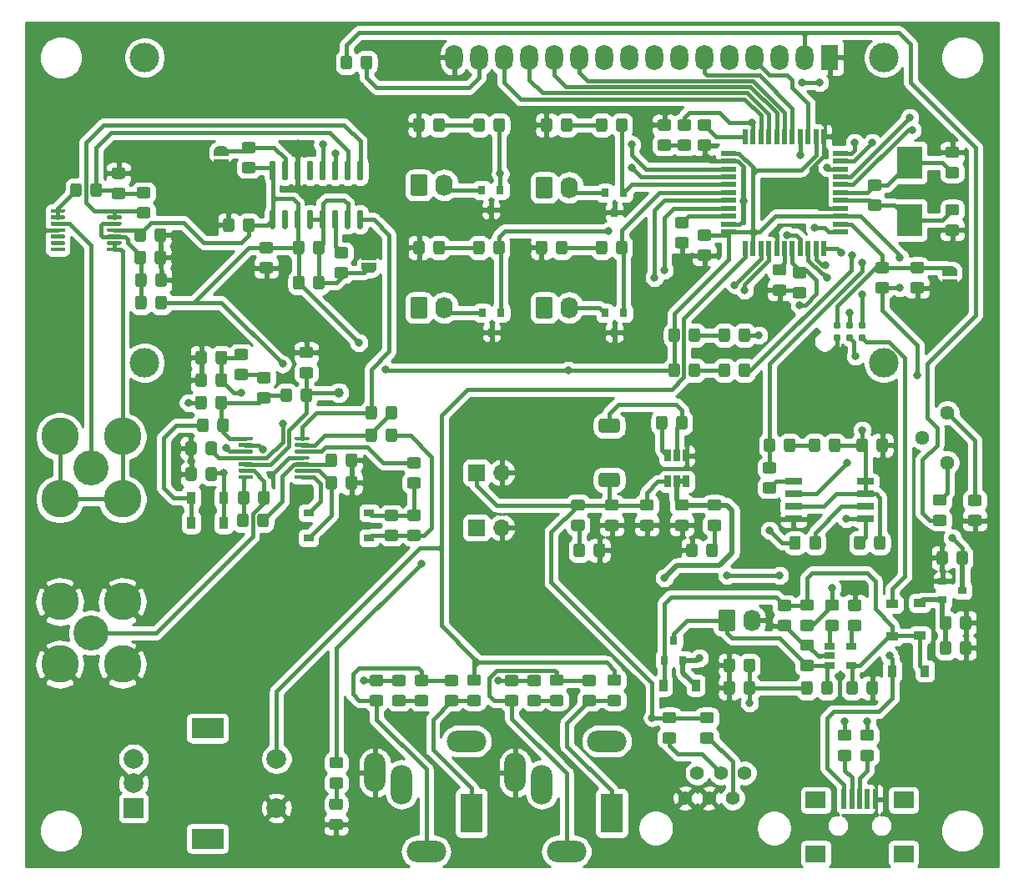
<source format=gbr>
%TF.GenerationSoftware,KiCad,Pcbnew,5.1.6-c6e7f7d~87~ubuntu18.04.1*%
%TF.CreationDate,2020-07-30T09:40:34-05:00*%
%TF.ProjectId,pHMeter,70484d65-7465-4722-9e6b-696361645f70,0.1*%
%TF.SameCoordinates,Original*%
%TF.FileFunction,Copper,L1,Top*%
%TF.FilePolarity,Positive*%
%FSLAX46Y46*%
G04 Gerber Fmt 4.6, Leading zero omitted, Abs format (unit mm)*
G04 Created by KiCad (PCBNEW 5.1.6-c6e7f7d~87~ubuntu18.04.1) date 2020-07-30 09:40:34*
%MOMM*%
%LPD*%
G01*
G04 APERTURE LIST*
%TA.AperFunction,SMDPad,CuDef*%
%ADD10C,1.000000*%
%TD*%
%TA.AperFunction,ComponentPad*%
%ADD11R,1.700000X1.700000*%
%TD*%
%TA.AperFunction,ComponentPad*%
%ADD12O,1.700000X1.700000*%
%TD*%
%TA.AperFunction,SMDPad,CuDef*%
%ADD13R,0.650000X1.220000*%
%TD*%
%TA.AperFunction,SMDPad,CuDef*%
%ADD14R,0.900000X1.200000*%
%TD*%
%TA.AperFunction,SMDPad,CuDef*%
%ADD15R,1.200000X0.900000*%
%TD*%
%TA.AperFunction,SMDPad,CuDef*%
%ADD16R,1.000000X0.800000*%
%TD*%
%TA.AperFunction,ComponentPad*%
%ADD17R,1.800000X2.600000*%
%TD*%
%TA.AperFunction,ComponentPad*%
%ADD18O,1.800000X2.600000*%
%TD*%
%TA.AperFunction,ComponentPad*%
%ADD19C,3.000000*%
%TD*%
%TA.AperFunction,ConnectorPad*%
%ADD20C,0.787400*%
%TD*%
%TA.AperFunction,ComponentPad*%
%ADD21C,3.810000*%
%TD*%
%TA.AperFunction,ComponentPad*%
%ADD22C,3.556000*%
%TD*%
%TA.AperFunction,SMDPad,CuDef*%
%ADD23C,0.100000*%
%TD*%
%TA.AperFunction,SMDPad,CuDef*%
%ADD24R,0.500000X2.000000*%
%TD*%
%TA.AperFunction,SMDPad,CuDef*%
%ADD25R,2.000000X1.700000*%
%TD*%
%TA.AperFunction,SMDPad,CuDef*%
%ADD26R,1.700000X0.650000*%
%TD*%
%TA.AperFunction,SMDPad,CuDef*%
%ADD27R,0.550000X1.500000*%
%TD*%
%TA.AperFunction,SMDPad,CuDef*%
%ADD28R,1.500000X0.550000*%
%TD*%
%TA.AperFunction,SMDPad,CuDef*%
%ADD29R,2.500000X3.325000*%
%TD*%
%TA.AperFunction,SMDPad,CuDef*%
%ADD30R,0.800000X0.900000*%
%TD*%
%TA.AperFunction,ComponentPad*%
%ADD31C,2.000000*%
%TD*%
%TA.AperFunction,ComponentPad*%
%ADD32R,3.200000X2.000000*%
%TD*%
%TA.AperFunction,ComponentPad*%
%ADD33R,2.000000X2.000000*%
%TD*%
%TA.AperFunction,SMDPad,CuDef*%
%ADD34R,0.900000X0.800000*%
%TD*%
%TA.AperFunction,SMDPad,CuDef*%
%ADD35R,1.060000X0.650000*%
%TD*%
%TA.AperFunction,ComponentPad*%
%ADD36C,1.397000*%
%TD*%
%TA.AperFunction,ComponentPad*%
%ADD37R,2.200000X4.000000*%
%TD*%
%TA.AperFunction,ComponentPad*%
%ADD38O,4.000000X2.200000*%
%TD*%
%TA.AperFunction,ComponentPad*%
%ADD39O,2.200000X4.000000*%
%TD*%
%TA.AperFunction,ComponentPad*%
%ADD40O,1.740000X2.190000*%
%TD*%
%TA.AperFunction,ComponentPad*%
%ADD41C,1.440000*%
%TD*%
%TA.AperFunction,ViaPad*%
%ADD42C,0.800000*%
%TD*%
%TA.AperFunction,Conductor*%
%ADD43C,0.406400*%
%TD*%
%TA.AperFunction,Conductor*%
%ADD44C,0.508000*%
%TD*%
%TA.AperFunction,Conductor*%
%ADD45C,0.254000*%
%TD*%
G04 APERTURE END LIST*
%TO.P,R33,1*%
%TO.N,Net-(R33-Pad1)*%
%TA.AperFunction,SMDPad,CuDef*%
G36*
G01*
X275901999Y-110169000D02*
X276802001Y-110169000D01*
G75*
G02*
X277052000Y-110418999I0J-249999D01*
G01*
X277052000Y-111069001D01*
G75*
G02*
X276802001Y-111319000I-249999J0D01*
G01*
X275901999Y-111319000D01*
G75*
G02*
X275652000Y-111069001I0J249999D01*
G01*
X275652000Y-110418999D01*
G75*
G02*
X275901999Y-110169000I249999J0D01*
G01*
G37*
%TD.AperFunction*%
%TO.P,R33,2*%
%TO.N,GND*%
%TA.AperFunction,SMDPad,CuDef*%
G36*
G01*
X275901999Y-112219000D02*
X276802001Y-112219000D01*
G75*
G02*
X277052000Y-112468999I0J-249999D01*
G01*
X277052000Y-113119001D01*
G75*
G02*
X276802001Y-113369000I-249999J0D01*
G01*
X275901999Y-113369000D01*
G75*
G02*
X275652000Y-113119001I0J249999D01*
G01*
X275652000Y-112468999D01*
G75*
G02*
X275901999Y-112219000I249999J0D01*
G01*
G37*
%TD.AperFunction*%
%TD*%
%TO.P,C11,2*%
%TO.N,GND*%
%TA.AperFunction,SMDPad,CuDef*%
G36*
G01*
X258121999Y-89096000D02*
X259022001Y-89096000D01*
G75*
G02*
X259272000Y-89345999I0J-249999D01*
G01*
X259272000Y-89996001D01*
G75*
G02*
X259022001Y-90246000I-249999J0D01*
G01*
X258121999Y-90246000D01*
G75*
G02*
X257872000Y-89996001I0J249999D01*
G01*
X257872000Y-89345999D01*
G75*
G02*
X258121999Y-89096000I249999J0D01*
G01*
G37*
%TD.AperFunction*%
%TO.P,C11,1*%
%TO.N,VUSB*%
%TA.AperFunction,SMDPad,CuDef*%
G36*
G01*
X258121999Y-87046000D02*
X259022001Y-87046000D01*
G75*
G02*
X259272000Y-87295999I0J-249999D01*
G01*
X259272000Y-87946001D01*
G75*
G02*
X259022001Y-88196000I-249999J0D01*
G01*
X258121999Y-88196000D01*
G75*
G02*
X257872000Y-87946001I0J249999D01*
G01*
X257872000Y-87295999D01*
G75*
G02*
X258121999Y-87046000I249999J0D01*
G01*
G37*
%TD.AperFunction*%
%TD*%
D10*
%TO.P,TP1,1*%
%TO.N,Net-(R7-Pad1)*%
X211836000Y-99822000D03*
%TD*%
%TO.P,D15,1*%
%TO.N,GND*%
%TA.AperFunction,SMDPad,CuDef*%
G36*
G01*
X247075000Y-116274001D02*
X247075000Y-115373999D01*
G75*
G02*
X247324999Y-115124000I249999J0D01*
G01*
X247975001Y-115124000D01*
G75*
G02*
X248225000Y-115373999I0J-249999D01*
G01*
X248225000Y-116274001D01*
G75*
G02*
X247975001Y-116524000I-249999J0D01*
G01*
X247324999Y-116524000D01*
G75*
G02*
X247075000Y-116274001I0J249999D01*
G01*
G37*
%TD.AperFunction*%
%TO.P,D15,2*%
%TO.N,Net-(D15-Pad2)*%
%TA.AperFunction,SMDPad,CuDef*%
G36*
G01*
X249125000Y-116274001D02*
X249125000Y-115373999D01*
G75*
G02*
X249374999Y-115124000I249999J0D01*
G01*
X250025001Y-115124000D01*
G75*
G02*
X250275000Y-115373999I0J-249999D01*
G01*
X250275000Y-116274001D01*
G75*
G02*
X250025001Y-116524000I-249999J0D01*
G01*
X249374999Y-116524000D01*
G75*
G02*
X249125000Y-116274001I0J249999D01*
G01*
G37*
%TD.AperFunction*%
%TD*%
%TO.P,C19,1*%
%TO.N,VBAT*%
%TA.AperFunction,SMDPad,CuDef*%
G36*
G01*
X246183999Y-110659000D02*
X247084001Y-110659000D01*
G75*
G02*
X247334000Y-110908999I0J-249999D01*
G01*
X247334000Y-111559001D01*
G75*
G02*
X247084001Y-111809000I-249999J0D01*
G01*
X246183999Y-111809000D01*
G75*
G02*
X245934000Y-111559001I0J249999D01*
G01*
X245934000Y-110908999D01*
G75*
G02*
X246183999Y-110659000I249999J0D01*
G01*
G37*
%TD.AperFunction*%
%TO.P,C19,2*%
%TO.N,GND*%
%TA.AperFunction,SMDPad,CuDef*%
G36*
G01*
X246183999Y-112709000D02*
X247084001Y-112709000D01*
G75*
G02*
X247334000Y-112958999I0J-249999D01*
G01*
X247334000Y-113609001D01*
G75*
G02*
X247084001Y-113859000I-249999J0D01*
G01*
X246183999Y-113859000D01*
G75*
G02*
X245934000Y-113609001I0J249999D01*
G01*
X245934000Y-112958999D01*
G75*
G02*
X246183999Y-112709000I249999J0D01*
G01*
G37*
%TD.AperFunction*%
%TD*%
D11*
%TO.P,JP2,1*%
%TO.N,12V*%
X225806000Y-113538000D03*
D12*
%TO.P,JP2,2*%
%TO.N,GND*%
X228346000Y-113538000D03*
%TD*%
%TO.P,C25,2*%
%TO.N,3.3V*%
%TA.AperFunction,SMDPad,CuDef*%
G36*
G01*
X239972001Y-111809000D02*
X239071999Y-111809000D01*
G75*
G02*
X238822000Y-111559001I0J249999D01*
G01*
X238822000Y-110908999D01*
G75*
G02*
X239071999Y-110659000I249999J0D01*
G01*
X239972001Y-110659000D01*
G75*
G02*
X240222000Y-110908999I0J-249999D01*
G01*
X240222000Y-111559001D01*
G75*
G02*
X239972001Y-111809000I-249999J0D01*
G01*
G37*
%TD.AperFunction*%
%TO.P,C25,1*%
%TO.N,GND*%
%TA.AperFunction,SMDPad,CuDef*%
G36*
G01*
X239972001Y-113859000D02*
X239071999Y-113859000D01*
G75*
G02*
X238822000Y-113609001I0J249999D01*
G01*
X238822000Y-112958999D01*
G75*
G02*
X239071999Y-112709000I249999J0D01*
G01*
X239972001Y-112709000D01*
G75*
G02*
X240222000Y-112958999I0J-249999D01*
G01*
X240222000Y-113609001D01*
G75*
G02*
X239972001Y-113859000I-249999J0D01*
G01*
G37*
%TD.AperFunction*%
%TD*%
%TO.P,D16,2*%
%TO.N,Net-(D16-Pad2)*%
%TA.AperFunction,SMDPad,CuDef*%
G36*
G01*
X236795000Y-115373999D02*
X236795000Y-116274001D01*
G75*
G02*
X236545001Y-116524000I-249999J0D01*
G01*
X235894999Y-116524000D01*
G75*
G02*
X235645000Y-116274001I0J249999D01*
G01*
X235645000Y-115373999D01*
G75*
G02*
X235894999Y-115124000I249999J0D01*
G01*
X236545001Y-115124000D01*
G75*
G02*
X236795000Y-115373999I0J-249999D01*
G01*
G37*
%TD.AperFunction*%
%TO.P,D16,1*%
%TO.N,GND*%
%TA.AperFunction,SMDPad,CuDef*%
G36*
G01*
X238845000Y-115373999D02*
X238845000Y-116274001D01*
G75*
G02*
X238595001Y-116524000I-249999J0D01*
G01*
X237944999Y-116524000D01*
G75*
G02*
X237695000Y-116274001I0J249999D01*
G01*
X237695000Y-115373999D01*
G75*
G02*
X237944999Y-115124000I249999J0D01*
G01*
X238595001Y-115124000D01*
G75*
G02*
X238845000Y-115373999I0J-249999D01*
G01*
G37*
%TD.AperFunction*%
%TD*%
%TO.P,C22,2*%
%TO.N,Net-(C22-Pad2)*%
%TA.AperFunction,SMDPad,CuDef*%
G36*
G01*
X245159000Y-102419999D02*
X245159000Y-103320001D01*
G75*
G02*
X244909001Y-103570000I-249999J0D01*
G01*
X244258999Y-103570000D01*
G75*
G02*
X244009000Y-103320001I0J249999D01*
G01*
X244009000Y-102419999D01*
G75*
G02*
X244258999Y-102170000I249999J0D01*
G01*
X244909001Y-102170000D01*
G75*
G02*
X245159000Y-102419999I0J-249999D01*
G01*
G37*
%TD.AperFunction*%
%TO.P,C22,1*%
%TO.N,Net-(C22-Pad1)*%
%TA.AperFunction,SMDPad,CuDef*%
G36*
G01*
X247209000Y-102419999D02*
X247209000Y-103320001D01*
G75*
G02*
X246959001Y-103570000I-249999J0D01*
G01*
X246308999Y-103570000D01*
G75*
G02*
X246059000Y-103320001I0J249999D01*
G01*
X246059000Y-102419999D01*
G75*
G02*
X246308999Y-102170000I249999J0D01*
G01*
X246959001Y-102170000D01*
G75*
G02*
X247209000Y-102419999I0J-249999D01*
G01*
G37*
%TD.AperFunction*%
%TD*%
%TO.P,JP1,2*%
%TO.N,GND*%
X228346000Y-107950000D03*
D11*
%TO.P,JP1,1*%
%TO.N,3.3V*%
X225806000Y-107950000D03*
%TD*%
%TO.P,L2,1*%
%TO.N,Net-(C22-Pad1)*%
%TA.AperFunction,SMDPad,CuDef*%
G36*
G01*
X238543000Y-102418000D02*
X239993000Y-102418000D01*
G75*
G02*
X240368000Y-102793000I0J-375000D01*
G01*
X240368000Y-103543000D01*
G75*
G02*
X239993000Y-103918000I-375000J0D01*
G01*
X238543000Y-103918000D01*
G75*
G02*
X238168000Y-103543000I0J375000D01*
G01*
X238168000Y-102793000D01*
G75*
G02*
X238543000Y-102418000I375000J0D01*
G01*
G37*
%TD.AperFunction*%
%TO.P,L2,2*%
%TO.N,3.3V*%
%TA.AperFunction,SMDPad,CuDef*%
G36*
G01*
X238543000Y-107918000D02*
X239993000Y-107918000D01*
G75*
G02*
X240368000Y-108293000I0J-375000D01*
G01*
X240368000Y-109043000D01*
G75*
G02*
X239993000Y-109418000I-375000J0D01*
G01*
X238543000Y-109418000D01*
G75*
G02*
X238168000Y-109043000I0J375000D01*
G01*
X238168000Y-108293000D01*
G75*
G02*
X238543000Y-107918000I375000J0D01*
G01*
G37*
%TD.AperFunction*%
%TD*%
%TO.P,C24,2*%
%TO.N,3.3V*%
%TA.AperFunction,SMDPad,CuDef*%
G36*
G01*
X243528001Y-111809000D02*
X242627999Y-111809000D01*
G75*
G02*
X242378000Y-111559001I0J249999D01*
G01*
X242378000Y-110908999D01*
G75*
G02*
X242627999Y-110659000I249999J0D01*
G01*
X243528001Y-110659000D01*
G75*
G02*
X243778000Y-110908999I0J-249999D01*
G01*
X243778000Y-111559001D01*
G75*
G02*
X243528001Y-111809000I-249999J0D01*
G01*
G37*
%TD.AperFunction*%
%TO.P,C24,1*%
%TO.N,GND*%
%TA.AperFunction,SMDPad,CuDef*%
G36*
G01*
X243528001Y-113859000D02*
X242627999Y-113859000D01*
G75*
G02*
X242378000Y-113609001I0J249999D01*
G01*
X242378000Y-112958999D01*
G75*
G02*
X242627999Y-112709000I249999J0D01*
G01*
X243528001Y-112709000D01*
G75*
G02*
X243778000Y-112958999I0J-249999D01*
G01*
X243778000Y-113609001D01*
G75*
G02*
X243528001Y-113859000I-249999J0D01*
G01*
G37*
%TD.AperFunction*%
%TD*%
%TO.P,R39,2*%
%TO.N,Net-(D15-Pad2)*%
%TA.AperFunction,SMDPad,CuDef*%
G36*
G01*
X249485999Y-112709000D02*
X250386001Y-112709000D01*
G75*
G02*
X250636000Y-112958999I0J-249999D01*
G01*
X250636000Y-113609001D01*
G75*
G02*
X250386001Y-113859000I-249999J0D01*
G01*
X249485999Y-113859000D01*
G75*
G02*
X249236000Y-113609001I0J249999D01*
G01*
X249236000Y-112958999D01*
G75*
G02*
X249485999Y-112709000I249999J0D01*
G01*
G37*
%TD.AperFunction*%
%TO.P,R39,1*%
%TO.N,VBAT*%
%TA.AperFunction,SMDPad,CuDef*%
G36*
G01*
X249485999Y-110659000D02*
X250386001Y-110659000D01*
G75*
G02*
X250636000Y-110908999I0J-249999D01*
G01*
X250636000Y-111559001D01*
G75*
G02*
X250386001Y-111809000I-249999J0D01*
G01*
X249485999Y-111809000D01*
G75*
G02*
X249236000Y-111559001I0J249999D01*
G01*
X249236000Y-110908999D01*
G75*
G02*
X249485999Y-110659000I249999J0D01*
G01*
G37*
%TD.AperFunction*%
%TD*%
%TO.P,R40,1*%
%TO.N,3.3V*%
%TA.AperFunction,SMDPad,CuDef*%
G36*
G01*
X235642999Y-110651600D02*
X236543001Y-110651600D01*
G75*
G02*
X236793000Y-110901599I0J-249999D01*
G01*
X236793000Y-111551601D01*
G75*
G02*
X236543001Y-111801600I-249999J0D01*
G01*
X235642999Y-111801600D01*
G75*
G02*
X235393000Y-111551601I0J249999D01*
G01*
X235393000Y-110901599D01*
G75*
G02*
X235642999Y-110651600I249999J0D01*
G01*
G37*
%TD.AperFunction*%
%TO.P,R40,2*%
%TO.N,Net-(D16-Pad2)*%
%TA.AperFunction,SMDPad,CuDef*%
G36*
G01*
X235642999Y-112701600D02*
X236543001Y-112701600D01*
G75*
G02*
X236793000Y-112951599I0J-249999D01*
G01*
X236793000Y-113601601D01*
G75*
G02*
X236543001Y-113851600I-249999J0D01*
G01*
X235642999Y-113851600D01*
G75*
G02*
X235393000Y-113601601I0J249999D01*
G01*
X235393000Y-112951599D01*
G75*
G02*
X235642999Y-112701600I249999J0D01*
G01*
G37*
%TD.AperFunction*%
%TD*%
D13*
%TO.P,U5,1*%
%TO.N,3.3V*%
X245171001Y-108840999D03*
%TO.P,U5,2*%
%TO.N,VBAT*%
X246121001Y-108840999D03*
%TO.P,U5,3*%
X247071001Y-108840999D03*
%TO.P,U5,4*%
%TO.N,GND*%
X247071001Y-106220999D03*
%TO.P,U5,5*%
%TO.N,Net-(C22-Pad1)*%
X246121001Y-106220999D03*
%TO.P,U5,6*%
%TO.N,Net-(C22-Pad2)*%
X245171001Y-106220999D03*
%TD*%
%TO.P,C26,2*%
%TO.N,GND*%
%TA.AperFunction,SMDPad,CuDef*%
G36*
G01*
X204019999Y-86565000D02*
X204920001Y-86565000D01*
G75*
G02*
X205170000Y-86814999I0J-249999D01*
G01*
X205170000Y-87465001D01*
G75*
G02*
X204920001Y-87715000I-249999J0D01*
G01*
X204019999Y-87715000D01*
G75*
G02*
X203770000Y-87465001I0J249999D01*
G01*
X203770000Y-86814999D01*
G75*
G02*
X204019999Y-86565000I249999J0D01*
G01*
G37*
%TD.AperFunction*%
%TO.P,C26,1*%
%TO.N,3.3V*%
%TA.AperFunction,SMDPad,CuDef*%
G36*
G01*
X204019999Y-84515000D02*
X204920001Y-84515000D01*
G75*
G02*
X205170000Y-84764999I0J-249999D01*
G01*
X205170000Y-85415001D01*
G75*
G02*
X204920001Y-85665000I-249999J0D01*
G01*
X204019999Y-85665000D01*
G75*
G02*
X203770000Y-85415001I0J249999D01*
G01*
X203770000Y-84764999D01*
G75*
G02*
X204019999Y-84515000I249999J0D01*
G01*
G37*
%TD.AperFunction*%
%TD*%
%TO.P,C27,2*%
%TO.N,GND*%
%TA.AperFunction,SMDPad,CuDef*%
G36*
G01*
X201226000Y-82353999D02*
X201226000Y-83254001D01*
G75*
G02*
X200976001Y-83504000I-249999J0D01*
G01*
X200325999Y-83504000D01*
G75*
G02*
X200076000Y-83254001I0J249999D01*
G01*
X200076000Y-82353999D01*
G75*
G02*
X200325999Y-82104000I249999J0D01*
G01*
X200976001Y-82104000D01*
G75*
G02*
X201226000Y-82353999I0J-249999D01*
G01*
G37*
%TD.AperFunction*%
%TO.P,C27,1*%
%TO.N,3.3V*%
%TA.AperFunction,SMDPad,CuDef*%
G36*
G01*
X203276000Y-82353999D02*
X203276000Y-83254001D01*
G75*
G02*
X203026001Y-83504000I-249999J0D01*
G01*
X202375999Y-83504000D01*
G75*
G02*
X202126000Y-83254001I0J249999D01*
G01*
X202126000Y-82353999D01*
G75*
G02*
X202375999Y-82104000I249999J0D01*
G01*
X203026001Y-82104000D01*
G75*
G02*
X203276000Y-82353999I0J-249999D01*
G01*
G37*
%TD.AperFunction*%
%TD*%
%TO.P,C28,2*%
%TO.N,/24bits ADC/LGND*%
%TA.AperFunction,SMDPad,CuDef*%
G36*
G01*
X209229000Y-85540001D02*
X209229000Y-84639999D01*
G75*
G02*
X209478999Y-84390000I249999J0D01*
G01*
X210129001Y-84390000D01*
G75*
G02*
X210379000Y-84639999I0J-249999D01*
G01*
X210379000Y-85540001D01*
G75*
G02*
X210129001Y-85790000I-249999J0D01*
G01*
X209478999Y-85790000D01*
G75*
G02*
X209229000Y-85540001I0J249999D01*
G01*
G37*
%TD.AperFunction*%
%TO.P,C28,1*%
%TO.N,3.3V*%
%TA.AperFunction,SMDPad,CuDef*%
G36*
G01*
X207179000Y-85540001D02*
X207179000Y-84639999D01*
G75*
G02*
X207428999Y-84390000I249999J0D01*
G01*
X208079001Y-84390000D01*
G75*
G02*
X208329000Y-84639999I0J-249999D01*
G01*
X208329000Y-85540001D01*
G75*
G02*
X208079001Y-85790000I-249999J0D01*
G01*
X207428999Y-85790000D01*
G75*
G02*
X207179000Y-85540001I0J249999D01*
G01*
G37*
%TD.AperFunction*%
%TD*%
%TO.P,C29,1*%
%TO.N,3.3V*%
%TA.AperFunction,SMDPad,CuDef*%
G36*
G01*
X207179000Y-89096001D02*
X207179000Y-88195999D01*
G75*
G02*
X207428999Y-87946000I249999J0D01*
G01*
X208079001Y-87946000D01*
G75*
G02*
X208329000Y-88195999I0J-249999D01*
G01*
X208329000Y-89096001D01*
G75*
G02*
X208079001Y-89346000I-249999J0D01*
G01*
X207428999Y-89346000D01*
G75*
G02*
X207179000Y-89096001I0J249999D01*
G01*
G37*
%TD.AperFunction*%
%TO.P,C29,2*%
%TO.N,/24bits ADC/LGND*%
%TA.AperFunction,SMDPad,CuDef*%
G36*
G01*
X209229000Y-89096001D02*
X209229000Y-88195999D01*
G75*
G02*
X209478999Y-87946000I249999J0D01*
G01*
X210129001Y-87946000D01*
G75*
G02*
X210379000Y-88195999I0J-249999D01*
G01*
X210379000Y-89096001D01*
G75*
G02*
X210129001Y-89346000I-249999J0D01*
G01*
X209478999Y-89346000D01*
G75*
G02*
X209229000Y-89096001I0J249999D01*
G01*
G37*
%TD.AperFunction*%
%TD*%
%TO.P,C30,1*%
%TO.N,/24bits ADC/LGND*%
%TA.AperFunction,SMDPad,CuDef*%
G36*
G01*
X212540001Y-88223000D02*
X211639999Y-88223000D01*
G75*
G02*
X211390000Y-87973001I0J249999D01*
G01*
X211390000Y-87322999D01*
G75*
G02*
X211639999Y-87073000I249999J0D01*
G01*
X212540001Y-87073000D01*
G75*
G02*
X212790000Y-87322999I0J-249999D01*
G01*
X212790000Y-87973001D01*
G75*
G02*
X212540001Y-88223000I-249999J0D01*
G01*
G37*
%TD.AperFunction*%
%TO.P,C30,2*%
%TO.N,Net-(C30-Pad2)*%
%TA.AperFunction,SMDPad,CuDef*%
G36*
G01*
X212540001Y-86173000D02*
X211639999Y-86173000D01*
G75*
G02*
X211390000Y-85923001I0J249999D01*
G01*
X211390000Y-85272999D01*
G75*
G02*
X211639999Y-85023000I249999J0D01*
G01*
X212540001Y-85023000D01*
G75*
G02*
X212790000Y-85272999I0J-249999D01*
G01*
X212790000Y-85923001D01*
G75*
G02*
X212540001Y-86173000I-249999J0D01*
G01*
G37*
%TD.AperFunction*%
%TD*%
%TO.P,C31,1*%
%TO.N,3.3V*%
%TA.AperFunction,SMDPad,CuDef*%
G36*
G01*
X264347000Y-105606001D02*
X264347000Y-104705999D01*
G75*
G02*
X264596999Y-104456000I249999J0D01*
G01*
X265247001Y-104456000D01*
G75*
G02*
X265497000Y-104705999I0J-249999D01*
G01*
X265497000Y-105606001D01*
G75*
G02*
X265247001Y-105856000I-249999J0D01*
G01*
X264596999Y-105856000D01*
G75*
G02*
X264347000Y-105606001I0J249999D01*
G01*
G37*
%TD.AperFunction*%
%TO.P,C31,2*%
%TO.N,GND*%
%TA.AperFunction,SMDPad,CuDef*%
G36*
G01*
X266397000Y-105606001D02*
X266397000Y-104705999D01*
G75*
G02*
X266646999Y-104456000I249999J0D01*
G01*
X267297001Y-104456000D01*
G75*
G02*
X267547000Y-104705999I0J-249999D01*
G01*
X267547000Y-105606001D01*
G75*
G02*
X267297001Y-105856000I-249999J0D01*
G01*
X266646999Y-105856000D01*
G75*
G02*
X266397000Y-105606001I0J249999D01*
G01*
G37*
%TD.AperFunction*%
%TD*%
D14*
%TO.P,D1,2*%
%TO.N,Net-(C5-Pad1)*%
X196850000Y-110490000D03*
%TO.P,D1,1*%
%TO.N,Net-(D1-Pad1)*%
X200150000Y-110490000D03*
%TD*%
%TO.P,D2,1*%
%TO.N,Net-(C5-Pad1)*%
X196852000Y-113030000D03*
%TO.P,D2,2*%
%TO.N,Net-(D1-Pad1)*%
X200152000Y-113030000D03*
%TD*%
D15*
%TO.P,D3,1*%
%TO.N,VDD*%
X267970000Y-124586000D03*
%TO.P,D3,2*%
%TO.N,Net-(D3-Pad2)*%
X267970000Y-121286000D03*
%TD*%
D14*
%TO.P,D4,2*%
%TO.N,VUSB*%
X267996400Y-128066800D03*
%TO.P,D4,1*%
%TO.N,VDD*%
X271296400Y-128066800D03*
%TD*%
D15*
%TO.P,D5,2*%
%TO.N,Net-(C6-Pad1)*%
X270764000Y-121160000D03*
%TO.P,D5,1*%
%TO.N,VDD*%
X270764000Y-124460000D03*
%TD*%
D16*
%TO.P,D6,4*%
%TO.N,Net-(D6-Pad4)*%
X208761000Y-114554000D03*
%TO.P,D6,3*%
%TO.N,Net-(D6-Pad3)*%
X208761000Y-112014000D03*
%TO.P,D6,2*%
%TO.N,Net-(C12-Pad2)*%
X214911000Y-112014000D03*
%TO.P,D6,1*%
%TO.N,Net-(C12-Pad1)*%
X214911000Y-114554000D03*
%TD*%
D17*
%TO.P,DS1,1*%
%TO.N,GND*%
X261620000Y-65786000D03*
D18*
%TO.P,DS1,2*%
%TO.N,D13*%
X259080000Y-65786000D03*
%TO.P,DS1,3*%
%TO.N,Net-(DS1-Pad3)*%
X256540000Y-65786000D03*
%TO.P,DS1,4*%
%TO.N,A6*%
X254000000Y-65786000D03*
%TO.P,DS1,5*%
%TO.N,GND*%
X251460000Y-65786000D03*
%TO.P,DS1,6*%
%TO.N,D6*%
X248920000Y-65786000D03*
%TO.P,DS1,7*%
%TO.N,Net-(DS1-Pad7)*%
X246380000Y-65786000D03*
%TO.P,DS1,8*%
%TO.N,Net-(DS1-Pad8)*%
X243840000Y-65786000D03*
%TO.P,DS1,9*%
%TO.N,Net-(DS1-Pad9)*%
X241300000Y-65786000D03*
%TO.P,DS1,10*%
%TO.N,Net-(DS1-Pad10)*%
X238760000Y-65786000D03*
%TO.P,DS1,11*%
%TO.N,D8*%
X236220000Y-65786000D03*
%TO.P,DS1,12*%
%TO.N,D9*%
X233680000Y-65786000D03*
%TO.P,DS1,13*%
%TO.N,D10*%
X231140000Y-65786000D03*
%TO.P,DS1,14*%
%TO.N,D5*%
X228600000Y-65786000D03*
%TO.P,DS1,15*%
%TO.N,Net-(DS1-Pad15)*%
X226060000Y-65786000D03*
%TO.P,DS1,16*%
%TO.N,GND*%
X223520000Y-65786000D03*
D19*
%TO.P,DS1,*%
%TO.N,*%
X267119100Y-65786000D03*
X267119100Y-96786700D03*
X192120520Y-96786700D03*
X192120000Y-65786000D03*
%TD*%
D20*
%TO.P,J1,1*%
%TO.N,MISO*%
X264922000Y-92964000D03*
%TO.P,J1,2*%
%TO.N,Net-(D3-Pad2)*%
X264922000Y-94234000D03*
%TO.P,J1,3*%
%TO.N,SCK*%
X263652000Y-92964000D03*
%TO.P,J1,4*%
%TO.N,MOSI*%
X263652000Y-94234000D03*
%TO.P,J1,5*%
%TO.N,RESET*%
X262382000Y-92964000D03*
%TO.P,J1,6*%
%TO.N,GND*%
X262382000Y-94234000D03*
%TD*%
D21*
%TO.P,J2,2*%
%TO.N,GND*%
X183515000Y-121031000D03*
D22*
%TO.P,J2,1*%
%TO.N,Net-(J2-Pad1)*%
X186690000Y-124206000D03*
D21*
%TO.P,J2,2*%
%TO.N,GND*%
X189865000Y-121031000D03*
X183515000Y-127381000D03*
X189865000Y-127381000D03*
%TD*%
%TO.P,J3,2*%
%TO.N,Net-(J3-Pad2)*%
X189865000Y-110617000D03*
X183515000Y-110617000D03*
X189865000Y-104267000D03*
D22*
%TO.P,J3,1*%
%TO.N,Net-(J3-Pad1)*%
X186690000Y-107442000D03*
D21*
%TO.P,J3,2*%
%TO.N,Net-(J3-Pad2)*%
X183515000Y-104267000D03*
%TD*%
%TA.AperFunction,SMDPad,CuDef*%
D23*
%TO.P,J8,2*%
%TO.N,Net-(J8-Pad2)*%
G36*
X199148602Y-75296000D02*
G01*
X199148602Y-75271466D01*
X199153412Y-75222635D01*
X199162984Y-75174510D01*
X199177228Y-75127555D01*
X199196005Y-75082222D01*
X199219136Y-75038949D01*
X199246396Y-74998150D01*
X199277524Y-74960221D01*
X199312221Y-74925524D01*
X199350150Y-74894396D01*
X199390949Y-74867136D01*
X199434222Y-74844005D01*
X199479555Y-74825228D01*
X199526510Y-74810984D01*
X199574635Y-74801412D01*
X199623466Y-74796602D01*
X199648000Y-74796602D01*
X199648000Y-74796000D01*
X200148000Y-74796000D01*
X200148000Y-74796602D01*
X200172534Y-74796602D01*
X200221365Y-74801412D01*
X200269490Y-74810984D01*
X200316445Y-74825228D01*
X200361778Y-74844005D01*
X200405051Y-74867136D01*
X200445850Y-74894396D01*
X200483779Y-74925524D01*
X200518476Y-74960221D01*
X200549604Y-74998150D01*
X200576864Y-75038949D01*
X200599995Y-75082222D01*
X200618772Y-75127555D01*
X200633016Y-75174510D01*
X200642588Y-75222635D01*
X200647398Y-75271466D01*
X200647398Y-75296000D01*
X200648000Y-75296000D01*
X200648000Y-75796000D01*
X199148000Y-75796000D01*
X199148000Y-75296000D01*
X199148602Y-75296000D01*
G37*
%TD.AperFunction*%
%TA.AperFunction,SMDPad,CuDef*%
%TO.P,J8,1*%
%TO.N,GND*%
G36*
X200648000Y-76096000D02*
G01*
X200648000Y-76596000D01*
X200647398Y-76596000D01*
X200647398Y-76620534D01*
X200642588Y-76669365D01*
X200633016Y-76717490D01*
X200618772Y-76764445D01*
X200599995Y-76809778D01*
X200576864Y-76853051D01*
X200549604Y-76893850D01*
X200518476Y-76931779D01*
X200483779Y-76966476D01*
X200445850Y-76997604D01*
X200405051Y-77024864D01*
X200361778Y-77047995D01*
X200316445Y-77066772D01*
X200269490Y-77081016D01*
X200221365Y-77090588D01*
X200172534Y-77095398D01*
X200148000Y-77095398D01*
X200148000Y-77096000D01*
X199648000Y-77096000D01*
X199648000Y-77095398D01*
X199623466Y-77095398D01*
X199574635Y-77090588D01*
X199526510Y-77081016D01*
X199479555Y-77066772D01*
X199434222Y-77047995D01*
X199390949Y-77024864D01*
X199350150Y-76997604D01*
X199312221Y-76966476D01*
X199277524Y-76931779D01*
X199246396Y-76893850D01*
X199219136Y-76853051D01*
X199196005Y-76809778D01*
X199177228Y-76764445D01*
X199162984Y-76717490D01*
X199153412Y-76669365D01*
X199148602Y-76620534D01*
X199148602Y-76596000D01*
X199148000Y-76596000D01*
X199148000Y-76096000D01*
X200648000Y-76096000D01*
G37*
%TD.AperFunction*%
%TD*%
%TO.P,R1,1*%
%TO.N,Net-(C2-Pad2)*%
%TA.AperFunction,SMDPad,CuDef*%
G36*
G01*
X200491000Y-95815999D02*
X200491000Y-96716001D01*
G75*
G02*
X200241001Y-96966000I-249999J0D01*
G01*
X199590999Y-96966000D01*
G75*
G02*
X199341000Y-96716001I0J249999D01*
G01*
X199341000Y-95815999D01*
G75*
G02*
X199590999Y-95566000I249999J0D01*
G01*
X200241001Y-95566000D01*
G75*
G02*
X200491000Y-95815999I0J-249999D01*
G01*
G37*
%TD.AperFunction*%
%TO.P,R1,2*%
%TO.N,GND*%
%TA.AperFunction,SMDPad,CuDef*%
G36*
G01*
X198441000Y-95815999D02*
X198441000Y-96716001D01*
G75*
G02*
X198191001Y-96966000I-249999J0D01*
G01*
X197540999Y-96966000D01*
G75*
G02*
X197291000Y-96716001I0J249999D01*
G01*
X197291000Y-95815999D01*
G75*
G02*
X197540999Y-95566000I249999J0D01*
G01*
X198191001Y-95566000D01*
G75*
G02*
X198441000Y-95815999I0J-249999D01*
G01*
G37*
%TD.AperFunction*%
%TD*%
%TO.P,R2,1*%
%TO.N,Net-(D1-Pad1)*%
%TA.AperFunction,SMDPad,CuDef*%
G36*
G01*
X199475000Y-107626999D02*
X199475000Y-108527001D01*
G75*
G02*
X199225001Y-108777000I-249999J0D01*
G01*
X198574999Y-108777000D01*
G75*
G02*
X198325000Y-108527001I0J249999D01*
G01*
X198325000Y-107626999D01*
G75*
G02*
X198574999Y-107377000I249999J0D01*
G01*
X199225001Y-107377000D01*
G75*
G02*
X199475000Y-107626999I0J-249999D01*
G01*
G37*
%TD.AperFunction*%
%TO.P,R2,2*%
%TO.N,GND*%
%TA.AperFunction,SMDPad,CuDef*%
G36*
G01*
X197425000Y-107626999D02*
X197425000Y-108527001D01*
G75*
G02*
X197175001Y-108777000I-249999J0D01*
G01*
X196524999Y-108777000D01*
G75*
G02*
X196275000Y-108527001I0J249999D01*
G01*
X196275000Y-107626999D01*
G75*
G02*
X196524999Y-107377000I249999J0D01*
G01*
X197175001Y-107377000D01*
G75*
G02*
X197425000Y-107626999I0J-249999D01*
G01*
G37*
%TD.AperFunction*%
%TD*%
%TO.P,R3,2*%
%TO.N,3.3V*%
%TA.AperFunction,SMDPad,CuDef*%
G36*
G01*
X193227000Y-91128001D02*
X193227000Y-90227999D01*
G75*
G02*
X193476999Y-89978000I249999J0D01*
G01*
X194127001Y-89978000D01*
G75*
G02*
X194377000Y-90227999I0J-249999D01*
G01*
X194377000Y-91128001D01*
G75*
G02*
X194127001Y-91378000I-249999J0D01*
G01*
X193476999Y-91378000D01*
G75*
G02*
X193227000Y-91128001I0J249999D01*
G01*
G37*
%TD.AperFunction*%
%TO.P,R3,1*%
%TO.N,Net-(C3-Pad1)*%
%TA.AperFunction,SMDPad,CuDef*%
G36*
G01*
X191177000Y-91128001D02*
X191177000Y-90227999D01*
G75*
G02*
X191426999Y-89978000I249999J0D01*
G01*
X192077001Y-89978000D01*
G75*
G02*
X192327000Y-90227999I0J-249999D01*
G01*
X192327000Y-91128001D01*
G75*
G02*
X192077001Y-91378000I-249999J0D01*
G01*
X191426999Y-91378000D01*
G75*
G02*
X191177000Y-91128001I0J249999D01*
G01*
G37*
%TD.AperFunction*%
%TD*%
%TO.P,R4,1*%
%TO.N,Net-(C3-Pad1)*%
%TA.AperFunction,SMDPad,CuDef*%
G36*
G01*
X191177000Y-88842001D02*
X191177000Y-87941999D01*
G75*
G02*
X191426999Y-87692000I249999J0D01*
G01*
X192077001Y-87692000D01*
G75*
G02*
X192327000Y-87941999I0J-249999D01*
G01*
X192327000Y-88842001D01*
G75*
G02*
X192077001Y-89092000I-249999J0D01*
G01*
X191426999Y-89092000D01*
G75*
G02*
X191177000Y-88842001I0J249999D01*
G01*
G37*
%TD.AperFunction*%
%TO.P,R4,2*%
%TO.N,GND*%
%TA.AperFunction,SMDPad,CuDef*%
G36*
G01*
X193227000Y-88842001D02*
X193227000Y-87941999D01*
G75*
G02*
X193476999Y-87692000I249999J0D01*
G01*
X194127001Y-87692000D01*
G75*
G02*
X194377000Y-87941999I0J-249999D01*
G01*
X194377000Y-88842001D01*
G75*
G02*
X194127001Y-89092000I-249999J0D01*
G01*
X193476999Y-89092000D01*
G75*
G02*
X193227000Y-88842001I0J249999D01*
G01*
G37*
%TD.AperFunction*%
%TD*%
%TO.P,R5,1*%
%TO.N,Net-(C5-Pad2)*%
%TA.AperFunction,SMDPad,CuDef*%
G36*
G01*
X200473000Y-100387999D02*
X200473000Y-101288001D01*
G75*
G02*
X200223001Y-101538000I-249999J0D01*
G01*
X199572999Y-101538000D01*
G75*
G02*
X199323000Y-101288001I0J249999D01*
G01*
X199323000Y-100387999D01*
G75*
G02*
X199572999Y-100138000I249999J0D01*
G01*
X200223001Y-100138000D01*
G75*
G02*
X200473000Y-100387999I0J-249999D01*
G01*
G37*
%TD.AperFunction*%
%TO.P,R5,2*%
%TO.N,Net-(D1-Pad1)*%
%TA.AperFunction,SMDPad,CuDef*%
G36*
G01*
X198423000Y-100387999D02*
X198423000Y-101288001D01*
G75*
G02*
X198173001Y-101538000I-249999J0D01*
G01*
X197522999Y-101538000D01*
G75*
G02*
X197273000Y-101288001I0J249999D01*
G01*
X197273000Y-100387999D01*
G75*
G02*
X197522999Y-100138000I249999J0D01*
G01*
X198173001Y-100138000D01*
G75*
G02*
X198423000Y-100387999I0J-249999D01*
G01*
G37*
%TD.AperFunction*%
%TD*%
%TO.P,R6,2*%
%TO.N,Net-(C4-Pad1)*%
%TA.AperFunction,SMDPad,CuDef*%
G36*
G01*
X204666001Y-98864000D02*
X203765999Y-98864000D01*
G75*
G02*
X203516000Y-98614001I0J249999D01*
G01*
X203516000Y-97963999D01*
G75*
G02*
X203765999Y-97714000I249999J0D01*
G01*
X204666001Y-97714000D01*
G75*
G02*
X204916000Y-97963999I0J-249999D01*
G01*
X204916000Y-98614001D01*
G75*
G02*
X204666001Y-98864000I-249999J0D01*
G01*
G37*
%TD.AperFunction*%
%TO.P,R6,1*%
%TO.N,Net-(C5-Pad2)*%
%TA.AperFunction,SMDPad,CuDef*%
G36*
G01*
X204666001Y-100914000D02*
X203765999Y-100914000D01*
G75*
G02*
X203516000Y-100664001I0J249999D01*
G01*
X203516000Y-100013999D01*
G75*
G02*
X203765999Y-99764000I249999J0D01*
G01*
X204666001Y-99764000D01*
G75*
G02*
X204916000Y-100013999I0J-249999D01*
G01*
X204916000Y-100664001D01*
G75*
G02*
X204666001Y-100914000I-249999J0D01*
G01*
G37*
%TD.AperFunction*%
%TD*%
%TO.P,R7,2*%
%TO.N,Net-(C5-Pad2)*%
%TA.AperFunction,SMDPad,CuDef*%
G36*
G01*
X207077000Y-99625999D02*
X207077000Y-100526001D01*
G75*
G02*
X206827001Y-100776000I-249999J0D01*
G01*
X206176999Y-100776000D01*
G75*
G02*
X205927000Y-100526001I0J249999D01*
G01*
X205927000Y-99625999D01*
G75*
G02*
X206176999Y-99376000I249999J0D01*
G01*
X206827001Y-99376000D01*
G75*
G02*
X207077000Y-99625999I0J-249999D01*
G01*
G37*
%TD.AperFunction*%
%TO.P,R7,1*%
%TO.N,Net-(R7-Pad1)*%
%TA.AperFunction,SMDPad,CuDef*%
G36*
G01*
X209127000Y-99625999D02*
X209127000Y-100526001D01*
G75*
G02*
X208877001Y-100776000I-249999J0D01*
G01*
X208226999Y-100776000D01*
G75*
G02*
X207977000Y-100526001I0J249999D01*
G01*
X207977000Y-99625999D01*
G75*
G02*
X208226999Y-99376000I249999J0D01*
G01*
X208877001Y-99376000D01*
G75*
G02*
X209127000Y-99625999I0J-249999D01*
G01*
G37*
%TD.AperFunction*%
%TD*%
%TO.P,R8,1*%
%TO.N,GND*%
%TA.AperFunction,SMDPad,CuDef*%
G36*
G01*
X208083999Y-95165000D02*
X208984001Y-95165000D01*
G75*
G02*
X209234000Y-95414999I0J-249999D01*
G01*
X209234000Y-96065001D01*
G75*
G02*
X208984001Y-96315000I-249999J0D01*
G01*
X208083999Y-96315000D01*
G75*
G02*
X207834000Y-96065001I0J249999D01*
G01*
X207834000Y-95414999D01*
G75*
G02*
X208083999Y-95165000I249999J0D01*
G01*
G37*
%TD.AperFunction*%
%TO.P,R8,2*%
%TO.N,Net-(R7-Pad1)*%
%TA.AperFunction,SMDPad,CuDef*%
G36*
G01*
X208083999Y-97215000D02*
X208984001Y-97215000D01*
G75*
G02*
X209234000Y-97464999I0J-249999D01*
G01*
X209234000Y-98115001D01*
G75*
G02*
X208984001Y-98365000I-249999J0D01*
G01*
X208083999Y-98365000D01*
G75*
G02*
X207834000Y-98115001I0J249999D01*
G01*
X207834000Y-97464999D01*
G75*
G02*
X208083999Y-97215000I249999J0D01*
G01*
G37*
%TD.AperFunction*%
%TD*%
%TO.P,R9,2*%
%TO.N,Net-(J2-Pad1)*%
%TA.AperFunction,SMDPad,CuDef*%
G36*
G01*
X203659000Y-110940001D02*
X203659000Y-110039999D01*
G75*
G02*
X203908999Y-109790000I249999J0D01*
G01*
X204559001Y-109790000D01*
G75*
G02*
X204809000Y-110039999I0J-249999D01*
G01*
X204809000Y-110940001D01*
G75*
G02*
X204559001Y-111190000I-249999J0D01*
G01*
X203908999Y-111190000D01*
G75*
G02*
X203659000Y-110940001I0J249999D01*
G01*
G37*
%TD.AperFunction*%
%TO.P,R9,1*%
%TO.N,Net-(C8-Pad1)*%
%TA.AperFunction,SMDPad,CuDef*%
G36*
G01*
X201609000Y-110940001D02*
X201609000Y-110039999D01*
G75*
G02*
X201858999Y-109790000I249999J0D01*
G01*
X202509001Y-109790000D01*
G75*
G02*
X202759000Y-110039999I0J-249999D01*
G01*
X202759000Y-110940001D01*
G75*
G02*
X202509001Y-111190000I-249999J0D01*
G01*
X201858999Y-111190000D01*
G75*
G02*
X201609000Y-110940001I0J249999D01*
G01*
G37*
%TD.AperFunction*%
%TD*%
%TO.P,R10,1*%
%TO.N,GND*%
%TA.AperFunction,SMDPad,CuDef*%
G36*
G01*
X213699000Y-106229999D02*
X213699000Y-107130001D01*
G75*
G02*
X213449001Y-107380000I-249999J0D01*
G01*
X212798999Y-107380000D01*
G75*
G02*
X212549000Y-107130001I0J249999D01*
G01*
X212549000Y-106229999D01*
G75*
G02*
X212798999Y-105980000I249999J0D01*
G01*
X213449001Y-105980000D01*
G75*
G02*
X213699000Y-106229999I0J-249999D01*
G01*
G37*
%TD.AperFunction*%
%TO.P,R10,2*%
%TO.N,Net-(C8-Pad2)*%
%TA.AperFunction,SMDPad,CuDef*%
G36*
G01*
X211649000Y-106229999D02*
X211649000Y-107130001D01*
G75*
G02*
X211399001Y-107380000I-249999J0D01*
G01*
X210748999Y-107380000D01*
G75*
G02*
X210499000Y-107130001I0J249999D01*
G01*
X210499000Y-106229999D01*
G75*
G02*
X210748999Y-105980000I249999J0D01*
G01*
X211399001Y-105980000D01*
G75*
G02*
X211649000Y-106229999I0J-249999D01*
G01*
G37*
%TD.AperFunction*%
%TD*%
%TO.P,R11,1*%
%TO.N,B+*%
%TA.AperFunction,SMDPad,CuDef*%
G36*
G01*
X187791000Y-78797999D02*
X187791000Y-79698001D01*
G75*
G02*
X187541001Y-79948000I-249999J0D01*
G01*
X186890999Y-79948000D01*
G75*
G02*
X186641000Y-79698001I0J249999D01*
G01*
X186641000Y-78797999D01*
G75*
G02*
X186890999Y-78548000I249999J0D01*
G01*
X187541001Y-78548000D01*
G75*
G02*
X187791000Y-78797999I0J-249999D01*
G01*
G37*
%TD.AperFunction*%
%TO.P,R11,2*%
%TO.N,Net-(R11-Pad2)*%
%TA.AperFunction,SMDPad,CuDef*%
G36*
G01*
X185741000Y-78797999D02*
X185741000Y-79698001D01*
G75*
G02*
X185491001Y-79948000I-249999J0D01*
G01*
X184840999Y-79948000D01*
G75*
G02*
X184591000Y-79698001I0J249999D01*
G01*
X184591000Y-78797999D01*
G75*
G02*
X184840999Y-78548000I249999J0D01*
G01*
X185491001Y-78548000D01*
G75*
G02*
X185741000Y-78797999I0J-249999D01*
G01*
G37*
%TD.AperFunction*%
%TD*%
%TO.P,R12,2*%
%TO.N,Net-(D6-Pad4)*%
%TA.AperFunction,SMDPad,CuDef*%
G36*
G01*
X211649000Y-108515999D02*
X211649000Y-109416001D01*
G75*
G02*
X211399001Y-109666000I-249999J0D01*
G01*
X210748999Y-109666000D01*
G75*
G02*
X210499000Y-109416001I0J249999D01*
G01*
X210499000Y-108515999D01*
G75*
G02*
X210748999Y-108266000I249999J0D01*
G01*
X211399001Y-108266000D01*
G75*
G02*
X211649000Y-108515999I0J-249999D01*
G01*
G37*
%TD.AperFunction*%
%TO.P,R12,1*%
%TO.N,GND*%
%TA.AperFunction,SMDPad,CuDef*%
G36*
G01*
X213699000Y-108515999D02*
X213699000Y-109416001D01*
G75*
G02*
X213449001Y-109666000I-249999J0D01*
G01*
X212798999Y-109666000D01*
G75*
G02*
X212549000Y-109416001I0J249999D01*
G01*
X212549000Y-108515999D01*
G75*
G02*
X212798999Y-108266000I249999J0D01*
G01*
X213449001Y-108266000D01*
G75*
G02*
X213699000Y-108515999I0J-249999D01*
G01*
G37*
%TD.AperFunction*%
%TD*%
%TO.P,R13,2*%
%TO.N,B+*%
%TA.AperFunction,SMDPad,CuDef*%
G36*
G01*
X192474001Y-80077000D02*
X191573999Y-80077000D01*
G75*
G02*
X191324000Y-79827001I0J249999D01*
G01*
X191324000Y-79176999D01*
G75*
G02*
X191573999Y-78927000I249999J0D01*
G01*
X192474001Y-78927000D01*
G75*
G02*
X192724000Y-79176999I0J-249999D01*
G01*
X192724000Y-79827001D01*
G75*
G02*
X192474001Y-80077000I-249999J0D01*
G01*
G37*
%TD.AperFunction*%
%TO.P,R13,1*%
%TO.N,B-*%
%TA.AperFunction,SMDPad,CuDef*%
G36*
G01*
X192474001Y-82127000D02*
X191573999Y-82127000D01*
G75*
G02*
X191324000Y-81877001I0J249999D01*
G01*
X191324000Y-81226999D01*
G75*
G02*
X191573999Y-80977000I249999J0D01*
G01*
X192474001Y-80977000D01*
G75*
G02*
X192724000Y-81226999I0J-249999D01*
G01*
X192724000Y-81877001D01*
G75*
G02*
X192474001Y-82127000I-249999J0D01*
G01*
G37*
%TD.AperFunction*%
%TD*%
%TO.P,R14,2*%
%TO.N,Net-(R14-Pad2)*%
%TA.AperFunction,SMDPad,CuDef*%
G36*
G01*
X262693999Y-136077000D02*
X263594001Y-136077000D01*
G75*
G02*
X263844000Y-136326999I0J-249999D01*
G01*
X263844000Y-136977001D01*
G75*
G02*
X263594001Y-137227000I-249999J0D01*
G01*
X262693999Y-137227000D01*
G75*
G02*
X262444000Y-136977001I0J249999D01*
G01*
X262444000Y-136326999D01*
G75*
G02*
X262693999Y-136077000I249999J0D01*
G01*
G37*
%TD.AperFunction*%
%TO.P,R14,1*%
%TO.N,USB_N*%
%TA.AperFunction,SMDPad,CuDef*%
G36*
G01*
X262693999Y-134027000D02*
X263594001Y-134027000D01*
G75*
G02*
X263844000Y-134276999I0J-249999D01*
G01*
X263844000Y-134927001D01*
G75*
G02*
X263594001Y-135177000I-249999J0D01*
G01*
X262693999Y-135177000D01*
G75*
G02*
X262444000Y-134927001I0J249999D01*
G01*
X262444000Y-134276999D01*
G75*
G02*
X262693999Y-134027000I249999J0D01*
G01*
G37*
%TD.AperFunction*%
%TD*%
%TO.P,R15,2*%
%TO.N,Net-(R15-Pad2)*%
%TA.AperFunction,SMDPad,CuDef*%
G36*
G01*
X264979999Y-136077000D02*
X265880001Y-136077000D01*
G75*
G02*
X266130000Y-136326999I0J-249999D01*
G01*
X266130000Y-136977001D01*
G75*
G02*
X265880001Y-137227000I-249999J0D01*
G01*
X264979999Y-137227000D01*
G75*
G02*
X264730000Y-136977001I0J249999D01*
G01*
X264730000Y-136326999D01*
G75*
G02*
X264979999Y-136077000I249999J0D01*
G01*
G37*
%TD.AperFunction*%
%TO.P,R15,1*%
%TO.N,USB_P*%
%TA.AperFunction,SMDPad,CuDef*%
G36*
G01*
X264979999Y-134027000D02*
X265880001Y-134027000D01*
G75*
G02*
X266130000Y-134276999I0J-249999D01*
G01*
X266130000Y-134927001D01*
G75*
G02*
X265880001Y-135177000I-249999J0D01*
G01*
X264979999Y-135177000D01*
G75*
G02*
X264730000Y-134927001I0J249999D01*
G01*
X264730000Y-134276999D01*
G75*
G02*
X264979999Y-134027000I249999J0D01*
G01*
G37*
%TD.AperFunction*%
%TD*%
%TO.P,R16,2*%
%TO.N,Net-(D7-Pad2)*%
%TA.AperFunction,SMDPad,CuDef*%
G36*
G01*
X211131999Y-138871000D02*
X212032001Y-138871000D01*
G75*
G02*
X212282000Y-139120999I0J-249999D01*
G01*
X212282000Y-139771001D01*
G75*
G02*
X212032001Y-140021000I-249999J0D01*
G01*
X211131999Y-140021000D01*
G75*
G02*
X210882000Y-139771001I0J249999D01*
G01*
X210882000Y-139120999D01*
G75*
G02*
X211131999Y-138871000I249999J0D01*
G01*
G37*
%TD.AperFunction*%
%TO.P,R16,1*%
%TO.N,12V*%
%TA.AperFunction,SMDPad,CuDef*%
G36*
G01*
X211131999Y-136821000D02*
X212032001Y-136821000D01*
G75*
G02*
X212282000Y-137070999I0J-249999D01*
G01*
X212282000Y-137721001D01*
G75*
G02*
X212032001Y-137971000I-249999J0D01*
G01*
X211131999Y-137971000D01*
G75*
G02*
X210882000Y-137721001I0J249999D01*
G01*
X210882000Y-137070999D01*
G75*
G02*
X211131999Y-136821000I249999J0D01*
G01*
G37*
%TD.AperFunction*%
%TD*%
%TO.P,R17,1*%
%TO.N,Net-(C12-Pad1)*%
%TA.AperFunction,SMDPad,CuDef*%
G36*
G01*
X217620001Y-114893000D02*
X216719999Y-114893000D01*
G75*
G02*
X216470000Y-114643001I0J249999D01*
G01*
X216470000Y-113992999D01*
G75*
G02*
X216719999Y-113743000I249999J0D01*
G01*
X217620001Y-113743000D01*
G75*
G02*
X217870000Y-113992999I0J-249999D01*
G01*
X217870000Y-114643001D01*
G75*
G02*
X217620001Y-114893000I-249999J0D01*
G01*
G37*
%TD.AperFunction*%
%TO.P,R17,2*%
%TO.N,Net-(C12-Pad2)*%
%TA.AperFunction,SMDPad,CuDef*%
G36*
G01*
X217620001Y-112843000D02*
X216719999Y-112843000D01*
G75*
G02*
X216470000Y-112593001I0J249999D01*
G01*
X216470000Y-111942999D01*
G75*
G02*
X216719999Y-111693000I249999J0D01*
G01*
X217620001Y-111693000D01*
G75*
G02*
X217870000Y-111942999I0J-249999D01*
G01*
X217870000Y-112593001D01*
G75*
G02*
X217620001Y-112843000I-249999J0D01*
G01*
G37*
%TD.AperFunction*%
%TD*%
%TO.P,R18,2*%
%TO.N,Net-(R18-Pad2)*%
%TA.AperFunction,SMDPad,CuDef*%
G36*
G01*
X219906001Y-107509000D02*
X219005999Y-107509000D01*
G75*
G02*
X218756000Y-107259001I0J249999D01*
G01*
X218756000Y-106608999D01*
G75*
G02*
X219005999Y-106359000I249999J0D01*
G01*
X219906001Y-106359000D01*
G75*
G02*
X220156000Y-106608999I0J-249999D01*
G01*
X220156000Y-107259001D01*
G75*
G02*
X219906001Y-107509000I-249999J0D01*
G01*
G37*
%TD.AperFunction*%
%TO.P,R18,1*%
%TO.N,Net-(C12-Pad2)*%
%TA.AperFunction,SMDPad,CuDef*%
G36*
G01*
X219906001Y-109559000D02*
X219005999Y-109559000D01*
G75*
G02*
X218756000Y-109309001I0J249999D01*
G01*
X218756000Y-108658999D01*
G75*
G02*
X219005999Y-108409000I249999J0D01*
G01*
X219906001Y-108409000D01*
G75*
G02*
X220156000Y-108658999I0J-249999D01*
G01*
X220156000Y-109309001D01*
G75*
G02*
X219906001Y-109559000I-249999J0D01*
G01*
G37*
%TD.AperFunction*%
%TD*%
%TO.P,R19,1*%
%TO.N,Net-(C12-Pad1)*%
%TA.AperFunction,SMDPad,CuDef*%
G36*
G01*
X217745000Y-103689999D02*
X217745000Y-104590001D01*
G75*
G02*
X217495001Y-104840000I-249999J0D01*
G01*
X216844999Y-104840000D01*
G75*
G02*
X216595000Y-104590001I0J249999D01*
G01*
X216595000Y-103689999D01*
G75*
G02*
X216844999Y-103440000I249999J0D01*
G01*
X217495001Y-103440000D01*
G75*
G02*
X217745000Y-103689999I0J-249999D01*
G01*
G37*
%TD.AperFunction*%
%TO.P,R19,2*%
%TO.N,Net-(R19-Pad2)*%
%TA.AperFunction,SMDPad,CuDef*%
G36*
G01*
X215695000Y-103689999D02*
X215695000Y-104590001D01*
G75*
G02*
X215445001Y-104840000I-249999J0D01*
G01*
X214794999Y-104840000D01*
G75*
G02*
X214545000Y-104590001I0J249999D01*
G01*
X214545000Y-103689999D01*
G75*
G02*
X214794999Y-103440000I249999J0D01*
G01*
X215445001Y-103440000D01*
G75*
G02*
X215695000Y-103689999I0J-249999D01*
G01*
G37*
%TD.AperFunction*%
%TD*%
%TO.P,R20,2*%
%TO.N,Net-(D8-Pad2)*%
%TA.AperFunction,SMDPad,CuDef*%
G36*
G01*
X246437999Y-74110000D02*
X247338001Y-74110000D01*
G75*
G02*
X247588000Y-74359999I0J-249999D01*
G01*
X247588000Y-75010001D01*
G75*
G02*
X247338001Y-75260000I-249999J0D01*
G01*
X246437999Y-75260000D01*
G75*
G02*
X246188000Y-75010001I0J249999D01*
G01*
X246188000Y-74359999D01*
G75*
G02*
X246437999Y-74110000I249999J0D01*
G01*
G37*
%TD.AperFunction*%
%TO.P,R20,1*%
%TO.N,D13*%
%TA.AperFunction,SMDPad,CuDef*%
G36*
G01*
X246437999Y-72060000D02*
X247338001Y-72060000D01*
G75*
G02*
X247588000Y-72309999I0J-249999D01*
G01*
X247588000Y-72960001D01*
G75*
G02*
X247338001Y-73210000I-249999J0D01*
G01*
X246437999Y-73210000D01*
G75*
G02*
X246188000Y-72960001I0J249999D01*
G01*
X246188000Y-72309999D01*
G75*
G02*
X246437999Y-72060000I249999J0D01*
G01*
G37*
%TD.AperFunction*%
%TD*%
%TO.P,R21,1*%
%TO.N,3.3V*%
%TA.AperFunction,SMDPad,CuDef*%
G36*
G01*
X245279000Y-94430001D02*
X245279000Y-93529999D01*
G75*
G02*
X245528999Y-93280000I249999J0D01*
G01*
X246179001Y-93280000D01*
G75*
G02*
X246429000Y-93529999I0J-249999D01*
G01*
X246429000Y-94430001D01*
G75*
G02*
X246179001Y-94680000I-249999J0D01*
G01*
X245528999Y-94680000D01*
G75*
G02*
X245279000Y-94430001I0J249999D01*
G01*
G37*
%TD.AperFunction*%
%TO.P,R21,2*%
%TO.N,Net-(D9-Pad2)*%
%TA.AperFunction,SMDPad,CuDef*%
G36*
G01*
X247329000Y-94430001D02*
X247329000Y-93529999D01*
G75*
G02*
X247578999Y-93280000I249999J0D01*
G01*
X248229001Y-93280000D01*
G75*
G02*
X248479000Y-93529999I0J-249999D01*
G01*
X248479000Y-94430001D01*
G75*
G02*
X248229001Y-94680000I-249999J0D01*
G01*
X247578999Y-94680000D01*
G75*
G02*
X247329000Y-94430001I0J249999D01*
G01*
G37*
%TD.AperFunction*%
%TD*%
%TO.P,R22,2*%
%TO.N,A+*%
%TA.AperFunction,SMDPad,CuDef*%
G36*
G01*
X215695000Y-101403999D02*
X215695000Y-102304001D01*
G75*
G02*
X215445001Y-102554000I-249999J0D01*
G01*
X214794999Y-102554000D01*
G75*
G02*
X214545000Y-102304001I0J249999D01*
G01*
X214545000Y-101403999D01*
G75*
G02*
X214794999Y-101154000I249999J0D01*
G01*
X215445001Y-101154000D01*
G75*
G02*
X215695000Y-101403999I0J-249999D01*
G01*
G37*
%TD.AperFunction*%
%TO.P,R22,1*%
%TO.N,Net-(R19-Pad2)*%
%TA.AperFunction,SMDPad,CuDef*%
G36*
G01*
X217745000Y-101403999D02*
X217745000Y-102304001D01*
G75*
G02*
X217495001Y-102554000I-249999J0D01*
G01*
X216844999Y-102554000D01*
G75*
G02*
X216595000Y-102304001I0J249999D01*
G01*
X216595000Y-101403999D01*
G75*
G02*
X216844999Y-101154000I249999J0D01*
G01*
X217495001Y-101154000D01*
G75*
G02*
X217745000Y-101403999I0J-249999D01*
G01*
G37*
%TD.AperFunction*%
%TD*%
%TO.P,R23,1*%
%TO.N,3.3V*%
%TA.AperFunction,SMDPad,CuDef*%
G36*
G01*
X245279000Y-97986001D02*
X245279000Y-97085999D01*
G75*
G02*
X245528999Y-96836000I249999J0D01*
G01*
X246179001Y-96836000D01*
G75*
G02*
X246429000Y-97085999I0J-249999D01*
G01*
X246429000Y-97986001D01*
G75*
G02*
X246179001Y-98236000I-249999J0D01*
G01*
X245528999Y-98236000D01*
G75*
G02*
X245279000Y-97986001I0J249999D01*
G01*
G37*
%TD.AperFunction*%
%TO.P,R23,2*%
%TO.N,Net-(D10-Pad2)*%
%TA.AperFunction,SMDPad,CuDef*%
G36*
G01*
X247329000Y-97986001D02*
X247329000Y-97085999D01*
G75*
G02*
X247578999Y-96836000I249999J0D01*
G01*
X248229001Y-96836000D01*
G75*
G02*
X248479000Y-97085999I0J-249999D01*
G01*
X248479000Y-97986001D01*
G75*
G02*
X248229001Y-98236000I-249999J0D01*
G01*
X247578999Y-98236000D01*
G75*
G02*
X247329000Y-97986001I0J249999D01*
G01*
G37*
%TD.AperFunction*%
%TD*%
%TO.P,R24,2*%
%TO.N,Net-(D11-Pad2)*%
%TA.AperFunction,SMDPad,CuDef*%
G36*
G01*
X260671000Y-104705999D02*
X260671000Y-105606001D01*
G75*
G02*
X260421001Y-105856000I-249999J0D01*
G01*
X259770999Y-105856000D01*
G75*
G02*
X259521000Y-105606001I0J249999D01*
G01*
X259521000Y-104705999D01*
G75*
G02*
X259770999Y-104456000I249999J0D01*
G01*
X260421001Y-104456000D01*
G75*
G02*
X260671000Y-104705999I0J-249999D01*
G01*
G37*
%TD.AperFunction*%
%TO.P,R24,1*%
%TO.N,3.3V*%
%TA.AperFunction,SMDPad,CuDef*%
G36*
G01*
X262721000Y-104705999D02*
X262721000Y-105606001D01*
G75*
G02*
X262471001Y-105856000I-249999J0D01*
G01*
X261820999Y-105856000D01*
G75*
G02*
X261571000Y-105606001I0J249999D01*
G01*
X261571000Y-104705999D01*
G75*
G02*
X261820999Y-104456000I249999J0D01*
G01*
X262471001Y-104456000D01*
G75*
G02*
X262721000Y-104705999I0J-249999D01*
G01*
G37*
%TD.AperFunction*%
%TD*%
%TO.P,R25,2*%
%TO.N,SDA*%
%TA.AperFunction,SMDPad,CuDef*%
G36*
G01*
X244913999Y-134299000D02*
X245814001Y-134299000D01*
G75*
G02*
X246064000Y-134548999I0J-249999D01*
G01*
X246064000Y-135199001D01*
G75*
G02*
X245814001Y-135449000I-249999J0D01*
G01*
X244913999Y-135449000D01*
G75*
G02*
X244664000Y-135199001I0J249999D01*
G01*
X244664000Y-134548999D01*
G75*
G02*
X244913999Y-134299000I249999J0D01*
G01*
G37*
%TD.AperFunction*%
%TO.P,R25,1*%
%TO.N,3.3V*%
%TA.AperFunction,SMDPad,CuDef*%
G36*
G01*
X244913999Y-132249000D02*
X245814001Y-132249000D01*
G75*
G02*
X246064000Y-132498999I0J-249999D01*
G01*
X246064000Y-133149001D01*
G75*
G02*
X245814001Y-133399000I-249999J0D01*
G01*
X244913999Y-133399000D01*
G75*
G02*
X244664000Y-133149001I0J249999D01*
G01*
X244664000Y-132498999D01*
G75*
G02*
X244913999Y-132249000I249999J0D01*
G01*
G37*
%TD.AperFunction*%
%TD*%
%TO.P,R26,1*%
%TO.N,D11*%
%TA.AperFunction,SMDPad,CuDef*%
G36*
G01*
X228685000Y-72193999D02*
X228685000Y-73094001D01*
G75*
G02*
X228435001Y-73344000I-249999J0D01*
G01*
X227784999Y-73344000D01*
G75*
G02*
X227535000Y-73094001I0J249999D01*
G01*
X227535000Y-72193999D01*
G75*
G02*
X227784999Y-71944000I249999J0D01*
G01*
X228435001Y-71944000D01*
G75*
G02*
X228685000Y-72193999I0J-249999D01*
G01*
G37*
%TD.AperFunction*%
%TO.P,R26,2*%
%TO.N,Net-(D13-Pad2)*%
%TA.AperFunction,SMDPad,CuDef*%
G36*
G01*
X226635000Y-72193999D02*
X226635000Y-73094001D01*
G75*
G02*
X226385001Y-73344000I-249999J0D01*
G01*
X225734999Y-73344000D01*
G75*
G02*
X225485000Y-73094001I0J249999D01*
G01*
X225485000Y-72193999D01*
G75*
G02*
X225734999Y-71944000I249999J0D01*
G01*
X226385001Y-71944000D01*
G75*
G02*
X226635000Y-72193999I0J-249999D01*
G01*
G37*
%TD.AperFunction*%
%TD*%
%TO.P,R27,2*%
%TO.N,Net-(D12-Pad2)*%
%TA.AperFunction,SMDPad,CuDef*%
G36*
G01*
X226617000Y-84639999D02*
X226617000Y-85540001D01*
G75*
G02*
X226367001Y-85790000I-249999J0D01*
G01*
X225716999Y-85790000D01*
G75*
G02*
X225467000Y-85540001I0J249999D01*
G01*
X225467000Y-84639999D01*
G75*
G02*
X225716999Y-84390000I249999J0D01*
G01*
X226367001Y-84390000D01*
G75*
G02*
X226617000Y-84639999I0J-249999D01*
G01*
G37*
%TD.AperFunction*%
%TO.P,R27,1*%
%TO.N,D12*%
%TA.AperFunction,SMDPad,CuDef*%
G36*
G01*
X228667000Y-84639999D02*
X228667000Y-85540001D01*
G75*
G02*
X228417001Y-85790000I-249999J0D01*
G01*
X227766999Y-85790000D01*
G75*
G02*
X227517000Y-85540001I0J249999D01*
G01*
X227517000Y-84639999D01*
G75*
G02*
X227766999Y-84390000I249999J0D01*
G01*
X228417001Y-84390000D01*
G75*
G02*
X228667000Y-84639999I0J-249999D01*
G01*
G37*
%TD.AperFunction*%
%TD*%
%TO.P,R28,1*%
%TO.N,3.3V*%
%TA.AperFunction,SMDPad,CuDef*%
G36*
G01*
X248723999Y-132249000D02*
X249624001Y-132249000D01*
G75*
G02*
X249874000Y-132498999I0J-249999D01*
G01*
X249874000Y-133149001D01*
G75*
G02*
X249624001Y-133399000I-249999J0D01*
G01*
X248723999Y-133399000D01*
G75*
G02*
X248474000Y-133149001I0J249999D01*
G01*
X248474000Y-132498999D01*
G75*
G02*
X248723999Y-132249000I249999J0D01*
G01*
G37*
%TD.AperFunction*%
%TO.P,R28,2*%
%TO.N,SCL*%
%TA.AperFunction,SMDPad,CuDef*%
G36*
G01*
X248723999Y-134299000D02*
X249624001Y-134299000D01*
G75*
G02*
X249874000Y-134548999I0J-249999D01*
G01*
X249874000Y-135199001D01*
G75*
G02*
X249624001Y-135449000I-249999J0D01*
G01*
X248723999Y-135449000D01*
G75*
G02*
X248474000Y-135199001I0J249999D01*
G01*
X248474000Y-134548999D01*
G75*
G02*
X248723999Y-134299000I249999J0D01*
G01*
G37*
%TD.AperFunction*%
%TD*%
%TO.P,R41,1*%
%TO.N,3.3V*%
%TA.AperFunction,SMDPad,CuDef*%
G36*
G01*
X203142001Y-77555000D02*
X202241999Y-77555000D01*
G75*
G02*
X201992000Y-77305001I0J249999D01*
G01*
X201992000Y-76654999D01*
G75*
G02*
X202241999Y-76405000I249999J0D01*
G01*
X203142001Y-76405000D01*
G75*
G02*
X203392000Y-76654999I0J-249999D01*
G01*
X203392000Y-77305001D01*
G75*
G02*
X203142001Y-77555000I-249999J0D01*
G01*
G37*
%TD.AperFunction*%
%TO.P,R41,2*%
%TO.N,Net-(J8-Pad2)*%
%TA.AperFunction,SMDPad,CuDef*%
G36*
G01*
X203142001Y-75505000D02*
X202241999Y-75505000D01*
G75*
G02*
X201992000Y-75255001I0J249999D01*
G01*
X201992000Y-74604999D01*
G75*
G02*
X202241999Y-74355000I249999J0D01*
G01*
X203142001Y-74355000D01*
G75*
G02*
X203392000Y-74604999I0J-249999D01*
G01*
X203392000Y-75255001D01*
G75*
G02*
X203142001Y-75505000I-249999J0D01*
G01*
G37*
%TD.AperFunction*%
%TD*%
%TO.P,R42,1*%
%TO.N,MOSI*%
%TA.AperFunction,SMDPad,CuDef*%
G36*
G01*
X264093000Y-115512001D02*
X264093000Y-114611999D01*
G75*
G02*
X264342999Y-114362000I249999J0D01*
G01*
X264993001Y-114362000D01*
G75*
G02*
X265243000Y-114611999I0J-249999D01*
G01*
X265243000Y-115512001D01*
G75*
G02*
X264993001Y-115762000I-249999J0D01*
G01*
X264342999Y-115762000D01*
G75*
G02*
X264093000Y-115512001I0J249999D01*
G01*
G37*
%TD.AperFunction*%
%TO.P,R42,2*%
%TO.N,3.3V*%
%TA.AperFunction,SMDPad,CuDef*%
G36*
G01*
X266143000Y-115512001D02*
X266143000Y-114611999D01*
G75*
G02*
X266392999Y-114362000I249999J0D01*
G01*
X267043001Y-114362000D01*
G75*
G02*
X267293000Y-114611999I0J-249999D01*
G01*
X267293000Y-115512001D01*
G75*
G02*
X267043001Y-115762000I-249999J0D01*
G01*
X266392999Y-115762000D01*
G75*
G02*
X266143000Y-115512001I0J249999D01*
G01*
G37*
%TD.AperFunction*%
%TD*%
%TO.P,R43,2*%
%TO.N,Net-(R43-Pad2)*%
%TA.AperFunction,SMDPad,CuDef*%
G36*
G01*
X259589800Y-115512001D02*
X259589800Y-114611999D01*
G75*
G02*
X259839799Y-114362000I249999J0D01*
G01*
X260489801Y-114362000D01*
G75*
G02*
X260739800Y-114611999I0J-249999D01*
G01*
X260739800Y-115512001D01*
G75*
G02*
X260489801Y-115762000I-249999J0D01*
G01*
X259839799Y-115762000D01*
G75*
G02*
X259589800Y-115512001I0J249999D01*
G01*
G37*
%TD.AperFunction*%
%TO.P,R43,1*%
%TO.N,SCK*%
%TA.AperFunction,SMDPad,CuDef*%
G36*
G01*
X257539800Y-115512001D02*
X257539800Y-114611999D01*
G75*
G02*
X257789799Y-114362000I249999J0D01*
G01*
X258439801Y-114362000D01*
G75*
G02*
X258689800Y-114611999I0J-249999D01*
G01*
X258689800Y-115512001D01*
G75*
G02*
X258439801Y-115762000I-249999J0D01*
G01*
X257789799Y-115762000D01*
G75*
G02*
X257539800Y-115512001I0J249999D01*
G01*
G37*
%TD.AperFunction*%
%TD*%
%TO.P,R44,1*%
%TO.N,Net-(R44-Pad1)*%
%TA.AperFunction,SMDPad,CuDef*%
G36*
G01*
X255974001Y-110067000D02*
X255073999Y-110067000D01*
G75*
G02*
X254824000Y-109817001I0J249999D01*
G01*
X254824000Y-109166999D01*
G75*
G02*
X255073999Y-108917000I249999J0D01*
G01*
X255974001Y-108917000D01*
G75*
G02*
X256224000Y-109166999I0J-249999D01*
G01*
X256224000Y-109817001D01*
G75*
G02*
X255974001Y-110067000I-249999J0D01*
G01*
G37*
%TD.AperFunction*%
%TO.P,R44,2*%
%TO.N,TX*%
%TA.AperFunction,SMDPad,CuDef*%
G36*
G01*
X255974001Y-108017000D02*
X255073999Y-108017000D01*
G75*
G02*
X254824000Y-107767001I0J249999D01*
G01*
X254824000Y-107116999D01*
G75*
G02*
X255073999Y-106867000I249999J0D01*
G01*
X255974001Y-106867000D01*
G75*
G02*
X256224000Y-107116999I0J-249999D01*
G01*
X256224000Y-107767001D01*
G75*
G02*
X255974001Y-108017000I-249999J0D01*
G01*
G37*
%TD.AperFunction*%
%TD*%
%TA.AperFunction,SMDPad,CuDef*%
%TO.P,SJ1,1*%
%TO.N,GND*%
G36*
X214134000Y-86352000D02*
G01*
X214134000Y-85852000D01*
X214134602Y-85852000D01*
X214134602Y-85827466D01*
X214139412Y-85778635D01*
X214148984Y-85730510D01*
X214163228Y-85683555D01*
X214182005Y-85638222D01*
X214205136Y-85594949D01*
X214232396Y-85554150D01*
X214263524Y-85516221D01*
X214298221Y-85481524D01*
X214336150Y-85450396D01*
X214376949Y-85423136D01*
X214420222Y-85400005D01*
X214465555Y-85381228D01*
X214512510Y-85366984D01*
X214560635Y-85357412D01*
X214609466Y-85352602D01*
X214634000Y-85352602D01*
X214634000Y-85352000D01*
X215134000Y-85352000D01*
X215134000Y-85352602D01*
X215158534Y-85352602D01*
X215207365Y-85357412D01*
X215255490Y-85366984D01*
X215302445Y-85381228D01*
X215347778Y-85400005D01*
X215391051Y-85423136D01*
X215431850Y-85450396D01*
X215469779Y-85481524D01*
X215504476Y-85516221D01*
X215535604Y-85554150D01*
X215562864Y-85594949D01*
X215585995Y-85638222D01*
X215604772Y-85683555D01*
X215619016Y-85730510D01*
X215628588Y-85778635D01*
X215633398Y-85827466D01*
X215633398Y-85852000D01*
X215634000Y-85852000D01*
X215634000Y-86352000D01*
X214134000Y-86352000D01*
G37*
%TD.AperFunction*%
%TA.AperFunction,SMDPad,CuDef*%
%TO.P,SJ1,2*%
%TO.N,/24bits ADC/LGND*%
G36*
X215633398Y-87152000D02*
G01*
X215633398Y-87176534D01*
X215628588Y-87225365D01*
X215619016Y-87273490D01*
X215604772Y-87320445D01*
X215585995Y-87365778D01*
X215562864Y-87409051D01*
X215535604Y-87449850D01*
X215504476Y-87487779D01*
X215469779Y-87522476D01*
X215431850Y-87553604D01*
X215391051Y-87580864D01*
X215347778Y-87603995D01*
X215302445Y-87622772D01*
X215255490Y-87637016D01*
X215207365Y-87646588D01*
X215158534Y-87651398D01*
X215134000Y-87651398D01*
X215134000Y-87652000D01*
X214634000Y-87652000D01*
X214634000Y-87651398D01*
X214609466Y-87651398D01*
X214560635Y-87646588D01*
X214512510Y-87637016D01*
X214465555Y-87622772D01*
X214420222Y-87603995D01*
X214376949Y-87580864D01*
X214336150Y-87553604D01*
X214298221Y-87522476D01*
X214263524Y-87487779D01*
X214232396Y-87449850D01*
X214205136Y-87409051D01*
X214182005Y-87365778D01*
X214163228Y-87320445D01*
X214148984Y-87273490D01*
X214139412Y-87225365D01*
X214134602Y-87176534D01*
X214134602Y-87152000D01*
X214134000Y-87152000D01*
X214134000Y-86652000D01*
X215634000Y-86652000D01*
X215634000Y-87152000D01*
X215633398Y-87152000D01*
G37*
%TD.AperFunction*%
%TD*%
D24*
%TO.P,X1,1*%
%TO.N,VUSB*%
X263068000Y-141064000D03*
%TO.P,X1,2*%
%TO.N,Net-(R14-Pad2)*%
X263868000Y-141064000D03*
%TO.P,X1,3*%
%TO.N,Net-(R15-Pad2)*%
X264668000Y-141064000D03*
%TO.P,X1,4*%
%TO.N,Net-(X1-Pad4)*%
X265468000Y-141064000D03*
%TO.P,X1,5*%
%TO.N,GND*%
X266268000Y-141064000D03*
D25*
%TO.P,X1,6*%
%TO.N,N/C*%
X260218000Y-141164000D03*
X260218000Y-146614000D03*
X269118000Y-141164000D03*
X269118000Y-146614000D03*
%TD*%
%TO.P,D7,1*%
%TO.N,GND*%
%TA.AperFunction,SMDPad,CuDef*%
G36*
G01*
X212006000Y-144236001D02*
X211105998Y-144236001D01*
G75*
G02*
X210855999Y-143986002I0J249999D01*
G01*
X210855999Y-143336000D01*
G75*
G02*
X211105998Y-143086001I249999J0D01*
G01*
X212006000Y-143086001D01*
G75*
G02*
X212255999Y-143336000I0J-249999D01*
G01*
X212255999Y-143986002D01*
G75*
G02*
X212006000Y-144236001I-249999J0D01*
G01*
G37*
%TD.AperFunction*%
%TO.P,D7,2*%
%TO.N,Net-(D7-Pad2)*%
%TA.AperFunction,SMDPad,CuDef*%
G36*
G01*
X212006000Y-142186001D02*
X211105998Y-142186001D01*
G75*
G02*
X210855999Y-141936002I0J249999D01*
G01*
X210855999Y-141286000D01*
G75*
G02*
X211105998Y-141036001I249999J0D01*
G01*
X212006000Y-141036001D01*
G75*
G02*
X212255999Y-141286000I0J-249999D01*
G01*
X212255999Y-141936002D01*
G75*
G02*
X212006000Y-142186001I-249999J0D01*
G01*
G37*
%TD.AperFunction*%
%TD*%
%TO.P,D8,2*%
%TO.N,Net-(D8-Pad2)*%
%TA.AperFunction,SMDPad,CuDef*%
G36*
G01*
X244405999Y-74110000D02*
X245306001Y-74110000D01*
G75*
G02*
X245556000Y-74359999I0J-249999D01*
G01*
X245556000Y-75010001D01*
G75*
G02*
X245306001Y-75260000I-249999J0D01*
G01*
X244405999Y-75260000D01*
G75*
G02*
X244156000Y-75010001I0J249999D01*
G01*
X244156000Y-74359999D01*
G75*
G02*
X244405999Y-74110000I249999J0D01*
G01*
G37*
%TD.AperFunction*%
%TO.P,D8,1*%
%TO.N,GND*%
%TA.AperFunction,SMDPad,CuDef*%
G36*
G01*
X244405999Y-72060000D02*
X245306001Y-72060000D01*
G75*
G02*
X245556000Y-72309999I0J-249999D01*
G01*
X245556000Y-72960001D01*
G75*
G02*
X245306001Y-73210000I-249999J0D01*
G01*
X244405999Y-73210000D01*
G75*
G02*
X244156000Y-72960001I0J249999D01*
G01*
X244156000Y-72309999D01*
G75*
G02*
X244405999Y-72060000I249999J0D01*
G01*
G37*
%TD.AperFunction*%
%TD*%
%TO.P,D9,1*%
%TO.N,RXLED*%
%TA.AperFunction,SMDPad,CuDef*%
G36*
G01*
X253559000Y-93529999D02*
X253559000Y-94430001D01*
G75*
G02*
X253309001Y-94680000I-249999J0D01*
G01*
X252658999Y-94680000D01*
G75*
G02*
X252409000Y-94430001I0J249999D01*
G01*
X252409000Y-93529999D01*
G75*
G02*
X252658999Y-93280000I249999J0D01*
G01*
X253309001Y-93280000D01*
G75*
G02*
X253559000Y-93529999I0J-249999D01*
G01*
G37*
%TD.AperFunction*%
%TO.P,D9,2*%
%TO.N,Net-(D9-Pad2)*%
%TA.AperFunction,SMDPad,CuDef*%
G36*
G01*
X251509000Y-93529999D02*
X251509000Y-94430001D01*
G75*
G02*
X251259001Y-94680000I-249999J0D01*
G01*
X250608999Y-94680000D01*
G75*
G02*
X250359000Y-94430001I0J249999D01*
G01*
X250359000Y-93529999D01*
G75*
G02*
X250608999Y-93280000I249999J0D01*
G01*
X251259001Y-93280000D01*
G75*
G02*
X251509000Y-93529999I0J-249999D01*
G01*
G37*
%TD.AperFunction*%
%TD*%
%TO.P,D10,1*%
%TO.N,TXLED*%
%TA.AperFunction,SMDPad,CuDef*%
G36*
G01*
X253568000Y-97085999D02*
X253568000Y-97986001D01*
G75*
G02*
X253318001Y-98236000I-249999J0D01*
G01*
X252667999Y-98236000D01*
G75*
G02*
X252418000Y-97986001I0J249999D01*
G01*
X252418000Y-97085999D01*
G75*
G02*
X252667999Y-96836000I249999J0D01*
G01*
X253318001Y-96836000D01*
G75*
G02*
X253568000Y-97085999I0J-249999D01*
G01*
G37*
%TD.AperFunction*%
%TO.P,D10,2*%
%TO.N,Net-(D10-Pad2)*%
%TA.AperFunction,SMDPad,CuDef*%
G36*
G01*
X251518000Y-97085999D02*
X251518000Y-97986001D01*
G75*
G02*
X251268001Y-98236000I-249999J0D01*
G01*
X250617999Y-98236000D01*
G75*
G02*
X250368000Y-97986001I0J249999D01*
G01*
X250368000Y-97085999D01*
G75*
G02*
X250617999Y-96836000I249999J0D01*
G01*
X251268001Y-96836000D01*
G75*
G02*
X251518000Y-97085999I0J-249999D01*
G01*
G37*
%TD.AperFunction*%
%TD*%
%TO.P,D11,2*%
%TO.N,Net-(D11-Pad2)*%
%TA.AperFunction,SMDPad,CuDef*%
G36*
G01*
X256999000Y-105606001D02*
X256999000Y-104705999D01*
G75*
G02*
X257248999Y-104456000I249999J0D01*
G01*
X257899001Y-104456000D01*
G75*
G02*
X258149000Y-104705999I0J-249999D01*
G01*
X258149000Y-105606001D01*
G75*
G02*
X257899001Y-105856000I-249999J0D01*
G01*
X257248999Y-105856000D01*
G75*
G02*
X256999000Y-105606001I0J249999D01*
G01*
G37*
%TD.AperFunction*%
%TO.P,D11,1*%
%TO.N,TX*%
%TA.AperFunction,SMDPad,CuDef*%
G36*
G01*
X254949000Y-105606001D02*
X254949000Y-104705999D01*
G75*
G02*
X255198999Y-104456000I249999J0D01*
G01*
X255849001Y-104456000D01*
G75*
G02*
X256099000Y-104705999I0J-249999D01*
G01*
X256099000Y-105606001D01*
G75*
G02*
X255849001Y-105856000I-249999J0D01*
G01*
X255198999Y-105856000D01*
G75*
G02*
X254949000Y-105606001I0J249999D01*
G01*
G37*
%TD.AperFunction*%
%TD*%
%TO.P,D12,2*%
%TO.N,Net-(D12-Pad2)*%
%TA.AperFunction,SMDPad,CuDef*%
G36*
G01*
X221439000Y-85540001D02*
X221439000Y-84639999D01*
G75*
G02*
X221688999Y-84390000I249999J0D01*
G01*
X222339001Y-84390000D01*
G75*
G02*
X222589000Y-84639999I0J-249999D01*
G01*
X222589000Y-85540001D01*
G75*
G02*
X222339001Y-85790000I-249999J0D01*
G01*
X221688999Y-85790000D01*
G75*
G02*
X221439000Y-85540001I0J249999D01*
G01*
G37*
%TD.AperFunction*%
%TO.P,D12,1*%
%TO.N,GND*%
%TA.AperFunction,SMDPad,CuDef*%
G36*
G01*
X219389000Y-85540001D02*
X219389000Y-84639999D01*
G75*
G02*
X219638999Y-84390000I249999J0D01*
G01*
X220289001Y-84390000D01*
G75*
G02*
X220539000Y-84639999I0J-249999D01*
G01*
X220539000Y-85540001D01*
G75*
G02*
X220289001Y-85790000I-249999J0D01*
G01*
X219638999Y-85790000D01*
G75*
G02*
X219389000Y-85540001I0J249999D01*
G01*
G37*
%TD.AperFunction*%
%TD*%
%TO.P,D13,1*%
%TO.N,GND*%
%TA.AperFunction,SMDPad,CuDef*%
G36*
G01*
X219371000Y-73094001D02*
X219371000Y-72193999D01*
G75*
G02*
X219620999Y-71944000I249999J0D01*
G01*
X220271001Y-71944000D01*
G75*
G02*
X220521000Y-72193999I0J-249999D01*
G01*
X220521000Y-73094001D01*
G75*
G02*
X220271001Y-73344000I-249999J0D01*
G01*
X219620999Y-73344000D01*
G75*
G02*
X219371000Y-73094001I0J249999D01*
G01*
G37*
%TD.AperFunction*%
%TO.P,D13,2*%
%TO.N,Net-(D13-Pad2)*%
%TA.AperFunction,SMDPad,CuDef*%
G36*
G01*
X221421000Y-73094001D02*
X221421000Y-72193999D01*
G75*
G02*
X221670999Y-71944000I249999J0D01*
G01*
X222321001Y-71944000D01*
G75*
G02*
X222571000Y-72193999I0J-249999D01*
G01*
X222571000Y-73094001D01*
G75*
G02*
X222321001Y-73344000I-249999J0D01*
G01*
X221670999Y-73344000D01*
G75*
G02*
X221421000Y-73094001I0J249999D01*
G01*
G37*
%TD.AperFunction*%
%TD*%
%TO.P,R31,2*%
%TO.N,Net-(DS1-Pad15)*%
%TA.AperFunction,SMDPad,CuDef*%
G36*
G01*
X214073000Y-66744001D02*
X214073000Y-65843999D01*
G75*
G02*
X214322999Y-65594000I249999J0D01*
G01*
X214973001Y-65594000D01*
G75*
G02*
X215223000Y-65843999I0J-249999D01*
G01*
X215223000Y-66744001D01*
G75*
G02*
X214973001Y-66994000I-249999J0D01*
G01*
X214322999Y-66994000D01*
G75*
G02*
X214073000Y-66744001I0J249999D01*
G01*
G37*
%TD.AperFunction*%
%TO.P,R31,1*%
%TO.N,D13*%
%TA.AperFunction,SMDPad,CuDef*%
G36*
G01*
X212023000Y-66744001D02*
X212023000Y-65843999D01*
G75*
G02*
X212272999Y-65594000I249999J0D01*
G01*
X212923001Y-65594000D01*
G75*
G02*
X213173000Y-65843999I0J-249999D01*
G01*
X213173000Y-66744001D01*
G75*
G02*
X212923001Y-66994000I-249999J0D01*
G01*
X212272999Y-66994000D01*
G75*
G02*
X212023000Y-66744001I0J249999D01*
G01*
G37*
%TD.AperFunction*%
%TD*%
%TO.P,R32,2*%
%TO.N,Net-(R32-Pad2)*%
%TA.AperFunction,SMDPad,CuDef*%
G36*
G01*
X273246001Y-111301000D02*
X272345999Y-111301000D01*
G75*
G02*
X272096000Y-111051001I0J249999D01*
G01*
X272096000Y-110400999D01*
G75*
G02*
X272345999Y-110151000I249999J0D01*
G01*
X273246001Y-110151000D01*
G75*
G02*
X273496000Y-110400999I0J-249999D01*
G01*
X273496000Y-111051001D01*
G75*
G02*
X273246001Y-111301000I-249999J0D01*
G01*
G37*
%TD.AperFunction*%
%TO.P,R32,1*%
%TO.N,D13*%
%TA.AperFunction,SMDPad,CuDef*%
G36*
G01*
X273246001Y-113351000D02*
X272345999Y-113351000D01*
G75*
G02*
X272096000Y-113101001I0J249999D01*
G01*
X272096000Y-112450999D01*
G75*
G02*
X272345999Y-112201000I249999J0D01*
G01*
X273246001Y-112201000D01*
G75*
G02*
X273496000Y-112450999I0J-249999D01*
G01*
X273496000Y-113101001D01*
G75*
G02*
X273246001Y-113351000I-249999J0D01*
G01*
G37*
%TD.AperFunction*%
%TD*%
%TO.P,U1,14*%
%TO.N,N/C*%
%TA.AperFunction,SMDPad,CuDef*%
G36*
G01*
X184057000Y-85162000D02*
X184057000Y-85362000D01*
G75*
G02*
X183957000Y-85462000I-100000J0D01*
G01*
X182682000Y-85462000D01*
G75*
G02*
X182582000Y-85362000I0J100000D01*
G01*
X182582000Y-85162000D01*
G75*
G02*
X182682000Y-85062000I100000J0D01*
G01*
X183957000Y-85062000D01*
G75*
G02*
X184057000Y-85162000I0J-100000D01*
G01*
G37*
%TD.AperFunction*%
%TO.P,U1,13*%
%TA.AperFunction,SMDPad,CuDef*%
G36*
G01*
X184057000Y-84512000D02*
X184057000Y-84712000D01*
G75*
G02*
X183957000Y-84812000I-100000J0D01*
G01*
X182682000Y-84812000D01*
G75*
G02*
X182582000Y-84712000I0J100000D01*
G01*
X182582000Y-84512000D01*
G75*
G02*
X182682000Y-84412000I100000J0D01*
G01*
X183957000Y-84412000D01*
G75*
G02*
X184057000Y-84512000I0J-100000D01*
G01*
G37*
%TD.AperFunction*%
%TO.P,U1,12*%
%TA.AperFunction,SMDPad,CuDef*%
G36*
G01*
X184057000Y-83862000D02*
X184057000Y-84062000D01*
G75*
G02*
X183957000Y-84162000I-100000J0D01*
G01*
X182682000Y-84162000D01*
G75*
G02*
X182582000Y-84062000I0J100000D01*
G01*
X182582000Y-83862000D01*
G75*
G02*
X182682000Y-83762000I100000J0D01*
G01*
X183957000Y-83762000D01*
G75*
G02*
X184057000Y-83862000I0J-100000D01*
G01*
G37*
%TD.AperFunction*%
%TO.P,U1,11*%
%TO.N,GND*%
%TA.AperFunction,SMDPad,CuDef*%
G36*
G01*
X184057000Y-83212000D02*
X184057000Y-83412000D01*
G75*
G02*
X183957000Y-83512000I-100000J0D01*
G01*
X182682000Y-83512000D01*
G75*
G02*
X182582000Y-83412000I0J100000D01*
G01*
X182582000Y-83212000D01*
G75*
G02*
X182682000Y-83112000I100000J0D01*
G01*
X183957000Y-83112000D01*
G75*
G02*
X184057000Y-83212000I0J-100000D01*
G01*
G37*
%TD.AperFunction*%
%TO.P,U1,10*%
%TO.N,Net-(J3-Pad1)*%
%TA.AperFunction,SMDPad,CuDef*%
G36*
G01*
X184057000Y-82562000D02*
X184057000Y-82762000D01*
G75*
G02*
X183957000Y-82862000I-100000J0D01*
G01*
X182682000Y-82862000D01*
G75*
G02*
X182582000Y-82762000I0J100000D01*
G01*
X182582000Y-82562000D01*
G75*
G02*
X182682000Y-82462000I100000J0D01*
G01*
X183957000Y-82462000D01*
G75*
G02*
X184057000Y-82562000I0J-100000D01*
G01*
G37*
%TD.AperFunction*%
%TO.P,U1,9*%
%TO.N,Net-(R11-Pad2)*%
%TA.AperFunction,SMDPad,CuDef*%
G36*
G01*
X184057000Y-81912000D02*
X184057000Y-82112000D01*
G75*
G02*
X183957000Y-82212000I-100000J0D01*
G01*
X182682000Y-82212000D01*
G75*
G02*
X182582000Y-82112000I0J100000D01*
G01*
X182582000Y-81912000D01*
G75*
G02*
X182682000Y-81812000I100000J0D01*
G01*
X183957000Y-81812000D01*
G75*
G02*
X184057000Y-81912000I0J-100000D01*
G01*
G37*
%TD.AperFunction*%
%TO.P,U1,8*%
%TA.AperFunction,SMDPad,CuDef*%
G36*
G01*
X184057000Y-81262000D02*
X184057000Y-81462000D01*
G75*
G02*
X183957000Y-81562000I-100000J0D01*
G01*
X182682000Y-81562000D01*
G75*
G02*
X182582000Y-81462000I0J100000D01*
G01*
X182582000Y-81262000D01*
G75*
G02*
X182682000Y-81162000I100000J0D01*
G01*
X183957000Y-81162000D01*
G75*
G02*
X184057000Y-81262000I0J-100000D01*
G01*
G37*
%TD.AperFunction*%
%TO.P,U1,7*%
%TO.N,B-*%
%TA.AperFunction,SMDPad,CuDef*%
G36*
G01*
X189782000Y-81262000D02*
X189782000Y-81462000D01*
G75*
G02*
X189682000Y-81562000I-100000J0D01*
G01*
X188407000Y-81562000D01*
G75*
G02*
X188307000Y-81462000I0J100000D01*
G01*
X188307000Y-81262000D01*
G75*
G02*
X188407000Y-81162000I100000J0D01*
G01*
X189682000Y-81162000D01*
G75*
G02*
X189782000Y-81262000I0J-100000D01*
G01*
G37*
%TD.AperFunction*%
%TO.P,U1,6*%
%TA.AperFunction,SMDPad,CuDef*%
G36*
G01*
X189782000Y-81912000D02*
X189782000Y-82112000D01*
G75*
G02*
X189682000Y-82212000I-100000J0D01*
G01*
X188407000Y-82212000D01*
G75*
G02*
X188307000Y-82112000I0J100000D01*
G01*
X188307000Y-81912000D01*
G75*
G02*
X188407000Y-81812000I100000J0D01*
G01*
X189682000Y-81812000D01*
G75*
G02*
X189782000Y-81912000I0J-100000D01*
G01*
G37*
%TD.AperFunction*%
%TO.P,U1,5*%
%TO.N,Net-(C3-Pad1)*%
%TA.AperFunction,SMDPad,CuDef*%
G36*
G01*
X189782000Y-82562000D02*
X189782000Y-82762000D01*
G75*
G02*
X189682000Y-82862000I-100000J0D01*
G01*
X188407000Y-82862000D01*
G75*
G02*
X188307000Y-82762000I0J100000D01*
G01*
X188307000Y-82562000D01*
G75*
G02*
X188407000Y-82462000I100000J0D01*
G01*
X189682000Y-82462000D01*
G75*
G02*
X189782000Y-82562000I0J-100000D01*
G01*
G37*
%TD.AperFunction*%
%TO.P,U1,4*%
%TO.N,3.3V*%
%TA.AperFunction,SMDPad,CuDef*%
G36*
G01*
X189782000Y-83212000D02*
X189782000Y-83412000D01*
G75*
G02*
X189682000Y-83512000I-100000J0D01*
G01*
X188407000Y-83512000D01*
G75*
G02*
X188307000Y-83412000I0J100000D01*
G01*
X188307000Y-83212000D01*
G75*
G02*
X188407000Y-83112000I100000J0D01*
G01*
X189682000Y-83112000D01*
G75*
G02*
X189782000Y-83212000I0J-100000D01*
G01*
G37*
%TD.AperFunction*%
%TO.P,U1,3*%
%TO.N,Net-(C3-Pad1)*%
%TA.AperFunction,SMDPad,CuDef*%
G36*
G01*
X189782000Y-83862000D02*
X189782000Y-84062000D01*
G75*
G02*
X189682000Y-84162000I-100000J0D01*
G01*
X188407000Y-84162000D01*
G75*
G02*
X188307000Y-84062000I0J100000D01*
G01*
X188307000Y-83862000D01*
G75*
G02*
X188407000Y-83762000I100000J0D01*
G01*
X189682000Y-83762000D01*
G75*
G02*
X189782000Y-83862000I0J-100000D01*
G01*
G37*
%TD.AperFunction*%
%TO.P,U1,2*%
%TO.N,Net-(J3-Pad2)*%
%TA.AperFunction,SMDPad,CuDef*%
G36*
G01*
X189782000Y-84512000D02*
X189782000Y-84712000D01*
G75*
G02*
X189682000Y-84812000I-100000J0D01*
G01*
X188407000Y-84812000D01*
G75*
G02*
X188307000Y-84712000I0J100000D01*
G01*
X188307000Y-84512000D01*
G75*
G02*
X188407000Y-84412000I100000J0D01*
G01*
X189682000Y-84412000D01*
G75*
G02*
X189782000Y-84512000I0J-100000D01*
G01*
G37*
%TD.AperFunction*%
%TO.P,U1,1*%
%TA.AperFunction,SMDPad,CuDef*%
G36*
G01*
X189782000Y-85162000D02*
X189782000Y-85362000D01*
G75*
G02*
X189682000Y-85462000I-100000J0D01*
G01*
X188407000Y-85462000D01*
G75*
G02*
X188307000Y-85362000I0J100000D01*
G01*
X188307000Y-85162000D01*
G75*
G02*
X188407000Y-85062000I100000J0D01*
G01*
X189682000Y-85062000D01*
G75*
G02*
X189782000Y-85162000I0J-100000D01*
G01*
G37*
%TD.AperFunction*%
%TD*%
%TO.P,U6,16*%
%TO.N,3.3V*%
%TA.AperFunction,SMDPad,CuDef*%
G36*
G01*
X205255000Y-78256000D02*
X204955000Y-78256000D01*
G75*
G02*
X204805000Y-78106000I0J150000D01*
G01*
X204805000Y-76456000D01*
G75*
G02*
X204955000Y-76306000I150000J0D01*
G01*
X205255000Y-76306000D01*
G75*
G02*
X205405000Y-76456000I0J-150000D01*
G01*
X205405000Y-78106000D01*
G75*
G02*
X205255000Y-78256000I-150000J0D01*
G01*
G37*
%TD.AperFunction*%
%TO.P,U6,15*%
%TO.N,Net-(J8-Pad2)*%
%TA.AperFunction,SMDPad,CuDef*%
G36*
G01*
X206525000Y-78256000D02*
X206225000Y-78256000D01*
G75*
G02*
X206075000Y-78106000I0J150000D01*
G01*
X206075000Y-76456000D01*
G75*
G02*
X206225000Y-76306000I150000J0D01*
G01*
X206525000Y-76306000D01*
G75*
G02*
X206675000Y-76456000I0J-150000D01*
G01*
X206675000Y-78106000D01*
G75*
G02*
X206525000Y-78256000I-150000J0D01*
G01*
G37*
%TD.AperFunction*%
%TO.P,U6,14*%
%TO.N,GND*%
%TA.AperFunction,SMDPad,CuDef*%
G36*
G01*
X207795000Y-78256000D02*
X207495000Y-78256000D01*
G75*
G02*
X207345000Y-78106000I0J150000D01*
G01*
X207345000Y-76456000D01*
G75*
G02*
X207495000Y-76306000I150000J0D01*
G01*
X207795000Y-76306000D01*
G75*
G02*
X207945000Y-76456000I0J-150000D01*
G01*
X207945000Y-78106000D01*
G75*
G02*
X207795000Y-78256000I-150000J0D01*
G01*
G37*
%TD.AperFunction*%
%TO.P,U6,13*%
%TO.N,Net-(U6-Pad13)*%
%TA.AperFunction,SMDPad,CuDef*%
G36*
G01*
X209065000Y-78256000D02*
X208765000Y-78256000D01*
G75*
G02*
X208615000Y-78106000I0J150000D01*
G01*
X208615000Y-76456000D01*
G75*
G02*
X208765000Y-76306000I150000J0D01*
G01*
X209065000Y-76306000D01*
G75*
G02*
X209215000Y-76456000I0J-150000D01*
G01*
X209215000Y-78106000D01*
G75*
G02*
X209065000Y-78256000I-150000J0D01*
G01*
G37*
%TD.AperFunction*%
%TO.P,U6,12*%
%TO.N,A0*%
%TA.AperFunction,SMDPad,CuDef*%
G36*
G01*
X210335000Y-78256000D02*
X210035000Y-78256000D01*
G75*
G02*
X209885000Y-78106000I0J150000D01*
G01*
X209885000Y-76456000D01*
G75*
G02*
X210035000Y-76306000I150000J0D01*
G01*
X210335000Y-76306000D01*
G75*
G02*
X210485000Y-76456000I0J-150000D01*
G01*
X210485000Y-78106000D01*
G75*
G02*
X210335000Y-78256000I-150000J0D01*
G01*
G37*
%TD.AperFunction*%
%TO.P,U6,11*%
%TO.N,A1*%
%TA.AperFunction,SMDPad,CuDef*%
G36*
G01*
X211605000Y-78256000D02*
X211305000Y-78256000D01*
G75*
G02*
X211155000Y-78106000I0J150000D01*
G01*
X211155000Y-76456000D01*
G75*
G02*
X211305000Y-76306000I150000J0D01*
G01*
X211605000Y-76306000D01*
G75*
G02*
X211755000Y-76456000I0J-150000D01*
G01*
X211755000Y-78106000D01*
G75*
G02*
X211605000Y-78256000I-150000J0D01*
G01*
G37*
%TD.AperFunction*%
%TO.P,U6,10*%
%TO.N,B+*%
%TA.AperFunction,SMDPad,CuDef*%
G36*
G01*
X212875000Y-78256000D02*
X212575000Y-78256000D01*
G75*
G02*
X212425000Y-78106000I0J150000D01*
G01*
X212425000Y-76456000D01*
G75*
G02*
X212575000Y-76306000I150000J0D01*
G01*
X212875000Y-76306000D01*
G75*
G02*
X213025000Y-76456000I0J-150000D01*
G01*
X213025000Y-78106000D01*
G75*
G02*
X212875000Y-78256000I-150000J0D01*
G01*
G37*
%TD.AperFunction*%
%TO.P,U6,9*%
%TO.N,B-*%
%TA.AperFunction,SMDPad,CuDef*%
G36*
G01*
X214145000Y-78256000D02*
X213845000Y-78256000D01*
G75*
G02*
X213695000Y-78106000I0J150000D01*
G01*
X213695000Y-76456000D01*
G75*
G02*
X213845000Y-76306000I150000J0D01*
G01*
X214145000Y-76306000D01*
G75*
G02*
X214295000Y-76456000I0J-150000D01*
G01*
X214295000Y-78106000D01*
G75*
G02*
X214145000Y-78256000I-150000J0D01*
G01*
G37*
%TD.AperFunction*%
%TO.P,U6,8*%
%TO.N,A+*%
%TA.AperFunction,SMDPad,CuDef*%
G36*
G01*
X214145000Y-83206000D02*
X213845000Y-83206000D01*
G75*
G02*
X213695000Y-83056000I0J150000D01*
G01*
X213695000Y-81406000D01*
G75*
G02*
X213845000Y-81256000I150000J0D01*
G01*
X214145000Y-81256000D01*
G75*
G02*
X214295000Y-81406000I0J-150000D01*
G01*
X214295000Y-83056000D01*
G75*
G02*
X214145000Y-83206000I-150000J0D01*
G01*
G37*
%TD.AperFunction*%
%TO.P,U6,7*%
%TO.N,/24bits ADC/LGND*%
%TA.AperFunction,SMDPad,CuDef*%
G36*
G01*
X212875000Y-83206000D02*
X212575000Y-83206000D01*
G75*
G02*
X212425000Y-83056000I0J150000D01*
G01*
X212425000Y-81406000D01*
G75*
G02*
X212575000Y-81256000I150000J0D01*
G01*
X212875000Y-81256000D01*
G75*
G02*
X213025000Y-81406000I0J-150000D01*
G01*
X213025000Y-83056000D01*
G75*
G02*
X212875000Y-83206000I-150000J0D01*
G01*
G37*
%TD.AperFunction*%
%TO.P,U6,6*%
%TO.N,Net-(C30-Pad2)*%
%TA.AperFunction,SMDPad,CuDef*%
G36*
G01*
X211605000Y-83206000D02*
X211305000Y-83206000D01*
G75*
G02*
X211155000Y-83056000I0J150000D01*
G01*
X211155000Y-81406000D01*
G75*
G02*
X211305000Y-81256000I150000J0D01*
G01*
X211605000Y-81256000D01*
G75*
G02*
X211755000Y-81406000I0J-150000D01*
G01*
X211755000Y-83056000D01*
G75*
G02*
X211605000Y-83206000I-150000J0D01*
G01*
G37*
%TD.AperFunction*%
%TO.P,U6,5*%
%TO.N,/24bits ADC/LGND*%
%TA.AperFunction,SMDPad,CuDef*%
G36*
G01*
X210335000Y-83206000D02*
X210035000Y-83206000D01*
G75*
G02*
X209885000Y-83056000I0J150000D01*
G01*
X209885000Y-81406000D01*
G75*
G02*
X210035000Y-81256000I150000J0D01*
G01*
X210335000Y-81256000D01*
G75*
G02*
X210485000Y-81406000I0J-150000D01*
G01*
X210485000Y-83056000D01*
G75*
G02*
X210335000Y-83206000I-150000J0D01*
G01*
G37*
%TD.AperFunction*%
%TO.P,U6,4*%
%TA.AperFunction,SMDPad,CuDef*%
G36*
G01*
X209065000Y-83206000D02*
X208765000Y-83206000D01*
G75*
G02*
X208615000Y-83056000I0J150000D01*
G01*
X208615000Y-81406000D01*
G75*
G02*
X208765000Y-81256000I150000J0D01*
G01*
X209065000Y-81256000D01*
G75*
G02*
X209215000Y-81406000I0J-150000D01*
G01*
X209215000Y-83056000D01*
G75*
G02*
X209065000Y-83206000I-150000J0D01*
G01*
G37*
%TD.AperFunction*%
%TO.P,U6,3*%
%TO.N,3.3V*%
%TA.AperFunction,SMDPad,CuDef*%
G36*
G01*
X207795000Y-83206000D02*
X207495000Y-83206000D01*
G75*
G02*
X207345000Y-83056000I0J150000D01*
G01*
X207345000Y-81406000D01*
G75*
G02*
X207495000Y-81256000I150000J0D01*
G01*
X207795000Y-81256000D01*
G75*
G02*
X207945000Y-81406000I0J-150000D01*
G01*
X207945000Y-83056000D01*
G75*
G02*
X207795000Y-83206000I-150000J0D01*
G01*
G37*
%TD.AperFunction*%
%TO.P,U6,2*%
%TO.N,Net-(U6-Pad2)*%
%TA.AperFunction,SMDPad,CuDef*%
G36*
G01*
X206525000Y-83206000D02*
X206225000Y-83206000D01*
G75*
G02*
X206075000Y-83056000I0J150000D01*
G01*
X206075000Y-81406000D01*
G75*
G02*
X206225000Y-81256000I150000J0D01*
G01*
X206525000Y-81256000D01*
G75*
G02*
X206675000Y-81406000I0J-150000D01*
G01*
X206675000Y-83056000D01*
G75*
G02*
X206525000Y-83206000I-150000J0D01*
G01*
G37*
%TD.AperFunction*%
%TO.P,U6,1*%
%TO.N,3.3V*%
%TA.AperFunction,SMDPad,CuDef*%
G36*
G01*
X205255000Y-83206000D02*
X204955000Y-83206000D01*
G75*
G02*
X204805000Y-83056000I0J150000D01*
G01*
X204805000Y-81406000D01*
G75*
G02*
X204955000Y-81256000I150000J0D01*
G01*
X205255000Y-81256000D01*
G75*
G02*
X205405000Y-81406000I0J-150000D01*
G01*
X205405000Y-83056000D01*
G75*
G02*
X205255000Y-83206000I-150000J0D01*
G01*
G37*
%TD.AperFunction*%
%TD*%
D26*
%TO.P,U7,1*%
%TO.N,Net-(R44-Pad1)*%
X257970000Y-108839000D03*
%TO.P,U7,2*%
%TO.N,MISO*%
X257970000Y-110109000D03*
%TO.P,U7,3*%
%TO.N,3.3V*%
X257970000Y-111379000D03*
%TO.P,U7,4*%
%TO.N,GND*%
X257970000Y-112649000D03*
%TO.P,U7,5*%
%TO.N,MOSI*%
X265270000Y-112649000D03*
%TO.P,U7,6*%
%TO.N,Net-(R43-Pad2)*%
X265270000Y-111379000D03*
%TO.P,U7,7*%
%TO.N,3.3V*%
X265270000Y-110109000D03*
%TO.P,U7,8*%
X265270000Y-108839000D03*
%TD*%
%TO.P,U2,14*%
%TO.N,A+*%
%TA.AperFunction,SMDPad,CuDef*%
G36*
G01*
X207357000Y-104576000D02*
X207357000Y-104376000D01*
G75*
G02*
X207457000Y-104276000I100000J0D01*
G01*
X208732000Y-104276000D01*
G75*
G02*
X208832000Y-104376000I0J-100000D01*
G01*
X208832000Y-104576000D01*
G75*
G02*
X208732000Y-104676000I-100000J0D01*
G01*
X207457000Y-104676000D01*
G75*
G02*
X207357000Y-104576000I0J100000D01*
G01*
G37*
%TD.AperFunction*%
%TO.P,U2,13*%
%TO.N,Net-(R19-Pad2)*%
%TA.AperFunction,SMDPad,CuDef*%
G36*
G01*
X207357000Y-105226000D02*
X207357000Y-105026000D01*
G75*
G02*
X207457000Y-104926000I100000J0D01*
G01*
X208732000Y-104926000D01*
G75*
G02*
X208832000Y-105026000I0J-100000D01*
G01*
X208832000Y-105226000D01*
G75*
G02*
X208732000Y-105326000I-100000J0D01*
G01*
X207457000Y-105326000D01*
G75*
G02*
X207357000Y-105226000I0J100000D01*
G01*
G37*
%TD.AperFunction*%
%TO.P,U2,12*%
%TO.N,Net-(R18-Pad2)*%
%TA.AperFunction,SMDPad,CuDef*%
G36*
G01*
X207357000Y-105876000D02*
X207357000Y-105676000D01*
G75*
G02*
X207457000Y-105576000I100000J0D01*
G01*
X208732000Y-105576000D01*
G75*
G02*
X208832000Y-105676000I0J-100000D01*
G01*
X208832000Y-105876000D01*
G75*
G02*
X208732000Y-105976000I-100000J0D01*
G01*
X207457000Y-105976000D01*
G75*
G02*
X207357000Y-105876000I0J100000D01*
G01*
G37*
%TD.AperFunction*%
%TO.P,U2,11*%
%TO.N,GND*%
%TA.AperFunction,SMDPad,CuDef*%
G36*
G01*
X207357000Y-106526000D02*
X207357000Y-106326000D01*
G75*
G02*
X207457000Y-106226000I100000J0D01*
G01*
X208732000Y-106226000D01*
G75*
G02*
X208832000Y-106326000I0J-100000D01*
G01*
X208832000Y-106526000D01*
G75*
G02*
X208732000Y-106626000I-100000J0D01*
G01*
X207457000Y-106626000D01*
G75*
G02*
X207357000Y-106526000I0J100000D01*
G01*
G37*
%TD.AperFunction*%
%TO.P,U2,10*%
%TO.N,Net-(C8-Pad2)*%
%TA.AperFunction,SMDPad,CuDef*%
G36*
G01*
X207357000Y-107176000D02*
X207357000Y-106976000D01*
G75*
G02*
X207457000Y-106876000I100000J0D01*
G01*
X208732000Y-106876000D01*
G75*
G02*
X208832000Y-106976000I0J-100000D01*
G01*
X208832000Y-107176000D01*
G75*
G02*
X208732000Y-107276000I-100000J0D01*
G01*
X207457000Y-107276000D01*
G75*
G02*
X207357000Y-107176000I0J100000D01*
G01*
G37*
%TD.AperFunction*%
%TO.P,U2,9*%
%TO.N,Net-(D6-Pad4)*%
%TA.AperFunction,SMDPad,CuDef*%
G36*
G01*
X207357000Y-107826000D02*
X207357000Y-107626000D01*
G75*
G02*
X207457000Y-107526000I100000J0D01*
G01*
X208732000Y-107526000D01*
G75*
G02*
X208832000Y-107626000I0J-100000D01*
G01*
X208832000Y-107826000D01*
G75*
G02*
X208732000Y-107926000I-100000J0D01*
G01*
X207457000Y-107926000D01*
G75*
G02*
X207357000Y-107826000I0J100000D01*
G01*
G37*
%TD.AperFunction*%
%TO.P,U2,8*%
%TO.N,Net-(D6-Pad3)*%
%TA.AperFunction,SMDPad,CuDef*%
G36*
G01*
X207357000Y-108476000D02*
X207357000Y-108276000D01*
G75*
G02*
X207457000Y-108176000I100000J0D01*
G01*
X208732000Y-108176000D01*
G75*
G02*
X208832000Y-108276000I0J-100000D01*
G01*
X208832000Y-108476000D01*
G75*
G02*
X208732000Y-108576000I-100000J0D01*
G01*
X207457000Y-108576000D01*
G75*
G02*
X207357000Y-108476000I0J100000D01*
G01*
G37*
%TD.AperFunction*%
%TO.P,U2,7*%
%TO.N,Net-(C8-Pad1)*%
%TA.AperFunction,SMDPad,CuDef*%
G36*
G01*
X201632000Y-108476000D02*
X201632000Y-108276000D01*
G75*
G02*
X201732000Y-108176000I100000J0D01*
G01*
X203007000Y-108176000D01*
G75*
G02*
X203107000Y-108276000I0J-100000D01*
G01*
X203107000Y-108476000D01*
G75*
G02*
X203007000Y-108576000I-100000J0D01*
G01*
X201732000Y-108576000D01*
G75*
G02*
X201632000Y-108476000I0J100000D01*
G01*
G37*
%TD.AperFunction*%
%TO.P,U2,6*%
%TO.N,Net-(J2-Pad1)*%
%TA.AperFunction,SMDPad,CuDef*%
G36*
G01*
X201632000Y-107826000D02*
X201632000Y-107626000D01*
G75*
G02*
X201732000Y-107526000I100000J0D01*
G01*
X203007000Y-107526000D01*
G75*
G02*
X203107000Y-107626000I0J-100000D01*
G01*
X203107000Y-107826000D01*
G75*
G02*
X203007000Y-107926000I-100000J0D01*
G01*
X201732000Y-107926000D01*
G75*
G02*
X201632000Y-107826000I0J100000D01*
G01*
G37*
%TD.AperFunction*%
%TO.P,U2,5*%
%TO.N,Net-(R7-Pad1)*%
%TA.AperFunction,SMDPad,CuDef*%
G36*
G01*
X201632000Y-107176000D02*
X201632000Y-106976000D01*
G75*
G02*
X201732000Y-106876000I100000J0D01*
G01*
X203007000Y-106876000D01*
G75*
G02*
X203107000Y-106976000I0J-100000D01*
G01*
X203107000Y-107176000D01*
G75*
G02*
X203007000Y-107276000I-100000J0D01*
G01*
X201732000Y-107276000D01*
G75*
G02*
X201632000Y-107176000I0J100000D01*
G01*
G37*
%TD.AperFunction*%
%TO.P,U2,4*%
%TO.N,3.3V*%
%TA.AperFunction,SMDPad,CuDef*%
G36*
G01*
X201632000Y-106526000D02*
X201632000Y-106326000D01*
G75*
G02*
X201732000Y-106226000I100000J0D01*
G01*
X203007000Y-106226000D01*
G75*
G02*
X203107000Y-106326000I0J-100000D01*
G01*
X203107000Y-106526000D01*
G75*
G02*
X203007000Y-106626000I-100000J0D01*
G01*
X201732000Y-106626000D01*
G75*
G02*
X201632000Y-106526000I0J100000D01*
G01*
G37*
%TD.AperFunction*%
%TO.P,U2,3*%
%TO.N,Net-(C2-Pad2)*%
%TA.AperFunction,SMDPad,CuDef*%
G36*
G01*
X201632000Y-105876000D02*
X201632000Y-105676000D01*
G75*
G02*
X201732000Y-105576000I100000J0D01*
G01*
X203007000Y-105576000D01*
G75*
G02*
X203107000Y-105676000I0J-100000D01*
G01*
X203107000Y-105876000D01*
G75*
G02*
X203007000Y-105976000I-100000J0D01*
G01*
X201732000Y-105976000D01*
G75*
G02*
X201632000Y-105876000I0J100000D01*
G01*
G37*
%TD.AperFunction*%
%TO.P,U2,2*%
%TO.N,Net-(D1-Pad1)*%
%TA.AperFunction,SMDPad,CuDef*%
G36*
G01*
X201632000Y-105226000D02*
X201632000Y-105026000D01*
G75*
G02*
X201732000Y-104926000I100000J0D01*
G01*
X203007000Y-104926000D01*
G75*
G02*
X203107000Y-105026000I0J-100000D01*
G01*
X203107000Y-105226000D01*
G75*
G02*
X203007000Y-105326000I-100000J0D01*
G01*
X201732000Y-105326000D01*
G75*
G02*
X201632000Y-105226000I0J100000D01*
G01*
G37*
%TD.AperFunction*%
%TO.P,U2,1*%
%TO.N,Net-(C5-Pad2)*%
%TA.AperFunction,SMDPad,CuDef*%
G36*
G01*
X201632000Y-104576000D02*
X201632000Y-104376000D01*
G75*
G02*
X201732000Y-104276000I100000J0D01*
G01*
X203007000Y-104276000D01*
G75*
G02*
X203107000Y-104376000I0J-100000D01*
G01*
X203107000Y-104576000D01*
G75*
G02*
X203007000Y-104676000I-100000J0D01*
G01*
X201732000Y-104676000D01*
G75*
G02*
X201632000Y-104576000I0J100000D01*
G01*
G37*
%TD.AperFunction*%
%TD*%
%TO.P,C13,1*%
%TO.N,Net-(C13-Pad1)*%
%TA.AperFunction,SMDPad,CuDef*%
G36*
G01*
X274516001Y-78045000D02*
X273615999Y-78045000D01*
G75*
G02*
X273366000Y-77795001I0J249999D01*
G01*
X273366000Y-77144999D01*
G75*
G02*
X273615999Y-76895000I249999J0D01*
G01*
X274516001Y-76895000D01*
G75*
G02*
X274766000Y-77144999I0J-249999D01*
G01*
X274766000Y-77795001D01*
G75*
G02*
X274516001Y-78045000I-249999J0D01*
G01*
G37*
%TD.AperFunction*%
%TO.P,C13,2*%
%TO.N,GND*%
%TA.AperFunction,SMDPad,CuDef*%
G36*
G01*
X274516001Y-75995000D02*
X273615999Y-75995000D01*
G75*
G02*
X273366000Y-75745001I0J249999D01*
G01*
X273366000Y-75094999D01*
G75*
G02*
X273615999Y-74845000I249999J0D01*
G01*
X274516001Y-74845000D01*
G75*
G02*
X274766000Y-75094999I0J-249999D01*
G01*
X274766000Y-75745001D01*
G75*
G02*
X274516001Y-75995000I-249999J0D01*
G01*
G37*
%TD.AperFunction*%
%TD*%
%TO.P,C14,2*%
%TO.N,GND*%
%TA.AperFunction,SMDPad,CuDef*%
G36*
G01*
X273615999Y-82737000D02*
X274516001Y-82737000D01*
G75*
G02*
X274766000Y-82986999I0J-249999D01*
G01*
X274766000Y-83637001D01*
G75*
G02*
X274516001Y-83887000I-249999J0D01*
G01*
X273615999Y-83887000D01*
G75*
G02*
X273366000Y-83637001I0J249999D01*
G01*
X273366000Y-82986999D01*
G75*
G02*
X273615999Y-82737000I249999J0D01*
G01*
G37*
%TD.AperFunction*%
%TO.P,C14,1*%
%TO.N,Net-(C14-Pad1)*%
%TA.AperFunction,SMDPad,CuDef*%
G36*
G01*
X273615999Y-80687000D02*
X274516001Y-80687000D01*
G75*
G02*
X274766000Y-80936999I0J-249999D01*
G01*
X274766000Y-81587001D01*
G75*
G02*
X274516001Y-81837000I-249999J0D01*
G01*
X273615999Y-81837000D01*
G75*
G02*
X273366000Y-81587001I0J249999D01*
G01*
X273366000Y-80936999D01*
G75*
G02*
X273615999Y-80687000I249999J0D01*
G01*
G37*
%TD.AperFunction*%
%TD*%
%TO.P,C15,2*%
%TO.N,RESET*%
%TA.AperFunction,SMDPad,CuDef*%
G36*
G01*
X270960001Y-87688000D02*
X270059999Y-87688000D01*
G75*
G02*
X269810000Y-87438001I0J249999D01*
G01*
X269810000Y-86787999D01*
G75*
G02*
X270059999Y-86538000I249999J0D01*
G01*
X270960001Y-86538000D01*
G75*
G02*
X271210000Y-86787999I0J-249999D01*
G01*
X271210000Y-87438001D01*
G75*
G02*
X270960001Y-87688000I-249999J0D01*
G01*
G37*
%TD.AperFunction*%
%TO.P,C15,1*%
%TO.N,GND*%
%TA.AperFunction,SMDPad,CuDef*%
G36*
G01*
X270960001Y-89738000D02*
X270059999Y-89738000D01*
G75*
G02*
X269810000Y-89488001I0J249999D01*
G01*
X269810000Y-88837999D01*
G75*
G02*
X270059999Y-88588000I249999J0D01*
G01*
X270960001Y-88588000D01*
G75*
G02*
X271210000Y-88837999I0J-249999D01*
G01*
X271210000Y-89488001D01*
G75*
G02*
X270960001Y-89738000I-249999J0D01*
G01*
G37*
%TD.AperFunction*%
%TD*%
%TO.P,C16,1*%
%TO.N,AREF*%
%TA.AperFunction,SMDPad,CuDef*%
G36*
G01*
X246183999Y-81975000D02*
X247084001Y-81975000D01*
G75*
G02*
X247334000Y-82224999I0J-249999D01*
G01*
X247334000Y-82875001D01*
G75*
G02*
X247084001Y-83125000I-249999J0D01*
G01*
X246183999Y-83125000D01*
G75*
G02*
X245934000Y-82875001I0J249999D01*
G01*
X245934000Y-82224999D01*
G75*
G02*
X246183999Y-81975000I249999J0D01*
G01*
G37*
%TD.AperFunction*%
%TO.P,C16,2*%
%TO.N,GND*%
%TA.AperFunction,SMDPad,CuDef*%
G36*
G01*
X246183999Y-84025000D02*
X247084001Y-84025000D01*
G75*
G02*
X247334000Y-84274999I0J-249999D01*
G01*
X247334000Y-84925001D01*
G75*
G02*
X247084001Y-85175000I-249999J0D01*
G01*
X246183999Y-85175000D01*
G75*
G02*
X245934000Y-84925001I0J249999D01*
G01*
X245934000Y-84274999D01*
G75*
G02*
X246183999Y-84025000I249999J0D01*
G01*
G37*
%TD.AperFunction*%
%TD*%
%TO.P,C17,2*%
%TO.N,GND*%
%TA.AperFunction,SMDPad,CuDef*%
G36*
G01*
X248469999Y-85295000D02*
X249370001Y-85295000D01*
G75*
G02*
X249620000Y-85544999I0J-249999D01*
G01*
X249620000Y-86195001D01*
G75*
G02*
X249370001Y-86445000I-249999J0D01*
G01*
X248469999Y-86445000D01*
G75*
G02*
X248220000Y-86195001I0J249999D01*
G01*
X248220000Y-85544999D01*
G75*
G02*
X248469999Y-85295000I249999J0D01*
G01*
G37*
%TD.AperFunction*%
%TO.P,C17,1*%
%TO.N,3.3V*%
%TA.AperFunction,SMDPad,CuDef*%
G36*
G01*
X248469999Y-83245000D02*
X249370001Y-83245000D01*
G75*
G02*
X249620000Y-83494999I0J-249999D01*
G01*
X249620000Y-84145001D01*
G75*
G02*
X249370001Y-84395000I-249999J0D01*
G01*
X248469999Y-84395000D01*
G75*
G02*
X248220000Y-84145001I0J249999D01*
G01*
X248220000Y-83494999D01*
G75*
G02*
X248469999Y-83245000I249999J0D01*
G01*
G37*
%TD.AperFunction*%
%TD*%
%TO.P,C18,1*%
%TO.N,Net-(C18-Pad1)*%
%TA.AperFunction,SMDPad,CuDef*%
G36*
G01*
X256089999Y-86783000D02*
X256990001Y-86783000D01*
G75*
G02*
X257240000Y-87032999I0J-249999D01*
G01*
X257240000Y-87683001D01*
G75*
G02*
X256990001Y-87933000I-249999J0D01*
G01*
X256089999Y-87933000D01*
G75*
G02*
X255840000Y-87683001I0J249999D01*
G01*
X255840000Y-87032999D01*
G75*
G02*
X256089999Y-86783000I249999J0D01*
G01*
G37*
%TD.AperFunction*%
%TO.P,C18,2*%
%TO.N,GND*%
%TA.AperFunction,SMDPad,CuDef*%
G36*
G01*
X256089999Y-88833000D02*
X256990001Y-88833000D01*
G75*
G02*
X257240000Y-89082999I0J-249999D01*
G01*
X257240000Y-89733001D01*
G75*
G02*
X256990001Y-89983000I-249999J0D01*
G01*
X256089999Y-89983000D01*
G75*
G02*
X255840000Y-89733001I0J249999D01*
G01*
X255840000Y-89082999D01*
G75*
G02*
X256089999Y-88833000I249999J0D01*
G01*
G37*
%TD.AperFunction*%
%TD*%
%TA.AperFunction,SMDPad,CuDef*%
D23*
%TO.P,J7,1*%
%TO.N,RESET*%
G36*
X273062000Y-87988000D02*
G01*
X273062000Y-87488000D01*
X273062602Y-87488000D01*
X273062602Y-87463466D01*
X273067412Y-87414635D01*
X273076984Y-87366510D01*
X273091228Y-87319555D01*
X273110005Y-87274222D01*
X273133136Y-87230949D01*
X273160396Y-87190150D01*
X273191524Y-87152221D01*
X273226221Y-87117524D01*
X273264150Y-87086396D01*
X273304949Y-87059136D01*
X273348222Y-87036005D01*
X273393555Y-87017228D01*
X273440510Y-87002984D01*
X273488635Y-86993412D01*
X273537466Y-86988602D01*
X273562000Y-86988602D01*
X273562000Y-86988000D01*
X274062000Y-86988000D01*
X274062000Y-86988602D01*
X274086534Y-86988602D01*
X274135365Y-86993412D01*
X274183490Y-87002984D01*
X274230445Y-87017228D01*
X274275778Y-87036005D01*
X274319051Y-87059136D01*
X274359850Y-87086396D01*
X274397779Y-87117524D01*
X274432476Y-87152221D01*
X274463604Y-87190150D01*
X274490864Y-87230949D01*
X274513995Y-87274222D01*
X274532772Y-87319555D01*
X274547016Y-87366510D01*
X274556588Y-87414635D01*
X274561398Y-87463466D01*
X274561398Y-87488000D01*
X274562000Y-87488000D01*
X274562000Y-87988000D01*
X273062000Y-87988000D01*
G37*
%TD.AperFunction*%
%TA.AperFunction,SMDPad,CuDef*%
%TO.P,J7,2*%
%TO.N,GND*%
G36*
X274561398Y-88788000D02*
G01*
X274561398Y-88812534D01*
X274556588Y-88861365D01*
X274547016Y-88909490D01*
X274532772Y-88956445D01*
X274513995Y-89001778D01*
X274490864Y-89045051D01*
X274463604Y-89085850D01*
X274432476Y-89123779D01*
X274397779Y-89158476D01*
X274359850Y-89189604D01*
X274319051Y-89216864D01*
X274275778Y-89239995D01*
X274230445Y-89258772D01*
X274183490Y-89273016D01*
X274135365Y-89282588D01*
X274086534Y-89287398D01*
X274062000Y-89287398D01*
X274062000Y-89288000D01*
X273562000Y-89288000D01*
X273562000Y-89287398D01*
X273537466Y-89287398D01*
X273488635Y-89282588D01*
X273440510Y-89273016D01*
X273393555Y-89258772D01*
X273348222Y-89239995D01*
X273304949Y-89216864D01*
X273264150Y-89189604D01*
X273226221Y-89158476D01*
X273191524Y-89123779D01*
X273160396Y-89085850D01*
X273133136Y-89045051D01*
X273110005Y-89001778D01*
X273091228Y-88956445D01*
X273076984Y-88909490D01*
X273067412Y-88861365D01*
X273062602Y-88812534D01*
X273062602Y-88788000D01*
X273062000Y-88788000D01*
X273062000Y-88288000D01*
X274562000Y-88288000D01*
X274562000Y-88788000D01*
X274561398Y-88788000D01*
G37*
%TD.AperFunction*%
%TD*%
%TO.P,R34,1*%
%TO.N,3.3V*%
%TA.AperFunction,SMDPad,CuDef*%
G36*
G01*
X267404001Y-89747000D02*
X266503999Y-89747000D01*
G75*
G02*
X266254000Y-89497001I0J249999D01*
G01*
X266254000Y-88846999D01*
G75*
G02*
X266503999Y-88597000I249999J0D01*
G01*
X267404001Y-88597000D01*
G75*
G02*
X267654000Y-88846999I0J-249999D01*
G01*
X267654000Y-89497001D01*
G75*
G02*
X267404001Y-89747000I-249999J0D01*
G01*
G37*
%TD.AperFunction*%
%TO.P,R34,2*%
%TO.N,RESET*%
%TA.AperFunction,SMDPad,CuDef*%
G36*
G01*
X267404001Y-87697000D02*
X266503999Y-87697000D01*
G75*
G02*
X266254000Y-87447001I0J249999D01*
G01*
X266254000Y-86796999D01*
G75*
G02*
X266503999Y-86547000I249999J0D01*
G01*
X267404001Y-86547000D01*
G75*
G02*
X267654000Y-86796999I0J-249999D01*
G01*
X267654000Y-87447001D01*
G75*
G02*
X267404001Y-87697000I-249999J0D01*
G01*
G37*
%TD.AperFunction*%
%TD*%
%TO.P,R35,2*%
%TO.N,Net-(C14-Pad1)*%
%TA.AperFunction,SMDPad,CuDef*%
G36*
G01*
X265741999Y-80215000D02*
X266642001Y-80215000D01*
G75*
G02*
X266892000Y-80464999I0J-249999D01*
G01*
X266892000Y-81115001D01*
G75*
G02*
X266642001Y-81365000I-249999J0D01*
G01*
X265741999Y-81365000D01*
G75*
G02*
X265492000Y-81115001I0J249999D01*
G01*
X265492000Y-80464999D01*
G75*
G02*
X265741999Y-80215000I249999J0D01*
G01*
G37*
%TD.AperFunction*%
%TO.P,R35,1*%
%TO.N,Net-(C13-Pad1)*%
%TA.AperFunction,SMDPad,CuDef*%
G36*
G01*
X265741999Y-78165000D02*
X266642001Y-78165000D01*
G75*
G02*
X266892000Y-78414999I0J-249999D01*
G01*
X266892000Y-79065001D01*
G75*
G02*
X266642001Y-79315000I-249999J0D01*
G01*
X265741999Y-79315000D01*
G75*
G02*
X265492000Y-79065001I0J249999D01*
G01*
X265492000Y-78414999D01*
G75*
G02*
X265741999Y-78165000I249999J0D01*
G01*
G37*
%TD.AperFunction*%
%TD*%
%TO.P,R36,1*%
%TO.N,GND*%
%TA.AperFunction,SMDPad,CuDef*%
G36*
G01*
X249370001Y-75260000D02*
X248469999Y-75260000D01*
G75*
G02*
X248220000Y-75010001I0J249999D01*
G01*
X248220000Y-74359999D01*
G75*
G02*
X248469999Y-74110000I249999J0D01*
G01*
X249370001Y-74110000D01*
G75*
G02*
X249620000Y-74359999I0J-249999D01*
G01*
X249620000Y-75010001D01*
G75*
G02*
X249370001Y-75260000I-249999J0D01*
G01*
G37*
%TD.AperFunction*%
%TO.P,R36,2*%
%TO.N,HWB*%
%TA.AperFunction,SMDPad,CuDef*%
G36*
G01*
X249370001Y-73210000D02*
X248469999Y-73210000D01*
G75*
G02*
X248220000Y-72960001I0J249999D01*
G01*
X248220000Y-72309999D01*
G75*
G02*
X248469999Y-72060000I249999J0D01*
G01*
X249370001Y-72060000D01*
G75*
G02*
X249620000Y-72309999I0J-249999D01*
G01*
X249620000Y-72960001D01*
G75*
G02*
X249370001Y-73210000I-249999J0D01*
G01*
G37*
%TD.AperFunction*%
%TD*%
D27*
%TO.P,U3,1*%
%TO.N,D7*%
X253048000Y-85202000D03*
%TO.P,U3,2*%
%TO.N,3.3V*%
X253848000Y-85202000D03*
%TO.P,U3,3*%
%TO.N,USB_N*%
X254648000Y-85202000D03*
%TO.P,U3,4*%
%TO.N,USB_P*%
X255448000Y-85202000D03*
%TO.P,U3,5*%
%TO.N,GND*%
X256248000Y-85202000D03*
%TO.P,U3,6*%
%TO.N,Net-(C18-Pad1)*%
X257048000Y-85202000D03*
%TO.P,U3,7*%
%TO.N,VUSB*%
X257848000Y-85202000D03*
%TO.P,U3,8*%
%TO.N,RXLED*%
X258648000Y-85202000D03*
%TO.P,U3,9*%
%TO.N,SCK*%
X259448000Y-85202000D03*
%TO.P,U3,10*%
%TO.N,MOSI*%
X260248000Y-85202000D03*
%TO.P,U3,11*%
%TO.N,MISO*%
X261048000Y-85202000D03*
D28*
%TO.P,U3,12*%
%TO.N,D11*%
X262748000Y-83502000D03*
%TO.P,U3,13*%
%TO.N,RESET*%
X262748000Y-82702000D03*
%TO.P,U3,14*%
%TO.N,3.3V*%
X262748000Y-81902000D03*
%TO.P,U3,15*%
%TO.N,GND*%
X262748000Y-81102000D03*
%TO.P,U3,16*%
%TO.N,Net-(C14-Pad1)*%
X262748000Y-80302000D03*
%TO.P,U3,17*%
%TO.N,Net-(C13-Pad1)*%
X262748000Y-79502000D03*
%TO.P,U3,18*%
%TO.N,SCL*%
X262748000Y-78702000D03*
%TO.P,U3,19*%
%TO.N,SDA*%
X262748000Y-77902000D03*
%TO.P,U3,20*%
%TO.N,RX*%
X262748000Y-77102000D03*
%TO.P,U3,21*%
%TO.N,TX*%
X262748000Y-76302000D03*
%TO.P,U3,22*%
%TO.N,TXLED*%
X262748000Y-75502000D03*
D27*
%TO.P,U3,23*%
%TO.N,GND*%
X261048000Y-73802000D03*
%TO.P,U3,24*%
%TO.N,3.3V*%
X260248000Y-73802000D03*
%TO.P,U3,25*%
%TO.N,A6*%
X259448000Y-73802000D03*
%TO.P,U3,26*%
%TO.N,D12*%
X258648000Y-73802000D03*
%TO.P,U3,27*%
%TO.N,D6*%
X257848000Y-73802000D03*
%TO.P,U3,28*%
%TO.N,D8*%
X257048000Y-73802000D03*
%TO.P,U3,29*%
%TO.N,D9*%
X256248000Y-73802000D03*
%TO.P,U3,30*%
%TO.N,D10*%
X255448000Y-73802000D03*
%TO.P,U3,31*%
%TO.N,D5*%
X254648000Y-73802000D03*
%TO.P,U3,32*%
%TO.N,D13*%
X253848000Y-73802000D03*
%TO.P,U3,33*%
%TO.N,HWB*%
X253048000Y-73802000D03*
D28*
%TO.P,U3,34*%
%TO.N,3.3V*%
X251348000Y-75502000D03*
%TO.P,U3,35*%
%TO.N,GND*%
X251348000Y-76302000D03*
%TO.P,U3,36*%
%TO.N,A0*%
X251348000Y-77102000D03*
%TO.P,U3,37*%
%TO.N,A1*%
X251348000Y-77902000D03*
%TO.P,U3,38*%
%TO.N,A2*%
X251348000Y-78702000D03*
%TO.P,U3,39*%
%TO.N,A3*%
X251348000Y-79502000D03*
%TO.P,U3,40*%
%TO.N,A4*%
X251348000Y-80302000D03*
%TO.P,U3,41*%
%TO.N,A5*%
X251348000Y-81102000D03*
%TO.P,U3,42*%
%TO.N,AREF*%
X251348000Y-81902000D03*
%TO.P,U3,43*%
%TO.N,GND*%
X251348000Y-82702000D03*
%TO.P,U3,44*%
%TO.N,3.3V*%
X251348000Y-83502000D03*
%TD*%
D29*
%TO.P,Y1,1*%
%TO.N,Net-(C13-Pad1)*%
X269748000Y-76454000D03*
%TO.P,Y1,2*%
%TO.N,Net-(C14-Pad1)*%
X269748000Y-82279000D03*
%TD*%
D30*
%TO.P,Q1,1*%
%TO.N,D11*%
X228214000Y-79248000D03*
%TO.P,Q1,2*%
%TO.N,Net-(JP4-Pad2)*%
X226314000Y-79248000D03*
%TO.P,Q1,3*%
%TO.N,GND*%
X227264000Y-81248000D03*
%TD*%
%TO.P,Q2,3*%
%TO.N,GND*%
X227330000Y-93694000D03*
%TO.P,Q2,2*%
%TO.N,Net-(JP3-Pad2)*%
X226380000Y-91694000D03*
%TO.P,Q2,1*%
%TO.N,D12*%
X228280000Y-91694000D03*
%TD*%
D31*
%TO.P,SW1,S1*%
%TO.N,D7*%
X205508000Y-136986000D03*
%TO.P,SW1,S2*%
%TO.N,GND*%
X205508000Y-141986000D03*
D32*
%TO.P,SW1,MP*%
%TO.N,N/C*%
X198508000Y-133886000D03*
X198508000Y-145086000D03*
D31*
%TO.P,SW1,B*%
%TO.N,RX*%
X191008000Y-136986000D03*
%TO.P,SW1,C*%
%TO.N,GND*%
X191008000Y-139486000D03*
D33*
%TO.P,SW1,A*%
%TO.N,TX*%
X191008000Y-141986000D03*
%TD*%
%TO.P,C21,1*%
%TO.N,GND*%
%TA.AperFunction,SMDPad,CuDef*%
G36*
G01*
X257498001Y-124037000D02*
X256597999Y-124037000D01*
G75*
G02*
X256348000Y-123787001I0J249999D01*
G01*
X256348000Y-123136999D01*
G75*
G02*
X256597999Y-122887000I249999J0D01*
G01*
X257498001Y-122887000D01*
G75*
G02*
X257748000Y-123136999I0J-249999D01*
G01*
X257748000Y-123787001D01*
G75*
G02*
X257498001Y-124037000I-249999J0D01*
G01*
G37*
%TD.AperFunction*%
%TO.P,C21,2*%
%TO.N,VDD*%
%TA.AperFunction,SMDPad,CuDef*%
G36*
G01*
X257498001Y-121987000D02*
X256597999Y-121987000D01*
G75*
G02*
X256348000Y-121737001I0J249999D01*
G01*
X256348000Y-121086999D01*
G75*
G02*
X256597999Y-120837000I249999J0D01*
G01*
X257498001Y-120837000D01*
G75*
G02*
X257748000Y-121086999I0J-249999D01*
G01*
X257748000Y-121737001D01*
G75*
G02*
X257498001Y-121987000I-249999J0D01*
G01*
G37*
%TD.AperFunction*%
%TD*%
%TO.P,C23,2*%
%TO.N,GND*%
%TA.AperFunction,SMDPad,CuDef*%
G36*
G01*
X259784001Y-126033000D02*
X258883999Y-126033000D01*
G75*
G02*
X258634000Y-125783001I0J249999D01*
G01*
X258634000Y-125132999D01*
G75*
G02*
X258883999Y-124883000I249999J0D01*
G01*
X259784001Y-124883000D01*
G75*
G02*
X260034000Y-125132999I0J-249999D01*
G01*
X260034000Y-125783001D01*
G75*
G02*
X259784001Y-126033000I-249999J0D01*
G01*
G37*
%TD.AperFunction*%
%TO.P,C23,1*%
%TO.N,Net-(C23-Pad1)*%
%TA.AperFunction,SMDPad,CuDef*%
G36*
G01*
X259784001Y-128083000D02*
X258883999Y-128083000D01*
G75*
G02*
X258634000Y-127833001I0J249999D01*
G01*
X258634000Y-127182999D01*
G75*
G02*
X258883999Y-126933000I249999J0D01*
G01*
X259784001Y-126933000D01*
G75*
G02*
X260034000Y-127182999I0J-249999D01*
G01*
X260034000Y-127833001D01*
G75*
G02*
X259784001Y-128083000I-249999J0D01*
G01*
G37*
%TD.AperFunction*%
%TD*%
%TO.P,C33,1*%
%TO.N,A4*%
%TA.AperFunction,SMDPad,CuDef*%
G36*
G01*
X254067000Y-129343999D02*
X254067000Y-130244001D01*
G75*
G02*
X253817001Y-130494000I-249999J0D01*
G01*
X253166999Y-130494000D01*
G75*
G02*
X252917000Y-130244001I0J249999D01*
G01*
X252917000Y-129343999D01*
G75*
G02*
X253166999Y-129094000I249999J0D01*
G01*
X253817001Y-129094000D01*
G75*
G02*
X254067000Y-129343999I0J-249999D01*
G01*
G37*
%TD.AperFunction*%
%TO.P,C33,2*%
%TO.N,GND*%
%TA.AperFunction,SMDPad,CuDef*%
G36*
G01*
X252017000Y-129343999D02*
X252017000Y-130244001D01*
G75*
G02*
X251767001Y-130494000I-249999J0D01*
G01*
X251116999Y-130494000D01*
G75*
G02*
X250867000Y-130244001I0J249999D01*
G01*
X250867000Y-129343999D01*
G75*
G02*
X251116999Y-129094000I249999J0D01*
G01*
X251767001Y-129094000D01*
G75*
G02*
X252017000Y-129343999I0J-249999D01*
G01*
G37*
%TD.AperFunction*%
%TD*%
D14*
%TO.P,D14,1*%
%TO.N,VBAT*%
X248030000Y-129540000D03*
%TO.P,D14,2*%
%TO.N,VDD*%
X244730000Y-129540000D03*
%TD*%
%TO.P,D17,2*%
%TO.N,Net-(D17-Pad2)*%
%TA.AperFunction,SMDPad,CuDef*%
G36*
G01*
X234375000Y-73094001D02*
X234375000Y-72193999D01*
G75*
G02*
X234624999Y-71944000I249999J0D01*
G01*
X235275001Y-71944000D01*
G75*
G02*
X235525000Y-72193999I0J-249999D01*
G01*
X235525000Y-73094001D01*
G75*
G02*
X235275001Y-73344000I-249999J0D01*
G01*
X234624999Y-73344000D01*
G75*
G02*
X234375000Y-73094001I0J249999D01*
G01*
G37*
%TD.AperFunction*%
%TO.P,D17,1*%
%TO.N,GND*%
%TA.AperFunction,SMDPad,CuDef*%
G36*
G01*
X232325000Y-73094001D02*
X232325000Y-72193999D01*
G75*
G02*
X232574999Y-71944000I249999J0D01*
G01*
X233225001Y-71944000D01*
G75*
G02*
X233475000Y-72193999I0J-249999D01*
G01*
X233475000Y-73094001D01*
G75*
G02*
X233225001Y-73344000I-249999J0D01*
G01*
X232574999Y-73344000D01*
G75*
G02*
X232325000Y-73094001I0J249999D01*
G01*
G37*
%TD.AperFunction*%
%TD*%
%TO.P,D18,1*%
%TO.N,GND*%
%TA.AperFunction,SMDPad,CuDef*%
G36*
G01*
X231817000Y-85540001D02*
X231817000Y-84639999D01*
G75*
G02*
X232066999Y-84390000I249999J0D01*
G01*
X232717001Y-84390000D01*
G75*
G02*
X232967000Y-84639999I0J-249999D01*
G01*
X232967000Y-85540001D01*
G75*
G02*
X232717001Y-85790000I-249999J0D01*
G01*
X232066999Y-85790000D01*
G75*
G02*
X231817000Y-85540001I0J249999D01*
G01*
G37*
%TD.AperFunction*%
%TO.P,D18,2*%
%TO.N,Net-(D18-Pad2)*%
%TA.AperFunction,SMDPad,CuDef*%
G36*
G01*
X233867000Y-85540001D02*
X233867000Y-84639999D01*
G75*
G02*
X234116999Y-84390000I249999J0D01*
G01*
X234767001Y-84390000D01*
G75*
G02*
X235017000Y-84639999I0J-249999D01*
G01*
X235017000Y-85540001D01*
G75*
G02*
X234767001Y-85790000I-249999J0D01*
G01*
X234116999Y-85790000D01*
G75*
G02*
X233867000Y-85540001I0J249999D01*
G01*
G37*
%TD.AperFunction*%
%TD*%
D30*
%TO.P,Q3,3*%
%TO.N,Net-(C23-Pad1)*%
X245806000Y-124984000D03*
%TO.P,Q3,2*%
%TO.N,VBAT*%
X246756000Y-126984000D03*
%TO.P,Q3,1*%
%TO.N,VDD*%
X244856000Y-126984000D03*
%TD*%
%TO.P,Q4,1*%
%TO.N,A2*%
X240726000Y-79534000D03*
%TO.P,Q4,2*%
%TO.N,Net-(JP6-Pad2)*%
X238826000Y-79534000D03*
%TO.P,Q4,3*%
%TO.N,GND*%
X239776000Y-81534000D03*
%TD*%
%TO.P,Q5,3*%
%TO.N,GND*%
X239776000Y-93726000D03*
%TO.P,Q5,2*%
%TO.N,Net-(JP7-Pad2)*%
X238826000Y-91726000D03*
%TO.P,Q5,1*%
%TO.N,A3*%
X240726000Y-91726000D03*
%TD*%
%TO.P,R29,1*%
%TO.N,A5*%
%TA.AperFunction,SMDPad,CuDef*%
G36*
G01*
X259784001Y-124019000D02*
X258883999Y-124019000D01*
G75*
G02*
X258634000Y-123769001I0J249999D01*
G01*
X258634000Y-123118999D01*
G75*
G02*
X258883999Y-122869000I249999J0D01*
G01*
X259784001Y-122869000D01*
G75*
G02*
X260034000Y-123118999I0J-249999D01*
G01*
X260034000Y-123769001D01*
G75*
G02*
X259784001Y-124019000I-249999J0D01*
G01*
G37*
%TD.AperFunction*%
%TO.P,R29,2*%
%TO.N,VDD*%
%TA.AperFunction,SMDPad,CuDef*%
G36*
G01*
X259784001Y-121969000D02*
X258883999Y-121969000D01*
G75*
G02*
X258634000Y-121719001I0J249999D01*
G01*
X258634000Y-121068999D01*
G75*
G02*
X258883999Y-120819000I249999J0D01*
G01*
X259784001Y-120819000D01*
G75*
G02*
X260034000Y-121068999I0J-249999D01*
G01*
X260034000Y-121719001D01*
G75*
G02*
X259784001Y-121969000I-249999J0D01*
G01*
G37*
%TD.AperFunction*%
%TD*%
%TO.P,R30,2*%
%TO.N,A5*%
%TA.AperFunction,SMDPad,CuDef*%
G36*
G01*
X262324001Y-121969000D02*
X261423999Y-121969000D01*
G75*
G02*
X261174000Y-121719001I0J249999D01*
G01*
X261174000Y-121068999D01*
G75*
G02*
X261423999Y-120819000I249999J0D01*
G01*
X262324001Y-120819000D01*
G75*
G02*
X262574000Y-121068999I0J-249999D01*
G01*
X262574000Y-121719001D01*
G75*
G02*
X262324001Y-121969000I-249999J0D01*
G01*
G37*
%TD.AperFunction*%
%TO.P,R30,1*%
%TO.N,Net-(R30-Pad1)*%
%TA.AperFunction,SMDPad,CuDef*%
G36*
G01*
X262324001Y-124019000D02*
X261423999Y-124019000D01*
G75*
G02*
X261174000Y-123769001I0J249999D01*
G01*
X261174000Y-123118999D01*
G75*
G02*
X261423999Y-122869000I249999J0D01*
G01*
X262324001Y-122869000D01*
G75*
G02*
X262574000Y-123118999I0J-249999D01*
G01*
X262574000Y-123769001D01*
G75*
G02*
X262324001Y-124019000I-249999J0D01*
G01*
G37*
%TD.AperFunction*%
%TD*%
%TO.P,R37,2*%
%TO.N,Net-(R37-Pad2)*%
%TA.AperFunction,SMDPad,CuDef*%
G36*
G01*
X263709999Y-122878000D02*
X264610001Y-122878000D01*
G75*
G02*
X264860000Y-123127999I0J-249999D01*
G01*
X264860000Y-123778001D01*
G75*
G02*
X264610001Y-124028000I-249999J0D01*
G01*
X263709999Y-124028000D01*
G75*
G02*
X263460000Y-123778001I0J249999D01*
G01*
X263460000Y-123127999D01*
G75*
G02*
X263709999Y-122878000I249999J0D01*
G01*
G37*
%TD.AperFunction*%
%TO.P,R37,1*%
%TO.N,GND*%
%TA.AperFunction,SMDPad,CuDef*%
G36*
G01*
X263709999Y-120828000D02*
X264610001Y-120828000D01*
G75*
G02*
X264860000Y-121077999I0J-249999D01*
G01*
X264860000Y-121728001D01*
G75*
G02*
X264610001Y-121978000I-249999J0D01*
G01*
X263709999Y-121978000D01*
G75*
G02*
X263460000Y-121728001I0J249999D01*
G01*
X263460000Y-121077999D01*
G75*
G02*
X263709999Y-120828000I249999J0D01*
G01*
G37*
%TD.AperFunction*%
%TD*%
%TO.P,R38,1*%
%TO.N,Net-(C23-Pad1)*%
%TA.AperFunction,SMDPad,CuDef*%
G36*
G01*
X261941000Y-129343999D02*
X261941000Y-130244001D01*
G75*
G02*
X261691001Y-130494000I-249999J0D01*
G01*
X261040999Y-130494000D01*
G75*
G02*
X260791000Y-130244001I0J249999D01*
G01*
X260791000Y-129343999D01*
G75*
G02*
X261040999Y-129094000I249999J0D01*
G01*
X261691001Y-129094000D01*
G75*
G02*
X261941000Y-129343999I0J-249999D01*
G01*
G37*
%TD.AperFunction*%
%TO.P,R38,2*%
%TO.N,A4*%
%TA.AperFunction,SMDPad,CuDef*%
G36*
G01*
X259891000Y-129343999D02*
X259891000Y-130244001D01*
G75*
G02*
X259641001Y-130494000I-249999J0D01*
G01*
X258990999Y-130494000D01*
G75*
G02*
X258741000Y-130244001I0J249999D01*
G01*
X258741000Y-129343999D01*
G75*
G02*
X258990999Y-129094000I249999J0D01*
G01*
X259641001Y-129094000D01*
G75*
G02*
X259891000Y-129343999I0J-249999D01*
G01*
G37*
%TD.AperFunction*%
%TD*%
%TO.P,R45,1*%
%TO.N,A4*%
%TA.AperFunction,SMDPad,CuDef*%
G36*
G01*
X254067000Y-127057999D02*
X254067000Y-127958001D01*
G75*
G02*
X253817001Y-128208000I-249999J0D01*
G01*
X253166999Y-128208000D01*
G75*
G02*
X252917000Y-127958001I0J249999D01*
G01*
X252917000Y-127057999D01*
G75*
G02*
X253166999Y-126808000I249999J0D01*
G01*
X253817001Y-126808000D01*
G75*
G02*
X254067000Y-127057999I0J-249999D01*
G01*
G37*
%TD.AperFunction*%
%TO.P,R45,2*%
%TO.N,GND*%
%TA.AperFunction,SMDPad,CuDef*%
G36*
G01*
X252017000Y-127057999D02*
X252017000Y-127958001D01*
G75*
G02*
X251767001Y-128208000I-249999J0D01*
G01*
X251116999Y-128208000D01*
G75*
G02*
X250867000Y-127958001I0J249999D01*
G01*
X250867000Y-127057999D01*
G75*
G02*
X251116999Y-126808000I249999J0D01*
G01*
X251767001Y-126808000D01*
G75*
G02*
X252017000Y-127057999I0J-249999D01*
G01*
G37*
%TD.AperFunction*%
%TD*%
%TO.P,R46,2*%
%TO.N,GND*%
%TA.AperFunction,SMDPad,CuDef*%
G36*
G01*
X265381000Y-130244001D02*
X265381000Y-129343999D01*
G75*
G02*
X265630999Y-129094000I249999J0D01*
G01*
X266281001Y-129094000D01*
G75*
G02*
X266531000Y-129343999I0J-249999D01*
G01*
X266531000Y-130244001D01*
G75*
G02*
X266281001Y-130494000I-249999J0D01*
G01*
X265630999Y-130494000D01*
G75*
G02*
X265381000Y-130244001I0J249999D01*
G01*
G37*
%TD.AperFunction*%
%TO.P,R46,1*%
%TO.N,VDD*%
%TA.AperFunction,SMDPad,CuDef*%
G36*
G01*
X263331000Y-130244001D02*
X263331000Y-129343999D01*
G75*
G02*
X263580999Y-129094000I249999J0D01*
G01*
X264231001Y-129094000D01*
G75*
G02*
X264481000Y-129343999I0J-249999D01*
G01*
X264481000Y-130244001D01*
G75*
G02*
X264231001Y-130494000I-249999J0D01*
G01*
X263580999Y-130494000D01*
G75*
G02*
X263331000Y-130244001I0J249999D01*
G01*
G37*
%TD.AperFunction*%
%TD*%
%TO.P,R47,2*%
%TO.N,Net-(D17-Pad2)*%
%TA.AperFunction,SMDPad,CuDef*%
G36*
G01*
X239063000Y-72193999D02*
X239063000Y-73094001D01*
G75*
G02*
X238813001Y-73344000I-249999J0D01*
G01*
X238162999Y-73344000D01*
G75*
G02*
X237913000Y-73094001I0J249999D01*
G01*
X237913000Y-72193999D01*
G75*
G02*
X238162999Y-71944000I249999J0D01*
G01*
X238813001Y-71944000D01*
G75*
G02*
X239063000Y-72193999I0J-249999D01*
G01*
G37*
%TD.AperFunction*%
%TO.P,R47,1*%
%TO.N,A2*%
%TA.AperFunction,SMDPad,CuDef*%
G36*
G01*
X241113000Y-72193999D02*
X241113000Y-73094001D01*
G75*
G02*
X240863001Y-73344000I-249999J0D01*
G01*
X240212999Y-73344000D01*
G75*
G02*
X239963000Y-73094001I0J249999D01*
G01*
X239963000Y-72193999D01*
G75*
G02*
X240212999Y-71944000I249999J0D01*
G01*
X240863001Y-71944000D01*
G75*
G02*
X241113000Y-72193999I0J-249999D01*
G01*
G37*
%TD.AperFunction*%
%TD*%
%TO.P,R48,1*%
%TO.N,A3*%
%TA.AperFunction,SMDPad,CuDef*%
G36*
G01*
X241113000Y-84639999D02*
X241113000Y-85540001D01*
G75*
G02*
X240863001Y-85790000I-249999J0D01*
G01*
X240212999Y-85790000D01*
G75*
G02*
X239963000Y-85540001I0J249999D01*
G01*
X239963000Y-84639999D01*
G75*
G02*
X240212999Y-84390000I249999J0D01*
G01*
X240863001Y-84390000D01*
G75*
G02*
X241113000Y-84639999I0J-249999D01*
G01*
G37*
%TD.AperFunction*%
%TO.P,R48,2*%
%TO.N,Net-(D18-Pad2)*%
%TA.AperFunction,SMDPad,CuDef*%
G36*
G01*
X239063000Y-84639999D02*
X239063000Y-85540001D01*
G75*
G02*
X238813001Y-85790000I-249999J0D01*
G01*
X238162999Y-85790000D01*
G75*
G02*
X237913000Y-85540001I0J249999D01*
G01*
X237913000Y-84639999D01*
G75*
G02*
X238162999Y-84390000I249999J0D01*
G01*
X238813001Y-84390000D01*
G75*
G02*
X239063000Y-84639999I0J-249999D01*
G01*
G37*
%TD.AperFunction*%
%TD*%
D34*
%TO.P,U4,3*%
%TO.N,12V*%
X275082000Y-119888000D03*
%TO.P,U4,2*%
%TO.N,Net-(C6-Pad1)*%
X273082000Y-120838000D03*
%TO.P,U4,1*%
%TO.N,GND*%
X273082000Y-118938000D03*
%TD*%
D35*
%TO.P,U9,1*%
%TO.N,Net-(R30-Pad1)*%
X261585001Y-125589001D03*
%TO.P,U9,2*%
%TO.N,GND*%
X261585001Y-126539001D03*
%TO.P,U9,3*%
%TO.N,Net-(C23-Pad1)*%
X261585001Y-127489001D03*
%TO.P,U9,4*%
%TO.N,VDD*%
X263785001Y-127489001D03*
%TO.P,U9,5*%
%TO.N,Net-(R37-Pad2)*%
X263785001Y-125589001D03*
%TD*%
%TO.P,C1,2*%
%TO.N,GND*%
%TA.AperFunction,SMDPad,CuDef*%
G36*
G01*
X193157500Y-84270001D02*
X193157500Y-83369999D01*
G75*
G02*
X193407499Y-83120000I249999J0D01*
G01*
X194057501Y-83120000D01*
G75*
G02*
X194307500Y-83369999I0J-249999D01*
G01*
X194307500Y-84270001D01*
G75*
G02*
X194057501Y-84520000I-249999J0D01*
G01*
X193407499Y-84520000D01*
G75*
G02*
X193157500Y-84270001I0J249999D01*
G01*
G37*
%TD.AperFunction*%
%TO.P,C1,1*%
%TO.N,3.3V*%
%TA.AperFunction,SMDPad,CuDef*%
G36*
G01*
X191107500Y-84270001D02*
X191107500Y-83369999D01*
G75*
G02*
X191357499Y-83120000I249999J0D01*
G01*
X192007501Y-83120000D01*
G75*
G02*
X192257500Y-83369999I0J-249999D01*
G01*
X192257500Y-84270001D01*
G75*
G02*
X192007501Y-84520000I-249999J0D01*
G01*
X191357499Y-84520000D01*
G75*
G02*
X191107500Y-84270001I0J249999D01*
G01*
G37*
%TD.AperFunction*%
%TD*%
%TO.P,C2,1*%
%TO.N,GND*%
%TA.AperFunction,SMDPad,CuDef*%
G36*
G01*
X197291000Y-99002001D02*
X197291000Y-98101999D01*
G75*
G02*
X197540999Y-97852000I249999J0D01*
G01*
X198191001Y-97852000D01*
G75*
G02*
X198441000Y-98101999I0J-249999D01*
G01*
X198441000Y-99002001D01*
G75*
G02*
X198191001Y-99252000I-249999J0D01*
G01*
X197540999Y-99252000D01*
G75*
G02*
X197291000Y-99002001I0J249999D01*
G01*
G37*
%TD.AperFunction*%
%TO.P,C2,2*%
%TO.N,Net-(C2-Pad2)*%
%TA.AperFunction,SMDPad,CuDef*%
G36*
G01*
X199341000Y-99002001D02*
X199341000Y-98101999D01*
G75*
G02*
X199590999Y-97852000I249999J0D01*
G01*
X200241001Y-97852000D01*
G75*
G02*
X200491000Y-98101999I0J-249999D01*
G01*
X200491000Y-99002001D01*
G75*
G02*
X200241001Y-99252000I-249999J0D01*
G01*
X199590999Y-99252000D01*
G75*
G02*
X199341000Y-99002001I0J249999D01*
G01*
G37*
%TD.AperFunction*%
%TD*%
%TO.P,C3,1*%
%TO.N,Net-(C3-Pad1)*%
%TA.AperFunction,SMDPad,CuDef*%
G36*
G01*
X191107500Y-86556001D02*
X191107500Y-85655999D01*
G75*
G02*
X191357499Y-85406000I249999J0D01*
G01*
X192007501Y-85406000D01*
G75*
G02*
X192257500Y-85655999I0J-249999D01*
G01*
X192257500Y-86556001D01*
G75*
G02*
X192007501Y-86806000I-249999J0D01*
G01*
X191357499Y-86806000D01*
G75*
G02*
X191107500Y-86556001I0J249999D01*
G01*
G37*
%TD.AperFunction*%
%TO.P,C3,2*%
%TO.N,GND*%
%TA.AperFunction,SMDPad,CuDef*%
G36*
G01*
X193157500Y-86556001D02*
X193157500Y-85655999D01*
G75*
G02*
X193407499Y-85406000I249999J0D01*
G01*
X194057501Y-85406000D01*
G75*
G02*
X194307500Y-85655999I0J-249999D01*
G01*
X194307500Y-86556001D01*
G75*
G02*
X194057501Y-86806000I-249999J0D01*
G01*
X193407499Y-86806000D01*
G75*
G02*
X193157500Y-86556001I0J249999D01*
G01*
G37*
%TD.AperFunction*%
%TD*%
%TO.P,C4,2*%
%TO.N,Net-(C2-Pad2)*%
%TA.AperFunction,SMDPad,CuDef*%
G36*
G01*
X202380001Y-96499500D02*
X201479999Y-96499500D01*
G75*
G02*
X201230000Y-96249501I0J249999D01*
G01*
X201230000Y-95599499D01*
G75*
G02*
X201479999Y-95349500I249999J0D01*
G01*
X202380001Y-95349500D01*
G75*
G02*
X202630000Y-95599499I0J-249999D01*
G01*
X202630000Y-96249501D01*
G75*
G02*
X202380001Y-96499500I-249999J0D01*
G01*
G37*
%TD.AperFunction*%
%TO.P,C4,1*%
%TO.N,Net-(C4-Pad1)*%
%TA.AperFunction,SMDPad,CuDef*%
G36*
G01*
X202380001Y-98549500D02*
X201479999Y-98549500D01*
G75*
G02*
X201230000Y-98299501I0J249999D01*
G01*
X201230000Y-97649499D01*
G75*
G02*
X201479999Y-97399500I249999J0D01*
G01*
X202380001Y-97399500D01*
G75*
G02*
X202630000Y-97649499I0J-249999D01*
G01*
X202630000Y-98299501D01*
G75*
G02*
X202380001Y-98549500I-249999J0D01*
G01*
G37*
%TD.AperFunction*%
%TD*%
%TO.P,C5,2*%
%TO.N,Net-(C5-Pad2)*%
%TA.AperFunction,SMDPad,CuDef*%
G36*
G01*
X199512100Y-103574001D02*
X199512100Y-102673999D01*
G75*
G02*
X199762099Y-102424000I249999J0D01*
G01*
X200412101Y-102424000D01*
G75*
G02*
X200662100Y-102673999I0J-249999D01*
G01*
X200662100Y-103574001D01*
G75*
G02*
X200412101Y-103824000I-249999J0D01*
G01*
X199762099Y-103824000D01*
G75*
G02*
X199512100Y-103574001I0J249999D01*
G01*
G37*
%TD.AperFunction*%
%TO.P,C5,1*%
%TO.N,Net-(C5-Pad1)*%
%TA.AperFunction,SMDPad,CuDef*%
G36*
G01*
X197462100Y-103574001D02*
X197462100Y-102673999D01*
G75*
G02*
X197712099Y-102424000I249999J0D01*
G01*
X198362101Y-102424000D01*
G75*
G02*
X198612100Y-102673999I0J-249999D01*
G01*
X198612100Y-103574001D01*
G75*
G02*
X198362101Y-103824000I-249999J0D01*
G01*
X197712099Y-103824000D01*
G75*
G02*
X197462100Y-103574001I0J249999D01*
G01*
G37*
%TD.AperFunction*%
%TD*%
%TO.P,C6,1*%
%TO.N,Net-(C6-Pad1)*%
%TA.AperFunction,SMDPad,CuDef*%
G36*
G01*
X272798500Y-126180001D02*
X272798500Y-125279999D01*
G75*
G02*
X273048499Y-125030000I249999J0D01*
G01*
X273698501Y-125030000D01*
G75*
G02*
X273948500Y-125279999I0J-249999D01*
G01*
X273948500Y-126180001D01*
G75*
G02*
X273698501Y-126430000I-249999J0D01*
G01*
X273048499Y-126430000D01*
G75*
G02*
X272798500Y-126180001I0J249999D01*
G01*
G37*
%TD.AperFunction*%
%TO.P,C6,2*%
%TO.N,GND*%
%TA.AperFunction,SMDPad,CuDef*%
G36*
G01*
X274848500Y-126180001D02*
X274848500Y-125279999D01*
G75*
G02*
X275098499Y-125030000I249999J0D01*
G01*
X275748501Y-125030000D01*
G75*
G02*
X275998500Y-125279999I0J-249999D01*
G01*
X275998500Y-126180001D01*
G75*
G02*
X275748501Y-126430000I-249999J0D01*
G01*
X275098499Y-126430000D01*
G75*
G02*
X274848500Y-126180001I0J249999D01*
G01*
G37*
%TD.AperFunction*%
%TD*%
%TO.P,C7,1*%
%TO.N,Net-(C6-Pad1)*%
%TA.AperFunction,SMDPad,CuDef*%
G36*
G01*
X272798500Y-123640001D02*
X272798500Y-122739999D01*
G75*
G02*
X273048499Y-122490000I249999J0D01*
G01*
X273698501Y-122490000D01*
G75*
G02*
X273948500Y-122739999I0J-249999D01*
G01*
X273948500Y-123640001D01*
G75*
G02*
X273698501Y-123890000I-249999J0D01*
G01*
X273048499Y-123890000D01*
G75*
G02*
X272798500Y-123640001I0J249999D01*
G01*
G37*
%TD.AperFunction*%
%TO.P,C7,2*%
%TO.N,GND*%
%TA.AperFunction,SMDPad,CuDef*%
G36*
G01*
X274848500Y-123640001D02*
X274848500Y-122739999D01*
G75*
G02*
X275098499Y-122490000I249999J0D01*
G01*
X275748501Y-122490000D01*
G75*
G02*
X275998500Y-122739999I0J-249999D01*
G01*
X275998500Y-123640001D01*
G75*
G02*
X275748501Y-123890000I-249999J0D01*
G01*
X275098499Y-123890000D01*
G75*
G02*
X274848500Y-123640001I0J249999D01*
G01*
G37*
%TD.AperFunction*%
%TD*%
%TO.P,C8,2*%
%TO.N,Net-(C8-Pad2)*%
%TA.AperFunction,SMDPad,CuDef*%
G36*
G01*
X203571500Y-113226001D02*
X203571500Y-112325999D01*
G75*
G02*
X203821499Y-112076000I249999J0D01*
G01*
X204471501Y-112076000D01*
G75*
G02*
X204721500Y-112325999I0J-249999D01*
G01*
X204721500Y-113226001D01*
G75*
G02*
X204471501Y-113476000I-249999J0D01*
G01*
X203821499Y-113476000D01*
G75*
G02*
X203571500Y-113226001I0J249999D01*
G01*
G37*
%TD.AperFunction*%
%TO.P,C8,1*%
%TO.N,Net-(C8-Pad1)*%
%TA.AperFunction,SMDPad,CuDef*%
G36*
G01*
X201521500Y-113226001D02*
X201521500Y-112325999D01*
G75*
G02*
X201771499Y-112076000I249999J0D01*
G01*
X202421501Y-112076000D01*
G75*
G02*
X202671500Y-112325999I0J-249999D01*
G01*
X202671500Y-113226001D01*
G75*
G02*
X202421501Y-113476000I-249999J0D01*
G01*
X201771499Y-113476000D01*
G75*
G02*
X201521500Y-113226001I0J249999D01*
G01*
G37*
%TD.AperFunction*%
%TD*%
%TO.P,C9,1*%
%TO.N,B+*%
%TA.AperFunction,SMDPad,CuDef*%
G36*
G01*
X189934001Y-80164500D02*
X189033999Y-80164500D01*
G75*
G02*
X188784000Y-79914501I0J249999D01*
G01*
X188784000Y-79264499D01*
G75*
G02*
X189033999Y-79014500I249999J0D01*
G01*
X189934001Y-79014500D01*
G75*
G02*
X190184000Y-79264499I0J-249999D01*
G01*
X190184000Y-79914501D01*
G75*
G02*
X189934001Y-80164500I-249999J0D01*
G01*
G37*
%TD.AperFunction*%
%TO.P,C9,2*%
%TO.N,GND*%
%TA.AperFunction,SMDPad,CuDef*%
G36*
G01*
X189934001Y-78114500D02*
X189033999Y-78114500D01*
G75*
G02*
X188784000Y-77864501I0J249999D01*
G01*
X188784000Y-77214499D01*
G75*
G02*
X189033999Y-76964500I249999J0D01*
G01*
X189934001Y-76964500D01*
G75*
G02*
X190184000Y-77214499I0J-249999D01*
G01*
X190184000Y-77864501D01*
G75*
G02*
X189934001Y-78114500I-249999J0D01*
G01*
G37*
%TD.AperFunction*%
%TD*%
%TO.P,C10,2*%
%TO.N,GND*%
%TA.AperFunction,SMDPad,CuDef*%
G36*
G01*
X197407000Y-105010799D02*
X197407000Y-105910801D01*
G75*
G02*
X197157001Y-106160800I-249999J0D01*
G01*
X196506999Y-106160800D01*
G75*
G02*
X196257000Y-105910801I0J249999D01*
G01*
X196257000Y-105010799D01*
G75*
G02*
X196506999Y-104760800I249999J0D01*
G01*
X197157001Y-104760800D01*
G75*
G02*
X197407000Y-105010799I0J-249999D01*
G01*
G37*
%TD.AperFunction*%
%TO.P,C10,1*%
%TO.N,3.3V*%
%TA.AperFunction,SMDPad,CuDef*%
G36*
G01*
X199457000Y-105010799D02*
X199457000Y-105910801D01*
G75*
G02*
X199207001Y-106160800I-249999J0D01*
G01*
X198556999Y-106160800D01*
G75*
G02*
X198307000Y-105910801I0J249999D01*
G01*
X198307000Y-105010799D01*
G75*
G02*
X198556999Y-104760800I249999J0D01*
G01*
X199207001Y-104760800D01*
G75*
G02*
X199457000Y-105010799I0J-249999D01*
G01*
G37*
%TD.AperFunction*%
%TD*%
%TO.P,C12,2*%
%TO.N,Net-(C12-Pad2)*%
%TA.AperFunction,SMDPad,CuDef*%
G36*
G01*
X219906001Y-112834000D02*
X219005999Y-112834000D01*
G75*
G02*
X218756000Y-112584001I0J249999D01*
G01*
X218756000Y-111933999D01*
G75*
G02*
X219005999Y-111684000I249999J0D01*
G01*
X219906001Y-111684000D01*
G75*
G02*
X220156000Y-111933999I0J-249999D01*
G01*
X220156000Y-112584001D01*
G75*
G02*
X219906001Y-112834000I-249999J0D01*
G01*
G37*
%TD.AperFunction*%
%TO.P,C12,1*%
%TO.N,Net-(C12-Pad1)*%
%TA.AperFunction,SMDPad,CuDef*%
G36*
G01*
X219906001Y-114884000D02*
X219005999Y-114884000D01*
G75*
G02*
X218756000Y-114634001I0J249999D01*
G01*
X218756000Y-113983999D01*
G75*
G02*
X219005999Y-113734000I249999J0D01*
G01*
X219906001Y-113734000D01*
G75*
G02*
X220156000Y-113983999I0J-249999D01*
G01*
X220156000Y-114634001D01*
G75*
G02*
X219906001Y-114884000I-249999J0D01*
G01*
G37*
%TD.AperFunction*%
%TD*%
%TO.P,C20,2*%
%TO.N,GND*%
%TA.AperFunction,SMDPad,CuDef*%
G36*
G01*
X273616000Y-116135999D02*
X273616000Y-117036001D01*
G75*
G02*
X273366001Y-117286000I-249999J0D01*
G01*
X272715999Y-117286000D01*
G75*
G02*
X272466000Y-117036001I0J249999D01*
G01*
X272466000Y-116135999D01*
G75*
G02*
X272715999Y-115886000I249999J0D01*
G01*
X273366001Y-115886000D01*
G75*
G02*
X273616000Y-116135999I0J-249999D01*
G01*
G37*
%TD.AperFunction*%
%TO.P,C20,1*%
%TO.N,12V*%
%TA.AperFunction,SMDPad,CuDef*%
G36*
G01*
X275666000Y-116135999D02*
X275666000Y-117036001D01*
G75*
G02*
X275416001Y-117286000I-249999J0D01*
G01*
X274765999Y-117286000D01*
G75*
G02*
X274516000Y-117036001I0J249999D01*
G01*
X274516000Y-116135999D01*
G75*
G02*
X274765999Y-115886000I249999J0D01*
G01*
X275416001Y-115886000D01*
G75*
G02*
X275666000Y-116135999I0J-249999D01*
G01*
G37*
%TD.AperFunction*%
%TD*%
%TO.P,R49,1*%
%TO.N,D7*%
%TA.AperFunction,SMDPad,CuDef*%
G36*
G01*
X239325999Y-128439000D02*
X240226001Y-128439000D01*
G75*
G02*
X240476000Y-128688999I0J-249999D01*
G01*
X240476000Y-129339001D01*
G75*
G02*
X240226001Y-129589000I-249999J0D01*
G01*
X239325999Y-129589000D01*
G75*
G02*
X239076000Y-129339001I0J249999D01*
G01*
X239076000Y-128688999D01*
G75*
G02*
X239325999Y-128439000I249999J0D01*
G01*
G37*
%TD.AperFunction*%
%TO.P,R49,2*%
%TO.N,Net-(J4-PadT)*%
%TA.AperFunction,SMDPad,CuDef*%
G36*
G01*
X239325999Y-130489000D02*
X240226001Y-130489000D01*
G75*
G02*
X240476000Y-130738999I0J-249999D01*
G01*
X240476000Y-131389001D01*
G75*
G02*
X240226001Y-131639000I-249999J0D01*
G01*
X239325999Y-131639000D01*
G75*
G02*
X239076000Y-131389001I0J249999D01*
G01*
X239076000Y-130738999D01*
G75*
G02*
X239325999Y-130489000I249999J0D01*
G01*
G37*
%TD.AperFunction*%
%TD*%
%TO.P,R50,1*%
%TO.N,D7*%
%TA.AperFunction,SMDPad,CuDef*%
G36*
G01*
X225101999Y-128439000D02*
X226002001Y-128439000D01*
G75*
G02*
X226252000Y-128688999I0J-249999D01*
G01*
X226252000Y-129339001D01*
G75*
G02*
X226002001Y-129589000I-249999J0D01*
G01*
X225101999Y-129589000D01*
G75*
G02*
X224852000Y-129339001I0J249999D01*
G01*
X224852000Y-128688999D01*
G75*
G02*
X225101999Y-128439000I249999J0D01*
G01*
G37*
%TD.AperFunction*%
%TO.P,R50,2*%
%TO.N,Net-(J6-PadT)*%
%TA.AperFunction,SMDPad,CuDef*%
G36*
G01*
X225101999Y-130489000D02*
X226002001Y-130489000D01*
G75*
G02*
X226252000Y-130738999I0J-249999D01*
G01*
X226252000Y-131389001D01*
G75*
G02*
X226002001Y-131639000I-249999J0D01*
G01*
X225101999Y-131639000D01*
G75*
G02*
X224852000Y-131389001I0J249999D01*
G01*
X224852000Y-130738999D01*
G75*
G02*
X225101999Y-130489000I249999J0D01*
G01*
G37*
%TD.AperFunction*%
%TD*%
%TO.P,R51,2*%
%TO.N,Net-(D19-Pad1)*%
%TA.AperFunction,SMDPad,CuDef*%
G36*
G01*
X237686001Y-129607000D02*
X236785999Y-129607000D01*
G75*
G02*
X236536000Y-129357001I0J249999D01*
G01*
X236536000Y-128706999D01*
G75*
G02*
X236785999Y-128457000I249999J0D01*
G01*
X237686001Y-128457000D01*
G75*
G02*
X237936000Y-128706999I0J-249999D01*
G01*
X237936000Y-129357001D01*
G75*
G02*
X237686001Y-129607000I-249999J0D01*
G01*
G37*
%TD.AperFunction*%
%TO.P,R51,1*%
%TO.N,Net-(J4-PadT)*%
%TA.AperFunction,SMDPad,CuDef*%
G36*
G01*
X237686001Y-131657000D02*
X236785999Y-131657000D01*
G75*
G02*
X236536000Y-131407001I0J249999D01*
G01*
X236536000Y-130756999D01*
G75*
G02*
X236785999Y-130507000I249999J0D01*
G01*
X237686001Y-130507000D01*
G75*
G02*
X237936000Y-130756999I0J-249999D01*
G01*
X237936000Y-131407001D01*
G75*
G02*
X237686001Y-131657000I-249999J0D01*
G01*
G37*
%TD.AperFunction*%
%TD*%
%TO.P,R52,2*%
%TO.N,Net-(D20-Pad1)*%
%TA.AperFunction,SMDPad,CuDef*%
G36*
G01*
X223716001Y-129607000D02*
X222815999Y-129607000D01*
G75*
G02*
X222566000Y-129357001I0J249999D01*
G01*
X222566000Y-128706999D01*
G75*
G02*
X222815999Y-128457000I249999J0D01*
G01*
X223716001Y-128457000D01*
G75*
G02*
X223966000Y-128706999I0J-249999D01*
G01*
X223966000Y-129357001D01*
G75*
G02*
X223716001Y-129607000I-249999J0D01*
G01*
G37*
%TD.AperFunction*%
%TO.P,R52,1*%
%TO.N,Net-(J6-PadT)*%
%TA.AperFunction,SMDPad,CuDef*%
G36*
G01*
X223716001Y-131657000D02*
X222815999Y-131657000D01*
G75*
G02*
X222566000Y-131407001I0J249999D01*
G01*
X222566000Y-130756999D01*
G75*
G02*
X222815999Y-130507000I249999J0D01*
G01*
X223716001Y-130507000D01*
G75*
G02*
X223966000Y-130756999I0J-249999D01*
G01*
X223966000Y-131407001D01*
G75*
G02*
X223716001Y-131657000I-249999J0D01*
G01*
G37*
%TD.AperFunction*%
%TD*%
%TO.P,R53,1*%
%TO.N,Net-(D19-Pad1)*%
%TA.AperFunction,SMDPad,CuDef*%
G36*
G01*
X229812001Y-131657000D02*
X228911999Y-131657000D01*
G75*
G02*
X228662000Y-131407001I0J249999D01*
G01*
X228662000Y-130756999D01*
G75*
G02*
X228911999Y-130507000I249999J0D01*
G01*
X229812001Y-130507000D01*
G75*
G02*
X230062000Y-130756999I0J-249999D01*
G01*
X230062000Y-131407001D01*
G75*
G02*
X229812001Y-131657000I-249999J0D01*
G01*
G37*
%TD.AperFunction*%
%TO.P,R53,2*%
%TO.N,3.3V*%
%TA.AperFunction,SMDPad,CuDef*%
G36*
G01*
X229812001Y-129607000D02*
X228911999Y-129607000D01*
G75*
G02*
X228662000Y-129357001I0J249999D01*
G01*
X228662000Y-128706999D01*
G75*
G02*
X228911999Y-128457000I249999J0D01*
G01*
X229812001Y-128457000D01*
G75*
G02*
X230062000Y-128706999I0J-249999D01*
G01*
X230062000Y-129357001D01*
G75*
G02*
X229812001Y-129607000I-249999J0D01*
G01*
G37*
%TD.AperFunction*%
%TD*%
%TO.P,R54,1*%
%TO.N,Net-(D20-Pad1)*%
%TA.AperFunction,SMDPad,CuDef*%
G36*
G01*
X216096001Y-131648000D02*
X215195999Y-131648000D01*
G75*
G02*
X214946000Y-131398001I0J249999D01*
G01*
X214946000Y-130747999D01*
G75*
G02*
X215195999Y-130498000I249999J0D01*
G01*
X216096001Y-130498000D01*
G75*
G02*
X216346000Y-130747999I0J-249999D01*
G01*
X216346000Y-131398001D01*
G75*
G02*
X216096001Y-131648000I-249999J0D01*
G01*
G37*
%TD.AperFunction*%
%TO.P,R54,2*%
%TO.N,3.3V*%
%TA.AperFunction,SMDPad,CuDef*%
G36*
G01*
X216096001Y-129598000D02*
X215195999Y-129598000D01*
G75*
G02*
X214946000Y-129348001I0J249999D01*
G01*
X214946000Y-128697999D01*
G75*
G02*
X215195999Y-128448000I249999J0D01*
G01*
X216096001Y-128448000D01*
G75*
G02*
X216346000Y-128697999I0J-249999D01*
G01*
X216346000Y-129348001D01*
G75*
G02*
X216096001Y-129598000I-249999J0D01*
G01*
G37*
%TD.AperFunction*%
%TD*%
%TO.P,R55,2*%
%TO.N,3.3V*%
%TA.AperFunction,SMDPad,CuDef*%
G36*
G01*
X232098001Y-129607000D02*
X231197999Y-129607000D01*
G75*
G02*
X230948000Y-129357001I0J249999D01*
G01*
X230948000Y-128706999D01*
G75*
G02*
X231197999Y-128457000I249999J0D01*
G01*
X232098001Y-128457000D01*
G75*
G02*
X232348000Y-128706999I0J-249999D01*
G01*
X232348000Y-129357001D01*
G75*
G02*
X232098001Y-129607000I-249999J0D01*
G01*
G37*
%TD.AperFunction*%
%TO.P,R55,1*%
%TO.N,Net-(D19-Pad2)*%
%TA.AperFunction,SMDPad,CuDef*%
G36*
G01*
X232098001Y-131657000D02*
X231197999Y-131657000D01*
G75*
G02*
X230948000Y-131407001I0J249999D01*
G01*
X230948000Y-130756999D01*
G75*
G02*
X231197999Y-130507000I249999J0D01*
G01*
X232098001Y-130507000D01*
G75*
G02*
X232348000Y-130756999I0J-249999D01*
G01*
X232348000Y-131407001D01*
G75*
G02*
X232098001Y-131657000I-249999J0D01*
G01*
G37*
%TD.AperFunction*%
%TD*%
%TO.P,R56,2*%
%TO.N,3.3V*%
%TA.AperFunction,SMDPad,CuDef*%
G36*
G01*
X218382001Y-129607000D02*
X217481999Y-129607000D01*
G75*
G02*
X217232000Y-129357001I0J249999D01*
G01*
X217232000Y-128706999D01*
G75*
G02*
X217481999Y-128457000I249999J0D01*
G01*
X218382001Y-128457000D01*
G75*
G02*
X218632000Y-128706999I0J-249999D01*
G01*
X218632000Y-129357001D01*
G75*
G02*
X218382001Y-129607000I-249999J0D01*
G01*
G37*
%TD.AperFunction*%
%TO.P,R56,1*%
%TO.N,Net-(D20-Pad2)*%
%TA.AperFunction,SMDPad,CuDef*%
G36*
G01*
X218382001Y-131657000D02*
X217481999Y-131657000D01*
G75*
G02*
X217232000Y-131407001I0J249999D01*
G01*
X217232000Y-130756999D01*
G75*
G02*
X217481999Y-130507000I249999J0D01*
G01*
X218382001Y-130507000D01*
G75*
G02*
X218632000Y-130756999I0J-249999D01*
G01*
X218632000Y-131407001D01*
G75*
G02*
X218382001Y-131657000I-249999J0D01*
G01*
G37*
%TD.AperFunction*%
%TD*%
D36*
%TO.P,J5,6*%
%TO.N,GND*%
X246983999Y-140970000D03*
%TO.P,J5,5*%
%TO.N,Net-(J5-Pad5)*%
X248183999Y-138430000D03*
%TO.P,J5,4*%
%TO.N,GND*%
X249384000Y-140970000D03*
%TO.P,J5,3*%
%TO.N,SDA*%
X250584000Y-138430000D03*
%TO.P,J5,2*%
%TO.N,SCL*%
X251784000Y-140970000D03*
%TO.P,J5,1*%
%TO.N,12V*%
X252984000Y-138430000D03*
%TD*%
D37*
%TO.P,J4,T*%
%TO.N,Net-(J4-PadT)*%
X239522000Y-142494000D03*
D38*
%TO.P,J4,TN*%
%TO.N,Net-(J4-PadTN)*%
X239022000Y-135194000D03*
D39*
%TO.P,J4,RN*%
%TO.N,Net-(J4-PadRN)*%
X232422000Y-139594000D03*
%TO.P,J4,R*%
%TO.N,GND*%
X229722000Y-138394000D03*
D38*
%TO.P,J4,S*%
%TO.N,Net-(D19-Pad1)*%
X234922000Y-146394000D03*
%TD*%
%TO.P,J6,S*%
%TO.N,Net-(D20-Pad1)*%
X220690000Y-146394000D03*
D39*
%TO.P,J6,R*%
%TO.N,GND*%
X215490000Y-138394000D03*
%TO.P,J6,RN*%
%TO.N,Net-(J6-PadRN)*%
X218190000Y-139594000D03*
D38*
%TO.P,J6,TN*%
%TO.N,Net-(J6-PadTN)*%
X224790000Y-135194000D03*
D37*
%TO.P,J6,T*%
%TO.N,Net-(J6-PadT)*%
X225290000Y-142494000D03*
%TD*%
%TO.P,D19,2*%
%TO.N,Net-(D19-Pad2)*%
%TA.AperFunction,SMDPad,CuDef*%
G36*
G01*
X233483999Y-130489000D02*
X234384001Y-130489000D01*
G75*
G02*
X234634000Y-130738999I0J-249999D01*
G01*
X234634000Y-131389001D01*
G75*
G02*
X234384001Y-131639000I-249999J0D01*
G01*
X233483999Y-131639000D01*
G75*
G02*
X233234000Y-131389001I0J249999D01*
G01*
X233234000Y-130738999D01*
G75*
G02*
X233483999Y-130489000I249999J0D01*
G01*
G37*
%TD.AperFunction*%
%TO.P,D19,1*%
%TO.N,Net-(D19-Pad1)*%
%TA.AperFunction,SMDPad,CuDef*%
G36*
G01*
X233483999Y-128439000D02*
X234384001Y-128439000D01*
G75*
G02*
X234634000Y-128688999I0J-249999D01*
G01*
X234634000Y-129339001D01*
G75*
G02*
X234384001Y-129589000I-249999J0D01*
G01*
X233483999Y-129589000D01*
G75*
G02*
X233234000Y-129339001I0J249999D01*
G01*
X233234000Y-128688999D01*
G75*
G02*
X233483999Y-128439000I249999J0D01*
G01*
G37*
%TD.AperFunction*%
%TD*%
%TO.P,D20,1*%
%TO.N,Net-(D20-Pad1)*%
%TA.AperFunction,SMDPad,CuDef*%
G36*
G01*
X219767999Y-128448000D02*
X220668001Y-128448000D01*
G75*
G02*
X220918000Y-128697999I0J-249999D01*
G01*
X220918000Y-129348001D01*
G75*
G02*
X220668001Y-129598000I-249999J0D01*
G01*
X219767999Y-129598000D01*
G75*
G02*
X219518000Y-129348001I0J249999D01*
G01*
X219518000Y-128697999D01*
G75*
G02*
X219767999Y-128448000I249999J0D01*
G01*
G37*
%TD.AperFunction*%
%TO.P,D20,2*%
%TO.N,Net-(D20-Pad2)*%
%TA.AperFunction,SMDPad,CuDef*%
G36*
G01*
X219767999Y-130498000D02*
X220668001Y-130498000D01*
G75*
G02*
X220918000Y-130747999I0J-249999D01*
G01*
X220918000Y-131398001D01*
G75*
G02*
X220668001Y-131648000I-249999J0D01*
G01*
X219767999Y-131648000D01*
G75*
G02*
X219518000Y-131398001I0J249999D01*
G01*
X219518000Y-130747999D01*
G75*
G02*
X219767999Y-130498000I249999J0D01*
G01*
G37*
%TD.AperFunction*%
%TD*%
%TO.P,JP3,1*%
%TO.N,12V*%
%TA.AperFunction,ComponentPad*%
G36*
G01*
X219094000Y-92031001D02*
X219094000Y-90340999D01*
G75*
G02*
X219343999Y-90091000I249999J0D01*
G01*
X220584001Y-90091000D01*
G75*
G02*
X220834000Y-90340999I0J-249999D01*
G01*
X220834000Y-92031001D01*
G75*
G02*
X220584001Y-92281000I-249999J0D01*
G01*
X219343999Y-92281000D01*
G75*
G02*
X219094000Y-92031001I0J249999D01*
G01*
G37*
%TD.AperFunction*%
D40*
%TO.P,JP3,2*%
%TO.N,Net-(JP3-Pad2)*%
X222504000Y-91186000D03*
%TD*%
%TO.P,JP4,2*%
%TO.N,Net-(JP4-Pad2)*%
X222504000Y-78740000D03*
%TO.P,JP4,1*%
%TO.N,12V*%
%TA.AperFunction,ComponentPad*%
G36*
G01*
X219094000Y-79585001D02*
X219094000Y-77894999D01*
G75*
G02*
X219343999Y-77645000I249999J0D01*
G01*
X220584001Y-77645000D01*
G75*
G02*
X220834000Y-77894999I0J-249999D01*
G01*
X220834000Y-79585001D01*
G75*
G02*
X220584001Y-79835000I-249999J0D01*
G01*
X219343999Y-79835000D01*
G75*
G02*
X219094000Y-79585001I0J249999D01*
G01*
G37*
%TD.AperFunction*%
%TD*%
%TO.P,JP6,2*%
%TO.N,Net-(JP6-Pad2)*%
X235204000Y-78994000D03*
%TO.P,JP6,1*%
%TO.N,12V*%
%TA.AperFunction,ComponentPad*%
G36*
G01*
X231794000Y-79839001D02*
X231794000Y-78148999D01*
G75*
G02*
X232043999Y-77899000I249999J0D01*
G01*
X233284001Y-77899000D01*
G75*
G02*
X233534000Y-78148999I0J-249999D01*
G01*
X233534000Y-79839001D01*
G75*
G02*
X233284001Y-80089000I-249999J0D01*
G01*
X232043999Y-80089000D01*
G75*
G02*
X231794000Y-79839001I0J249999D01*
G01*
G37*
%TD.AperFunction*%
%TD*%
%TO.P,JP7,1*%
%TO.N,12V*%
%TA.AperFunction,ComponentPad*%
G36*
G01*
X231794000Y-92031001D02*
X231794000Y-90340999D01*
G75*
G02*
X232043999Y-90091000I249999J0D01*
G01*
X233284001Y-90091000D01*
G75*
G02*
X233534000Y-90340999I0J-249999D01*
G01*
X233534000Y-92031001D01*
G75*
G02*
X233284001Y-92281000I-249999J0D01*
G01*
X232043999Y-92281000D01*
G75*
G02*
X231794000Y-92031001I0J249999D01*
G01*
G37*
%TD.AperFunction*%
%TO.P,JP7,2*%
%TO.N,Net-(JP7-Pad2)*%
X235204000Y-91186000D03*
%TD*%
D41*
%TO.P,RV1,3*%
%TO.N,Net-(R33-Pad1)*%
X273558000Y-101854000D03*
%TO.P,RV1,2*%
%TO.N,Net-(DS1-Pad3)*%
X271018000Y-104394000D03*
%TO.P,RV1,1*%
%TO.N,Net-(R32-Pad2)*%
X273558000Y-106934000D03*
%TD*%
%TO.P,JP5,1*%
%TO.N,Net-(C23-Pad1)*%
%TA.AperFunction,ComponentPad*%
G36*
G01*
X250336000Y-123781001D02*
X250336000Y-122090999D01*
G75*
G02*
X250585999Y-121841000I249999J0D01*
G01*
X251826001Y-121841000D01*
G75*
G02*
X252076000Y-122090999I0J-249999D01*
G01*
X252076000Y-123781001D01*
G75*
G02*
X251826001Y-124031000I-249999J0D01*
G01*
X250585999Y-124031000D01*
G75*
G02*
X250336000Y-123781001I0J249999D01*
G01*
G37*
%TD.AperFunction*%
D40*
%TO.P,JP5,2*%
%TO.N,GND*%
X253746000Y-122936000D03*
%TD*%
D42*
%TO.N,3.3V*%
X268732000Y-89179400D03*
X268732000Y-86106000D03*
X235127800Y-97536000D03*
X228015800Y-129032000D03*
X214359600Y-129023000D03*
X243618800Y-132824000D03*
X213846300Y-94738300D03*
X216576800Y-97468800D03*
X264922000Y-103632000D03*
X206121000Y-96901000D03*
X206121000Y-102997000D03*
X270510000Y-98044000D03*
%TO.N,GND*%
X252882400Y-80314800D03*
X256108200Y-83743800D03*
X264134600Y-119659400D03*
X259791200Y-97612200D03*
X269544800Y-91135200D03*
X254660400Y-89687400D03*
X259765800Y-80238600D03*
X255092200Y-78435200D03*
X207670400Y-74498200D03*
X196621400Y-75209400D03*
X181254400Y-83286600D03*
X196342000Y-85928200D03*
X201879200Y-88468200D03*
X196875400Y-106756200D03*
X215163400Y-84150200D03*
X184912000Y-138176000D03*
X204978000Y-108204000D03*
X249174000Y-75946000D03*
%TO.N,Net-(C2-Pad2)*%
X200406000Y-105410000D03*
X201930000Y-99822000D03*
%TO.N,12V*%
X220218000Y-117170200D03*
X274066000Y-114554000D03*
%TO.N,VUSB*%
X267690600Y-126517400D03*
X258572000Y-90932000D03*
%TO.N,Net-(D1-Pad1)*%
X204165200Y-105562400D03*
X200152000Y-107950000D03*
X196596000Y-100838000D03*
%TO.N,D11*%
X260096000Y-83058000D03*
X228214000Y-77592000D03*
%TO.N,A4*%
X253492000Y-131318000D03*
X243840000Y-88138000D03*
%TO.N,MISO*%
X263398000Y-106934000D03*
X264922000Y-89839800D03*
X262763000Y-85623400D03*
%TO.N,SCK*%
X261366000Y-88138000D03*
X255524000Y-113792000D03*
X263652000Y-91694000D03*
%TO.N,MOSI*%
X261213600Y-86893400D03*
X263296400Y-112598200D03*
X264261600Y-96113600D03*
%TO.N,SCL*%
X270002000Y-73152000D03*
%TO.N,SDA*%
X269748000Y-71882000D03*
%TO.N,D12*%
X239191800Y-83388200D03*
X258648200Y-75692000D03*
%TO.N,USB_N*%
X263144000Y-133223000D03*
X251993400Y-88874600D03*
%TO.N,USB_P*%
X265430000Y-133223000D03*
X252984000Y-89408000D03*
%TO.N,D13*%
X253746000Y-72390000D03*
%TO.N,RXLED*%
X254431800Y-93980000D03*
X257302000Y-83820000D03*
%TO.N,RX*%
X261366000Y-76962000D03*
%TO.N,TX*%
X264922000Y-86614000D03*
X265938000Y-74422000D03*
X260604000Y-68326000D03*
X258826000Y-68326000D03*
%TO.N,TXLED*%
X263906000Y-85852000D03*
X264160000Y-74422000D03*
%TO.N,A0*%
X210185000Y-74625200D03*
X241554000Y-74625200D03*
%TO.N,A1*%
X211455000Y-75488800D03*
X241554000Y-76962000D03*
%TO.N,A5*%
X261874000Y-119634000D03*
X256540000Y-118364000D03*
X244856000Y-87376000D03*
X251206000Y-118364000D03*
%TO.N,VBAT*%
X244856000Y-118618000D03*
X248412000Y-126746000D03*
%TD*%
D43*
%TO.N,3.3V*%
X268724600Y-89172000D02*
X268732000Y-89179400D01*
X266954000Y-89172000D02*
X268724600Y-89172000D01*
X239514600Y-111226600D02*
X239522000Y-111234000D01*
X236093000Y-111226600D02*
X239514600Y-111226600D01*
X217923000Y-129023000D02*
X217932000Y-129032000D01*
X215646000Y-129023000D02*
X217923000Y-129023000D01*
X229362000Y-129032000D02*
X231648000Y-129032000D01*
X199653000Y-106426000D02*
X198891000Y-105664000D01*
X191174500Y-83312000D02*
X191682500Y-83820000D01*
X189044500Y-83312000D02*
X191174500Y-83312000D01*
X193802000Y-90678000D02*
X197104000Y-90678000D01*
X202692000Y-85090000D02*
X204470000Y-85090000D01*
X197104000Y-90678000D02*
X202692000Y-85090000D01*
X204470000Y-85090000D02*
X207754000Y-85090000D01*
X207645000Y-84981000D02*
X207754000Y-85090000D01*
X207645000Y-82231000D02*
X207645000Y-84981000D01*
X207754000Y-88646000D02*
X207754000Y-85090000D01*
X204532000Y-82804000D02*
X205105000Y-82231000D01*
X202701000Y-82804000D02*
X204532000Y-82804000D01*
X204804000Y-76980000D02*
X205105000Y-77281000D01*
X202692000Y-76980000D02*
X204804000Y-76980000D01*
X251030000Y-83820000D02*
X251348000Y-83502000D01*
X248920000Y-83820000D02*
X251030000Y-83820000D01*
X253848000Y-84391998D02*
X253848000Y-85202000D01*
X253848000Y-84202000D02*
X253848000Y-85202000D01*
X253848000Y-83768800D02*
X253848000Y-85202000D01*
X253848000Y-77622800D02*
X253848000Y-83236200D01*
X254278002Y-77191998D02*
X254278002Y-77192798D01*
X235127800Y-97536000D02*
X235127800Y-97536000D01*
X229362000Y-129032000D02*
X228015800Y-129032000D01*
X215646000Y-129023000D02*
X214359600Y-129023000D01*
X228015800Y-129032000D02*
X228015800Y-129032000D01*
X214359600Y-129023000D02*
X214359600Y-129023000D01*
X249174000Y-132824000D02*
X245364000Y-132824000D01*
X245364000Y-132824000D02*
X243618800Y-132824000D01*
X243618800Y-132824000D02*
X243618800Y-132824000D01*
X239268000Y-110980000D02*
X239522000Y-111234000D01*
X239268000Y-108668000D02*
X239268000Y-110980000D01*
X239522000Y-111234000D02*
X243078000Y-111234000D01*
X243078000Y-109956600D02*
X244193601Y-108840999D01*
X243078000Y-111234000D02*
X243078000Y-109956600D01*
X245171001Y-108840999D02*
X244193601Y-108840999D01*
X235127800Y-97536000D02*
X245854000Y-97536000D01*
X245854000Y-97536000D02*
X245854000Y-93980000D01*
X245854000Y-91813600D02*
X251348000Y-86319600D01*
X245854000Y-93980000D02*
X245854000Y-91813600D01*
X251348000Y-86319600D02*
X251348000Y-83502000D01*
X256148000Y-81902000D02*
X254534100Y-83515900D01*
X262748000Y-81902000D02*
X256148000Y-81902000D01*
X251348000Y-83502000D02*
X253582200Y-83502000D01*
X253582200Y-83503000D02*
X253848000Y-83768800D01*
X253873400Y-83768800D02*
X254126300Y-83515900D01*
X254126300Y-83515900D02*
X254534100Y-83515900D01*
X254126300Y-83514500D02*
X253848000Y-83236200D01*
X253848000Y-83259800D02*
X253605800Y-83502000D01*
X253848000Y-83236200D02*
X253848000Y-85202000D01*
X251348000Y-75502000D02*
X252390202Y-75502000D01*
X254278002Y-77191998D02*
X254080200Y-77191998D01*
X253848000Y-76959798D02*
X253798101Y-76909899D01*
X252390202Y-75502000D02*
X253798101Y-76909899D01*
X253798101Y-76909899D02*
X254080200Y-77191998D01*
X253848000Y-77622000D02*
X254278002Y-77191998D01*
X253848000Y-77622000D02*
X253848000Y-76959798D01*
X253848000Y-83236200D02*
X253848000Y-77622000D01*
X264922000Y-105156000D02*
X262146000Y-105156000D01*
X225806000Y-107950000D02*
X225806000Y-109220000D01*
X227812600Y-111226600D02*
X236093000Y-111226600D01*
X225806000Y-109220000D02*
X227812600Y-111226600D01*
X257970000Y-111379000D02*
X260985000Y-111379000D01*
X262255000Y-110109000D02*
X265270000Y-110109000D01*
X260985000Y-111379000D02*
X262255000Y-110109000D01*
X265270000Y-110109000D02*
X265270000Y-108839000D01*
X266370000Y-110109000D02*
X265270000Y-110109000D01*
X266718000Y-110457000D02*
X266370000Y-110109000D01*
X266718000Y-115062000D02*
X266718000Y-110457000D01*
X265270000Y-105504000D02*
X264922000Y-105156000D01*
X265270000Y-108839000D02*
X265270000Y-105504000D01*
X216644000Y-97536000D02*
X216576800Y-97468800D01*
X235127800Y-97536000D02*
X216644000Y-97536000D01*
X213846300Y-94738300D02*
X207754000Y-88646000D01*
X264782000Y-81902000D02*
X262748000Y-81902000D01*
X268732000Y-86106000D02*
X268732000Y-85852000D01*
X268732000Y-85852000D02*
X264782000Y-81902000D01*
X207645000Y-82231000D02*
X207645000Y-80645000D01*
X207645000Y-80645000D02*
X207137000Y-80137000D01*
X205105000Y-79629000D02*
X205105000Y-77281000D01*
X205105000Y-80137000D02*
X205105000Y-79629000D01*
X205105000Y-79883000D02*
X205359000Y-80137000D01*
X205105000Y-79629000D02*
X205105000Y-79883000D01*
X207137000Y-80137000D02*
X205359000Y-80137000D01*
X205359000Y-80137000D02*
X205105000Y-80137000D01*
X205359000Y-80137000D02*
X205105000Y-80391000D01*
X205105000Y-82231000D02*
X205105000Y-80391000D01*
X205105000Y-80391000D02*
X205105000Y-80137000D01*
X191682500Y-83653500D02*
X192786000Y-82550000D01*
X191682500Y-83820000D02*
X191682500Y-83653500D01*
X202701000Y-83811000D02*
X202701000Y-82804000D01*
X192786000Y-82550000D02*
X196088000Y-82550000D01*
X196088000Y-82550000D02*
X198120000Y-84582000D01*
X198120000Y-84582000D02*
X201930000Y-84582000D01*
X201930000Y-84582000D02*
X202701000Y-83811000D01*
X264922000Y-105156000D02*
X264922000Y-103632000D01*
X233375200Y-119075200D02*
X233375200Y-113944400D01*
X233375200Y-113944400D02*
X236093000Y-111226600D01*
X243618800Y-129318800D02*
X233375200Y-119075200D01*
X243618800Y-132824000D02*
X243618800Y-129318800D01*
X199653000Y-106426000D02*
X202369500Y-106426000D01*
X199898000Y-90678000D02*
X206121000Y-96901000D01*
X193802000Y-90678000D02*
X199898000Y-90678000D01*
X206121000Y-104795338D02*
X206121000Y-102997000D01*
X204490338Y-106426000D02*
X206121000Y-104795338D01*
X202369500Y-106426000D02*
X204490338Y-106426000D01*
X266954000Y-91440000D02*
X266954000Y-89172000D01*
X270510000Y-94996000D02*
X266954000Y-91440000D01*
X270510000Y-98044000D02*
X270510000Y-94996000D01*
X260248000Y-75698408D02*
X258754410Y-77191998D01*
X260248000Y-73802000D02*
X260248000Y-75698408D01*
X257072002Y-77191998D02*
X254278002Y-77191998D01*
X258754410Y-77191998D02*
X257072002Y-77191998D01*
%TO.N,GND*%
X257066000Y-123444000D02*
X257048000Y-123462000D01*
X260415001Y-126539001D02*
X259334000Y-125458000D01*
X261585001Y-126539001D02*
X260415001Y-126539001D01*
X259044000Y-125458000D02*
X257048000Y-123462000D01*
X259334000Y-125458000D02*
X259044000Y-125458000D01*
X262382000Y-95021400D02*
X259791200Y-97612200D01*
X262382000Y-94234000D02*
X262382000Y-95021400D01*
X256248000Y-83883600D02*
X256108200Y-83743800D01*
X256248000Y-85202000D02*
X256248000Y-83883600D01*
X260629200Y-81102000D02*
X259765800Y-80238600D01*
X262748000Y-81102000D02*
X260629200Y-81102000D01*
X251348000Y-82702000D02*
X252501800Y-82702000D01*
X252882400Y-82321400D02*
X252882400Y-80314800D01*
X252501800Y-82702000D02*
X252882400Y-82321400D01*
X181279800Y-83312000D02*
X181254400Y-83286600D01*
X183319500Y-83312000D02*
X181279800Y-83312000D01*
X261048000Y-73802000D02*
X261048000Y-75756000D01*
X259765800Y-77038200D02*
X259765800Y-80238600D01*
X261048000Y-75756000D02*
X259765800Y-77038200D01*
X206756000Y-106426000D02*
X208094500Y-106426000D01*
X204978000Y-108204000D02*
X206756000Y-106426000D01*
X252882400Y-76885638D02*
X252882400Y-80314800D01*
X252298762Y-76302000D02*
X252882400Y-76885638D01*
X251348000Y-76302000D02*
X252298762Y-76302000D01*
X249530000Y-76302000D02*
X249174000Y-75946000D01*
X251348000Y-76302000D02*
X249530000Y-76302000D01*
X258309000Y-89408000D02*
X258572000Y-89671000D01*
X256540000Y-89408000D02*
X258309000Y-89408000D01*
%TO.N,Net-(C2-Pad2)*%
X202369500Y-105776000D02*
X200772000Y-105776000D01*
X200772000Y-105776000D02*
X200406000Y-105410000D01*
X200406000Y-105410000D02*
X200406000Y-105410000D01*
X201588500Y-96266000D02*
X201930000Y-95924500D01*
X199916000Y-96266000D02*
X201588500Y-96266000D01*
X199916000Y-98385500D02*
X200082500Y-98552000D01*
X199916000Y-96266000D02*
X199916000Y-98385500D01*
X200082500Y-98552000D02*
X200082500Y-98990500D01*
X201186000Y-99822000D02*
X199916000Y-98552000D01*
X201930000Y-99822000D02*
X201186000Y-99822000D01*
%TO.N,Net-(C3-Pad1)*%
X191682500Y-85862500D02*
X191682500Y-86106000D01*
X191752000Y-86175500D02*
X191682500Y-86106000D01*
X191752000Y-88392000D02*
X191752000Y-86175500D01*
X191752000Y-90678000D02*
X191752000Y-88392000D01*
X187848000Y-83962000D02*
X189044500Y-83962000D01*
X187706000Y-83820000D02*
X187848000Y-83962000D01*
X189044500Y-82662000D02*
X187848000Y-82662000D01*
X187706000Y-82804000D02*
X187706000Y-83820000D01*
X187848000Y-82662000D02*
X187706000Y-82804000D01*
X189044500Y-83962000D02*
X190134000Y-83962000D01*
X190451000Y-84279000D02*
X190451000Y-84631000D01*
X190134000Y-83962000D02*
X190451000Y-84279000D01*
X190451000Y-84631000D02*
X191682500Y-85862500D01*
%TO.N,Net-(C4-Pad1)*%
X201930000Y-97974500D02*
X204146500Y-97974500D01*
X204216000Y-98044000D02*
X204146500Y-97974500D01*
X204216000Y-98289000D02*
X204216000Y-98044000D01*
%TO.N,Net-(C5-Pad1)*%
X198037100Y-103124000D02*
X195326000Y-103124000D01*
X195326000Y-103124000D02*
X194056000Y-104394000D01*
X194056000Y-104394000D02*
X194056000Y-109474000D01*
X195072000Y-110490000D02*
X196850000Y-110490000D01*
X194056000Y-109474000D02*
X195072000Y-110490000D01*
X196852000Y-110492000D02*
X196850000Y-110490000D01*
X196852000Y-113030000D02*
X196852000Y-110492000D01*
%TO.N,Net-(C5-Pad2)*%
X204234000Y-100076000D02*
X204216000Y-100094000D01*
X206502000Y-100076000D02*
X204234000Y-100076000D01*
X199898000Y-102934900D02*
X200087100Y-103124000D01*
X199898000Y-100838000D02*
X199898000Y-102934900D01*
X200087100Y-103824000D02*
X200739100Y-104476000D01*
X200739100Y-104476000D02*
X202369500Y-104476000D01*
X200087100Y-103124000D02*
X200087100Y-103824000D01*
X203717000Y-100838000D02*
X204216000Y-100339000D01*
X199898000Y-100838000D02*
X203717000Y-100838000D01*
D44*
%TO.N,12V*%
X275091000Y-119879000D02*
X275082000Y-119888000D01*
X275091000Y-116586000D02*
X275091000Y-119879000D01*
D43*
X211582000Y-125730000D02*
X211582000Y-137396000D01*
X220218000Y-117170200D02*
X211582000Y-125730000D01*
D44*
X275082000Y-116577000D02*
X275091000Y-116586000D01*
D43*
X275091000Y-115579000D02*
X274066000Y-114554000D01*
X275091000Y-116586000D02*
X275091000Y-115579000D01*
%TO.N,Net-(C8-Pad1)*%
X202184000Y-112688500D02*
X202096500Y-112776000D01*
X202184000Y-110490000D02*
X202184000Y-112688500D01*
X202184000Y-108561500D02*
X202369500Y-108376000D01*
X202184000Y-110490000D02*
X202184000Y-108561500D01*
%TO.N,Net-(C8-Pad2)*%
X210678000Y-107076000D02*
X208094500Y-107076000D01*
X211074000Y-106680000D02*
X210678000Y-107076000D01*
X206095600Y-108275750D02*
X206095600Y-110826900D01*
X206095600Y-110826900D02*
X204146500Y-112776000D01*
X207295350Y-107076000D02*
X206095600Y-108275750D01*
X208094500Y-107076000D02*
X207295350Y-107076000D01*
%TO.N,B+*%
X189142500Y-79248000D02*
X189484000Y-79589500D01*
X187216000Y-79248000D02*
X189142500Y-79248000D01*
X191936500Y-79589500D02*
X192024000Y-79502000D01*
X189484000Y-79589500D02*
X191936500Y-79589500D01*
X212725000Y-77281000D02*
X212725000Y-75234800D01*
X212725000Y-75234800D02*
X210896200Y-73406000D01*
X210896200Y-73406000D02*
X188722000Y-73406000D01*
X187216000Y-74912000D02*
X188722000Y-73406000D01*
X187216000Y-74912000D02*
X187216000Y-79248000D01*
%TO.N,VUSB*%
X263068000Y-139624000D02*
X263068000Y-141064000D01*
X267996400Y-128066800D02*
X267996400Y-130783600D01*
X261366000Y-132842000D02*
X261366000Y-137922000D01*
X261366000Y-137922000D02*
X263068000Y-139624000D01*
X267996400Y-128066800D02*
X267996400Y-126823200D01*
X267996400Y-126823200D02*
X267690600Y-126517400D01*
X267690600Y-126517400D02*
X267690600Y-126517400D01*
X262001000Y-132207000D02*
X261366000Y-132842000D01*
X266573000Y-132207000D02*
X262001000Y-132207000D01*
X267996400Y-130783600D02*
X266573000Y-132207000D01*
X257848000Y-86652000D02*
X257848000Y-85202000D01*
X258572000Y-90932000D02*
X259137685Y-90932000D01*
X260273800Y-89795885D02*
X260273800Y-88392000D01*
X259137685Y-90932000D02*
X260273800Y-89795885D01*
X260273800Y-88392000D02*
X259257800Y-87376000D01*
X259257800Y-87376000D02*
X258572000Y-87376000D01*
X258572000Y-87376000D02*
X257848000Y-86652000D01*
%TO.N,Net-(C12-Pad1)*%
X217179000Y-114309000D02*
X217170000Y-114318000D01*
X219456000Y-114309000D02*
X217179000Y-114309000D01*
X215147000Y-114318000D02*
X214911000Y-114554000D01*
X217170000Y-114318000D02*
X215147000Y-114318000D01*
X217170000Y-104140000D02*
X219075000Y-104140000D01*
X219075000Y-104140000D02*
X221259400Y-106324400D01*
X221259400Y-106324400D02*
X221259400Y-113512600D01*
X220463000Y-114309000D02*
X219456000Y-114309000D01*
X221259400Y-113512600D02*
X220463000Y-114309000D01*
%TO.N,Net-(C12-Pad2)*%
X217179000Y-112259000D02*
X217170000Y-112268000D01*
X219456000Y-112259000D02*
X217179000Y-112259000D01*
X215165000Y-112268000D02*
X214911000Y-112014000D01*
X217170000Y-112268000D02*
X215165000Y-112268000D01*
X219456000Y-108984000D02*
X219456000Y-112259000D01*
%TO.N,Net-(C13-Pad1)*%
X273050000Y-76454000D02*
X274066000Y-77470000D01*
X269748000Y-76454000D02*
X273050000Y-76454000D01*
X265430000Y-79502000D02*
X266192000Y-78740000D01*
X262748000Y-79502000D02*
X265430000Y-79502000D01*
X267462000Y-78740000D02*
X269748000Y-76454000D01*
X266192000Y-78740000D02*
X267462000Y-78740000D01*
%TO.N,Net-(C14-Pad1)*%
X273049000Y-82279000D02*
X274066000Y-81262000D01*
X269748000Y-82279000D02*
X273049000Y-82279000D01*
X265704000Y-80302000D02*
X266192000Y-80790000D01*
X262748000Y-80302000D02*
X265704000Y-80302000D01*
X268259000Y-80790000D02*
X269748000Y-82279000D01*
X266192000Y-80790000D02*
X268259000Y-80790000D01*
%TO.N,RESET*%
X270501000Y-87122000D02*
X270510000Y-87113000D01*
X266954000Y-87122000D02*
X270501000Y-87122000D01*
X273437000Y-87113000D02*
X273812000Y-87488000D01*
X270510000Y-87113000D02*
X273437000Y-87113000D01*
X266954000Y-87122000D02*
X266954000Y-85852000D01*
X263804000Y-82702000D02*
X262748000Y-82702000D01*
X266954000Y-85852000D02*
X263804000Y-82702000D01*
X262382000Y-90994000D02*
X262382000Y-91186000D01*
X266254000Y-87122000D02*
X262382000Y-90994000D01*
X266954000Y-87122000D02*
X266254000Y-87122000D01*
X262382000Y-92964000D02*
X262382000Y-91186000D01*
%TO.N,AREF*%
X247282000Y-81902000D02*
X246634000Y-82550000D01*
X250558000Y-81902000D02*
X251348000Y-81902000D01*
X247282000Y-81902000D02*
X250558000Y-81902000D01*
%TO.N,Net-(C18-Pad1)*%
X256286000Y-87358000D02*
X256286000Y-87122000D01*
X257048000Y-86596000D02*
X256286000Y-87358000D01*
X257048000Y-85202000D02*
X257048000Y-86596000D01*
%TO.N,VDD*%
X268096000Y-124460000D02*
X267970000Y-124586000D01*
X270764000Y-124460000D02*
X268096000Y-124460000D01*
X270764000Y-127534400D02*
X271296400Y-128066800D01*
X270764000Y-124460000D02*
X270764000Y-127534400D01*
X263906000Y-129794000D02*
X263906000Y-127610000D01*
X263906000Y-127610000D02*
X263785001Y-127489001D01*
X244856000Y-129414000D02*
X244730000Y-129540000D01*
X244856000Y-126984000D02*
X244856000Y-129414000D01*
X267590000Y-124586000D02*
X267970000Y-124586000D01*
X263785001Y-127489001D02*
X264686999Y-127489001D01*
X264686999Y-127489001D02*
X267590000Y-124586000D01*
X259316000Y-121412000D02*
X259334000Y-121394000D01*
X257048000Y-121412000D02*
X259316000Y-121412000D01*
X267970000Y-123494800D02*
X266242800Y-121767600D01*
X259842000Y-118110000D02*
X259334000Y-118618000D01*
X267970000Y-124586000D02*
X267970000Y-123494800D01*
X265430000Y-118110000D02*
X259842000Y-118110000D01*
X259334000Y-118618000D02*
X259334000Y-121394000D01*
X266242800Y-121767600D02*
X266242800Y-118922800D01*
X266242800Y-118922800D02*
X265430000Y-118110000D01*
X256184400Y-120548400D02*
X257048000Y-121412000D01*
X244856000Y-126984000D02*
X244856000Y-121218798D01*
X245526398Y-120548400D02*
X256184400Y-120548400D01*
X244856000Y-121218798D02*
X245526398Y-120548400D01*
%TO.N,Net-(C22-Pad2)*%
X244584000Y-105633998D02*
X245171001Y-106220999D01*
X244584000Y-102870000D02*
X244584000Y-105633998D01*
%TO.N,Net-(C22-Pad1)*%
X239268000Y-103168000D02*
X239268000Y-101930200D01*
X239268000Y-101930200D02*
X240157000Y-101041200D01*
X240157000Y-101041200D02*
X246075200Y-101041200D01*
X246634000Y-101600000D02*
X246634000Y-102870000D01*
X246075200Y-101041200D02*
X246634000Y-101600000D01*
X246121001Y-103382999D02*
X246634000Y-102870000D01*
X246121001Y-106220999D02*
X246121001Y-103382999D01*
%TO.N,/24bits ADC/LGND*%
X208915000Y-82231000D02*
X210185000Y-82231000D01*
X210185000Y-84709000D02*
X209804000Y-85090000D01*
X210185000Y-82231000D02*
X210185000Y-84709000D01*
X209804000Y-88646000D02*
X209804000Y-85090000D01*
X212090000Y-87648000D02*
X212090000Y-88138000D01*
X211582000Y-88646000D02*
X209804000Y-88646000D01*
X212090000Y-88138000D02*
X211582000Y-88646000D01*
X214388000Y-87648000D02*
X214884000Y-87152000D01*
X212090000Y-87648000D02*
X214388000Y-87648000D01*
X212725000Y-82231000D02*
X212725000Y-80645000D01*
X212725000Y-80645000D02*
X212344000Y-80264000D01*
X212344000Y-80264000D02*
X210566000Y-80264000D01*
X210185000Y-80645000D02*
X210185000Y-82231000D01*
X210566000Y-80264000D02*
X210185000Y-80645000D01*
%TO.N,Net-(C30-Pad2)*%
X211455000Y-84963000D02*
X212090000Y-85598000D01*
X211455000Y-82231000D02*
X211455000Y-84963000D01*
%TO.N,Net-(D1-Pad1)*%
X200152000Y-110492000D02*
X200150000Y-110490000D01*
X200152000Y-113030000D02*
X200152000Y-110492000D01*
X202369500Y-105126000D02*
X203728800Y-105126000D01*
X203728800Y-105126000D02*
X204165200Y-105562400D01*
X204165200Y-105562400D02*
X204165200Y-105562400D01*
X200152000Y-107950000D02*
X198900000Y-107950000D01*
X200152000Y-107950000D02*
X200150000Y-108460000D01*
X200150000Y-108460000D02*
X200150000Y-110490000D01*
X196342000Y-100838000D02*
X196342000Y-100838000D01*
X197848000Y-100838000D02*
X196596000Y-100838000D01*
%TO.N,Net-(D3-Pad2)*%
X267661101Y-94627699D02*
X269265400Y-96231998D01*
X264922000Y-94234000D02*
X265315699Y-94627699D01*
X265315699Y-94627699D02*
X267661101Y-94627699D01*
X269265400Y-96231998D02*
X269265400Y-118440200D01*
X267970000Y-119735600D02*
X267970000Y-121286000D01*
X269265400Y-118440200D02*
X267970000Y-119735600D01*
%TO.N,Net-(D6-Pad3)*%
X208094500Y-108376000D02*
X209264800Y-108376000D01*
X209264800Y-108376000D02*
X209931000Y-109042200D01*
X209931000Y-110844000D02*
X208761000Y-112014000D01*
X209931000Y-109042200D02*
X209931000Y-110844000D01*
%TO.N,Net-(D6-Pad4)*%
X209834000Y-107726000D02*
X208094500Y-107726000D01*
X211074000Y-108966000D02*
X209834000Y-107726000D01*
X211074000Y-112241000D02*
X211074000Y-108966000D01*
X208761000Y-114554000D02*
X211074000Y-112241000D01*
%TO.N,Net-(D8-Pad2)*%
X244856000Y-74685000D02*
X246888000Y-74685000D01*
%TO.N,Net-(D9-Pad2)*%
X247904000Y-93980000D02*
X250934000Y-93980000D01*
%TO.N,A6*%
X254000000Y-65786000D02*
X254000000Y-66066000D01*
X255511000Y-67577000D02*
X257315000Y-67577000D01*
X254000000Y-66066000D02*
X255511000Y-67577000D01*
X257315000Y-67577000D02*
X257810000Y-68072000D01*
X257810000Y-68072000D02*
X257810000Y-68834000D01*
X259448000Y-70472000D02*
X259448000Y-71768000D01*
X257810000Y-68834000D02*
X259448000Y-70472000D01*
X259448000Y-71768000D02*
X259448000Y-73802000D01*
%TO.N,D6*%
X254480821Y-67564000D02*
X249148000Y-67564000D01*
X248920000Y-67336000D02*
X248920000Y-65786000D01*
X257848000Y-73802000D02*
X257848000Y-70931179D01*
X249148000Y-67564000D02*
X248920000Y-67336000D01*
X257848000Y-70931179D02*
X254480821Y-67564000D01*
%TO.N,D9*%
X233680000Y-65786000D02*
X233680000Y-67564000D01*
X256248000Y-73802000D02*
X256248000Y-71411999D01*
X253612821Y-68776820D02*
X234892820Y-68776820D01*
X256248000Y-71411999D02*
X253612821Y-68776820D01*
X234892820Y-68776820D02*
X233680000Y-67564000D01*
%TO.N,D11*%
X228214000Y-72748000D02*
X228110000Y-72644000D01*
X262748000Y-83502000D02*
X261556000Y-83502000D01*
X261556000Y-83502000D02*
X261112000Y-83058000D01*
X261112000Y-83058000D02*
X261112000Y-83058000D01*
X260604000Y-83058000D02*
X260096000Y-83058000D01*
X261112000Y-83058000D02*
X260604000Y-83058000D01*
X228214000Y-79248000D02*
X228214000Y-77592000D01*
X228110000Y-77488000D02*
X228214000Y-77592000D01*
X228110000Y-72644000D02*
X228110000Y-77488000D01*
%TO.N,D5*%
X228600000Y-68326000D02*
X228600000Y-65786000D01*
X254648000Y-73802000D02*
X254648000Y-71653640D01*
X254648000Y-71653640D02*
X252984000Y-69989640D01*
X230263640Y-69989640D02*
X228600000Y-68326000D01*
X252984000Y-69989640D02*
X230263640Y-69989640D01*
%TO.N,A4*%
X253492000Y-127508000D02*
X253492000Y-129794000D01*
X253746000Y-129540000D02*
X253492000Y-129794000D01*
X253492000Y-129794000D02*
X253492000Y-131318000D01*
X253492000Y-131318000D02*
X253492000Y-131318000D01*
X259316000Y-129794000D02*
X253492000Y-129794000D01*
X243840000Y-81280000D02*
X243840000Y-82421590D01*
X243840000Y-82421590D02*
X243840000Y-88138000D01*
X251348000Y-80302000D02*
X244818000Y-80302000D01*
X244818000Y-80302000D02*
X243840000Y-81280000D01*
%TO.N,Net-(DS1-Pad15)*%
X226060000Y-65786000D02*
X226060000Y-67818000D01*
X226060000Y-67818000D02*
X225044000Y-68834000D01*
X225044000Y-68834000D02*
X215646000Y-68834000D01*
X214648000Y-67836000D02*
X214648000Y-66294000D01*
X215646000Y-68834000D02*
X214648000Y-67836000D01*
%TO.N,MISO*%
X257970000Y-110109000D02*
X260223000Y-110109000D01*
X260223000Y-110109000D02*
X263398000Y-106934000D01*
X263398000Y-106934000D02*
X263398000Y-106934000D01*
X264922000Y-89839800D02*
X264922000Y-92964000D01*
X262341600Y-85202000D02*
X261048000Y-85202000D01*
X262763000Y-85623400D02*
X262341600Y-85202000D01*
%TO.N,SCK*%
X259448000Y-86372400D02*
X259448000Y-85202000D01*
X258114800Y-115062000D02*
X256794000Y-115062000D01*
X256794000Y-115062000D02*
X255524000Y-113792000D01*
X255524000Y-113792000D02*
X255524000Y-113792000D01*
X263652000Y-92964000D02*
X263652000Y-91694000D01*
X260966001Y-87738001D02*
X260813601Y-87738001D01*
X260813601Y-87738001D02*
X259448000Y-86372400D01*
X261366000Y-88138000D02*
X260966001Y-87738001D01*
%TO.N,MOSI*%
X260248000Y-85202000D02*
X260248000Y-86258000D01*
X260248000Y-86258000D02*
X260248000Y-86283400D01*
X261213600Y-86893400D02*
X261213600Y-86893400D01*
X263626600Y-94259400D02*
X263652000Y-94234000D01*
X265270000Y-114460000D02*
X264668000Y-115062000D01*
X265270000Y-112649000D02*
X265270000Y-114460000D01*
X263347200Y-112649000D02*
X263296400Y-112598200D01*
X265270000Y-112649000D02*
X263347200Y-112649000D01*
X263652000Y-94234000D02*
X264109200Y-94691200D01*
X264109200Y-95961200D02*
X264261600Y-96113600D01*
X264109200Y-94691200D02*
X264109200Y-95961200D01*
X264261600Y-96113600D02*
X264261600Y-96113600D01*
X260883400Y-86893400D02*
X260248000Y-86258000D01*
X261213600Y-86893400D02*
X260883400Y-86893400D01*
%TO.N,Net-(J2-Pad1)*%
X203074710Y-114425290D02*
X193294000Y-124206000D01*
X193294000Y-124206000D02*
X186690000Y-124206000D01*
X203074710Y-112139290D02*
X203074710Y-114425290D01*
X204234000Y-110980000D02*
X203074710Y-112139290D01*
X204234000Y-110490000D02*
X204234000Y-110980000D01*
X204234000Y-108791350D02*
X204234000Y-109456000D01*
X203168650Y-107726000D02*
X204234000Y-108791350D01*
X202369500Y-107726000D02*
X203168650Y-107726000D01*
X204234000Y-110490000D02*
X204234000Y-109456000D01*
%TO.N,Net-(J3-Pad2)*%
X183515000Y-110617000D02*
X189865000Y-110617000D01*
X189865000Y-110617000D02*
X189865000Y-104267000D01*
X183515000Y-110617000D02*
X183515000Y-104267000D01*
X189865000Y-104267000D02*
X189865000Y-85471000D01*
X189656000Y-85262000D02*
X189044500Y-85262000D01*
X189865000Y-85471000D02*
X189656000Y-85262000D01*
X189044500Y-84612000D02*
X189044500Y-85262000D01*
%TO.N,Net-(J3-Pad1)*%
X186690000Y-107442000D02*
X186690000Y-84836000D01*
X184516000Y-82662000D02*
X183319500Y-82662000D01*
X186690000Y-84836000D02*
X184516000Y-82662000D01*
%TO.N,SCL*%
X249174000Y-134874000D02*
X249377200Y-134874000D01*
X251784000Y-137280800D02*
X251784000Y-140970000D01*
X249377200Y-134874000D02*
X251784000Y-137280800D01*
X269552498Y-73152000D02*
X270002000Y-73152000D01*
X262748000Y-78702000D02*
X264002498Y-78702000D01*
X264002498Y-78702000D02*
X269552498Y-73152000D01*
%TO.N,SDA*%
X245364000Y-134874000D02*
X245364000Y-135636000D01*
X245364000Y-135636000D02*
X246202200Y-136474200D01*
X248628200Y-136474200D02*
X250584000Y-138430000D01*
X246202200Y-136474200D02*
X248628200Y-136474200D01*
X269748000Y-71902000D02*
X269748000Y-71882000D01*
X263748000Y-77902000D02*
X269748000Y-71902000D01*
X262748000Y-77902000D02*
X263748000Y-77902000D01*
%TO.N,Net-(J8-Pad2)*%
X202326000Y-75296000D02*
X202692000Y-74930000D01*
X199898000Y-75296000D02*
X202326000Y-75296000D01*
X206375000Y-77281000D02*
X206375000Y-76073000D01*
X205232000Y-74930000D02*
X202692000Y-74930000D01*
X206375000Y-76073000D02*
X205232000Y-74930000D01*
%TO.N,Net-(JP3-Pad2)*%
X223012000Y-91694000D02*
X222504000Y-91186000D01*
X226380000Y-91694000D02*
X223012000Y-91694000D01*
%TO.N,Net-(JP4-Pad2)*%
X223012000Y-79248000D02*
X222504000Y-78740000D01*
X226314000Y-79248000D02*
X223012000Y-79248000D01*
%TO.N,D8*%
X236220000Y-67310000D02*
X236220000Y-65786000D01*
X253864003Y-68170410D02*
X237080410Y-68170410D01*
X257048000Y-71354407D02*
X253864003Y-68170410D01*
X257048000Y-73802000D02*
X257048000Y-71354407D01*
X237080410Y-68170410D02*
X236220000Y-67310000D01*
%TO.N,D12*%
X228280000Y-85278000D02*
X228092000Y-85090000D01*
X228280000Y-91694000D02*
X228280000Y-85278000D01*
X228092000Y-83972400D02*
X228676200Y-83388200D01*
X228676200Y-83388200D02*
X239191800Y-83388200D01*
X228092000Y-85090000D02*
X228092000Y-83972400D01*
X239191800Y-83388200D02*
X239191800Y-83388200D01*
X258648000Y-75387000D02*
X258648000Y-73802000D01*
%TO.N,Net-(R7-Pad1)*%
X208806000Y-99822000D02*
X208552000Y-100076000D01*
X211836000Y-99822000D02*
X208806000Y-99822000D01*
X208534000Y-100058000D02*
X208552000Y-100076000D01*
X208534000Y-97790000D02*
X208534000Y-100058000D01*
X208552000Y-101836000D02*
X208552000Y-100076000D01*
X206756000Y-103632000D02*
X208552000Y-101836000D01*
X204917262Y-107076000D02*
X206756000Y-105237262D01*
X206756000Y-105237262D02*
X206756000Y-103632000D01*
X202369500Y-107076000D02*
X204917262Y-107076000D01*
%TO.N,Net-(R11-Pad2)*%
X183319500Y-82012000D02*
X183319500Y-81362000D01*
X183319500Y-81094500D02*
X185166000Y-79248000D01*
X183319500Y-81362000D02*
X183319500Y-81094500D01*
%TO.N,B-*%
X191834000Y-81362000D02*
X192024000Y-81552000D01*
X189044500Y-81362000D02*
X191834000Y-81362000D01*
X189044500Y-82012000D02*
X189044500Y-81362000D01*
X189044500Y-81362000D02*
X187026000Y-81362000D01*
X213995000Y-74295000D02*
X213995000Y-77281000D01*
X187026000Y-81362000D02*
X186182000Y-80518000D01*
X186182000Y-80518000D02*
X186182000Y-74422000D01*
X212344000Y-72644000D02*
X213995000Y-74295000D01*
X186182000Y-74422000D02*
X187960000Y-72644000D01*
X187960000Y-72644000D02*
X212344000Y-72644000D01*
%TO.N,USB_N*%
X263144000Y-134602000D02*
X263144000Y-133223000D01*
X263144000Y-133223000D02*
X263144000Y-133223000D01*
X251993400Y-88874600D02*
X254648000Y-86220000D01*
X254648000Y-86220000D02*
X254648000Y-85202000D01*
%TO.N,Net-(R14-Pad2)*%
X263144000Y-138176000D02*
X263144000Y-136652000D01*
X263868000Y-141064000D02*
X263868000Y-138900000D01*
X263868000Y-138900000D02*
X263144000Y-138176000D01*
%TO.N,USB_P*%
X265430000Y-134602000D02*
X265430000Y-133223000D01*
X265430000Y-133223000D02*
X265430000Y-133223000D01*
X255448000Y-86378315D02*
X255448000Y-85202000D01*
X252984000Y-88842315D02*
X255448000Y-86378315D01*
X252984000Y-89408000D02*
X252984000Y-88842315D01*
%TO.N,Net-(R15-Pad2)*%
X265430000Y-138176000D02*
X265430000Y-136652000D01*
X264668000Y-141064000D02*
X264668000Y-138938000D01*
X264668000Y-138938000D02*
X265430000Y-138176000D01*
%TO.N,Net-(R18-Pad2)*%
X216325810Y-106934000D02*
X214725610Y-105333800D01*
X219456000Y-106934000D02*
X216325810Y-106934000D01*
X210047600Y-105776000D02*
X210489800Y-105333800D01*
X208094500Y-105776000D02*
X210047600Y-105776000D01*
X214725610Y-105333800D02*
X210489800Y-105333800D01*
%TO.N,Net-(R19-Pad2)*%
X215120000Y-103904000D02*
X217170000Y-101854000D01*
X215120000Y-104140000D02*
X215120000Y-103904000D01*
X210361390Y-104140000D02*
X215120000Y-104140000D01*
X209375390Y-105126000D02*
X210361390Y-104140000D01*
X208094500Y-105126000D02*
X209375390Y-105126000D01*
%TO.N,D13*%
X212598000Y-66294000D02*
X212598000Y-64516000D01*
X212598000Y-64516000D02*
X213868000Y-63246000D01*
X259791200Y-63246000D02*
X260096000Y-63246000D01*
X213868000Y-63246000D02*
X258572000Y-63246000D01*
X259080000Y-64008000D02*
X259080000Y-65786000D01*
X259080000Y-63500000D02*
X259334000Y-63246000D01*
X259334000Y-63246000D02*
X260096000Y-63246000D01*
X259080000Y-63246000D02*
X259334000Y-63246000D01*
X259080000Y-63500000D02*
X259080000Y-64008000D01*
X259080000Y-63246000D02*
X259080000Y-63500000D01*
X259080000Y-63500000D02*
X258826000Y-63246000D01*
X258572000Y-63246000D02*
X258826000Y-63246000D01*
X258826000Y-63246000D02*
X259080000Y-63246000D01*
X253848000Y-72492000D02*
X253848000Y-73802000D01*
X253746000Y-72390000D02*
X253848000Y-72492000D01*
X246888000Y-72635000D02*
X246888000Y-71882000D01*
X246888000Y-71882000D02*
X247396000Y-71374000D01*
X247396000Y-71374000D02*
X250444000Y-71374000D01*
X251460000Y-72390000D02*
X253746000Y-72390000D01*
X250444000Y-71374000D02*
X251460000Y-72390000D01*
X268605000Y-63246000D02*
X260096000Y-63246000D01*
X269830190Y-64471190D02*
X268605000Y-63246000D01*
X269830190Y-68306590D02*
X269830190Y-64471190D01*
X276453600Y-74930000D02*
X269830190Y-68306590D01*
X271526000Y-96850200D02*
X276453600Y-91922600D01*
X271526000Y-102362000D02*
X271526000Y-96850200D01*
X272796000Y-112776000D02*
X271780000Y-112776000D01*
X271018000Y-112014000D02*
X271018000Y-106621998D01*
X276453600Y-91922600D02*
X276453600Y-74930000D01*
X271780000Y-112776000D02*
X271018000Y-112014000D01*
X272512999Y-105126999D02*
X272512999Y-103348999D01*
X271018000Y-106621998D02*
X272512999Y-105126999D01*
X272512999Y-103348999D02*
X271526000Y-102362000D01*
%TO.N,A+*%
X215352400Y-82231000D02*
X213995000Y-82231000D01*
X216916000Y-83794600D02*
X215352400Y-82231000D01*
X215120000Y-101854000D02*
X215120000Y-97427000D01*
X216916000Y-95631000D02*
X216916000Y-83794600D01*
X215120000Y-97427000D02*
X216916000Y-95631000D01*
X215120000Y-101854000D02*
X209550000Y-101854000D01*
X208094500Y-103309500D02*
X208094500Y-104476000D01*
X209550000Y-101854000D02*
X208094500Y-103309500D01*
%TO.N,HWB*%
X250087000Y-73802000D02*
X248920000Y-72635000D01*
X253048000Y-73802000D02*
X250087000Y-73802000D01*
%TO.N,Net-(R32-Pad2)*%
X273558000Y-109964000D02*
X272796000Y-110726000D01*
X273558000Y-106934000D02*
X273558000Y-109964000D01*
%TO.N,D10*%
X231140000Y-68072000D02*
X231140000Y-65786000D01*
X255448000Y-73802000D02*
X255448000Y-71593230D01*
X232451230Y-69383230D02*
X231140000Y-68072000D01*
X253238000Y-69383230D02*
X232451230Y-69383230D01*
X255448000Y-71593230D02*
X253238000Y-69383230D01*
%TO.N,D7*%
X225552000Y-129014000D02*
X225552000Y-127635000D01*
X225976610Y-127210390D02*
X238970390Y-127210390D01*
X239776000Y-128016000D02*
X239776000Y-129014000D01*
X238970390Y-127210390D02*
X239776000Y-128016000D01*
X225552000Y-126822200D02*
X225570210Y-126803990D01*
X225780600Y-127304800D02*
X225831400Y-127355600D01*
X225552000Y-127304800D02*
X225780600Y-127304800D01*
X225831400Y-127355600D02*
X225976610Y-127210390D01*
X225552000Y-127635000D02*
X225831400Y-127355600D01*
X225552000Y-127304800D02*
X225552000Y-126822200D01*
X225552000Y-127635000D02*
X225552000Y-127304800D01*
X225773410Y-127297610D02*
X225780600Y-127304800D01*
X225773410Y-127007190D02*
X225773410Y-127297610D01*
X225773410Y-127007190D02*
X225976610Y-127210390D01*
X225570210Y-126803990D02*
X225773410Y-127007190D01*
X225570210Y-126803990D02*
X222250000Y-123483780D01*
X205508000Y-130121398D02*
X220059398Y-115570000D01*
X205508000Y-136986000D02*
X205508000Y-130121398D01*
X221996000Y-115570000D02*
X222250000Y-115316000D01*
X222250000Y-115570000D02*
X222250000Y-115316000D01*
X221996000Y-115570000D02*
X222250000Y-115570000D01*
X220059398Y-115570000D02*
X221996000Y-115570000D01*
X221996000Y-115570000D02*
X222250000Y-115824000D01*
X222250000Y-123483780D02*
X222250000Y-115824000D01*
X222250000Y-115824000D02*
X222250000Y-115570000D01*
X253048000Y-86042000D02*
X253048000Y-85202000D01*
X246832210Y-92257790D02*
X253048000Y-86042000D01*
X245596980Y-99491800D02*
X246832210Y-98256570D01*
X246832210Y-98256570D02*
X246832210Y-92257790D01*
X224891600Y-99491800D02*
X245596980Y-99491800D01*
X222250000Y-102133400D02*
X224891600Y-99491800D01*
X222250000Y-115316000D02*
X222250000Y-102133400D01*
%TO.N,RXLED*%
X252984000Y-93980000D02*
X254431800Y-93980000D01*
X258216000Y-83820000D02*
X258648000Y-84252000D01*
X257302000Y-83820000D02*
X258216000Y-83820000D01*
X258648000Y-85202000D02*
X258648000Y-84252000D01*
%TO.N,RX*%
X261506000Y-77102000D02*
X261366000Y-76962000D01*
X262748000Y-77102000D02*
X261506000Y-77102000D01*
%TO.N,TX*%
X255524000Y-107442000D02*
X255524000Y-105156000D01*
X264922000Y-86614000D02*
X264922000Y-86614000D01*
X264058000Y-76302000D02*
X262748000Y-76302000D01*
X265938000Y-74422000D02*
X264058000Y-76302000D01*
X255524000Y-96841218D02*
X255524000Y-97028000D01*
X264922000Y-87443218D02*
X255524000Y-96841218D01*
X264922000Y-86614000D02*
X264922000Y-87443218D01*
X255524000Y-105156000D02*
X255524000Y-97028000D01*
X260604000Y-68326000D02*
X258826000Y-68326000D01*
%TO.N,TXLED*%
X252993000Y-97536000D02*
X253568000Y-97536000D01*
X263906000Y-85852000D02*
X263906000Y-85852000D01*
X264160000Y-74422000D02*
X264160000Y-75184000D01*
X263842000Y-75502000D02*
X262748000Y-75502000D01*
X264160000Y-75184000D02*
X263842000Y-75502000D01*
X263778384Y-85979616D02*
X263906000Y-85852000D01*
X263778384Y-87349612D02*
X263778384Y-85979616D01*
X253591996Y-97536000D02*
X263778384Y-87349612D01*
X252993000Y-97536000D02*
X253591996Y-97536000D01*
%TO.N,A0*%
X210185000Y-77281000D02*
X210185000Y-74625200D01*
X210185000Y-74625200D02*
X210185000Y-74625200D01*
X242964000Y-77102000D02*
X251348000Y-77102000D01*
X241554000Y-74625200D02*
X241554000Y-75692000D01*
X241554000Y-75692000D02*
X242964000Y-77102000D01*
%TO.N,A1*%
X211455000Y-77281000D02*
X211455000Y-75488800D01*
X211455000Y-75488800D02*
X211455000Y-75488800D01*
X242748000Y-77902000D02*
X251348000Y-77902000D01*
X242494000Y-77902000D02*
X242748000Y-77902000D01*
X241554000Y-76962000D02*
X242494000Y-77902000D01*
%TO.N,A2*%
X241558000Y-78702000D02*
X240726000Y-79534000D01*
X251348000Y-78702000D02*
X241558000Y-78702000D01*
X240538000Y-79346000D02*
X240726000Y-79534000D01*
X240538000Y-72644000D02*
X240538000Y-79346000D01*
%TO.N,A3*%
X240726000Y-85278000D02*
X240538000Y-85090000D01*
X240726000Y-91726000D02*
X240726000Y-85278000D01*
X251348000Y-79502000D02*
X244348000Y-79502000D01*
X240538000Y-83312000D02*
X240538000Y-85090000D01*
X244348000Y-79502000D02*
X240538000Y-83312000D01*
%TO.N,A5*%
X259824000Y-123444000D02*
X261874000Y-121394000D01*
X259334000Y-123444000D02*
X259824000Y-123444000D01*
X261874000Y-121394000D02*
X261874000Y-119634000D01*
X261874000Y-119634000D02*
X261874000Y-119634000D01*
X251348000Y-81102000D02*
X245796000Y-81102000D01*
X244856000Y-82042000D02*
X244856000Y-87376000D01*
X245796000Y-81102000D02*
X244856000Y-82042000D01*
X251714000Y-118364000D02*
X256540000Y-118364000D01*
X251714000Y-118364000D02*
X251206000Y-118364000D01*
%TO.N,Net-(D7-Pad2)*%
X211582000Y-141585000D02*
X211555999Y-141611001D01*
X211582000Y-139446000D02*
X211582000Y-141585000D01*
%TO.N,Net-(D10-Pad2)*%
X247904000Y-97536000D02*
X250943000Y-97536000D01*
%TO.N,Net-(D11-Pad2)*%
X260096000Y-105156000D02*
X257574000Y-105156000D01*
%TO.N,Net-(D12-Pad2)*%
X222014000Y-85090000D02*
X226042000Y-85090000D01*
%TO.N,Net-(D13-Pad2)*%
X221996000Y-72644000D02*
X226060000Y-72644000D01*
%TO.N,Net-(D15-Pad2)*%
X249936000Y-115588000D02*
X249700000Y-115824000D01*
X249936000Y-113284000D02*
X249936000Y-115588000D01*
%TO.N,Net-(D16-Pad2)*%
X236220000Y-113403600D02*
X236093000Y-113276600D01*
X236220000Y-115824000D02*
X236220000Y-113403600D01*
%TO.N,Net-(R33-Pad1)*%
X276352000Y-104648000D02*
X273558000Y-101854000D01*
X276352000Y-110744000D02*
X276352000Y-104648000D01*
%TO.N,Net-(R43-Pad2)*%
X260164800Y-115062000D02*
X260164800Y-114028000D01*
X262813800Y-111379000D02*
X265270000Y-111379000D01*
X260164800Y-114028000D02*
X262813800Y-111379000D01*
%TO.N,Net-(R44-Pad1)*%
X256177000Y-108839000D02*
X255524000Y-109492000D01*
X257970000Y-108839000D02*
X256177000Y-108839000D01*
D44*
%TO.N,Net-(C6-Pad1)*%
X271086000Y-120838000D02*
X270764000Y-121160000D01*
X273082000Y-120838000D02*
X271086000Y-120838000D01*
X273082000Y-122898500D02*
X273373500Y-123190000D01*
X273082000Y-120838000D02*
X273082000Y-122898500D01*
X273373500Y-123190000D02*
X273373500Y-125730000D01*
%TO.N,VBAT*%
X246756000Y-128266000D02*
X248030000Y-129540000D01*
X246756000Y-126984000D02*
X246756000Y-128266000D01*
X246634000Y-111234000D02*
X249936000Y-111234000D01*
X246121001Y-110721001D02*
X246634000Y-111234000D01*
X246121001Y-108840999D02*
X246121001Y-110721001D01*
X246121001Y-108840999D02*
X247071001Y-108840999D01*
X249936000Y-111234000D02*
X251188000Y-111234000D01*
X251188000Y-111234000D02*
X251714000Y-111760000D01*
X251714000Y-111760000D02*
X251714000Y-116078000D01*
X251714000Y-116078000D02*
X250444000Y-117348000D01*
X250444000Y-117348000D02*
X246126000Y-117348000D01*
X246126000Y-117348000D02*
X244856000Y-118618000D01*
X244856000Y-118618000D02*
X244856000Y-118618000D01*
X246756000Y-126984000D02*
X248174000Y-126984000D01*
X248174000Y-126984000D02*
X248412000Y-126746000D01*
X248412000Y-126746000D02*
X248412000Y-126746000D01*
D43*
%TO.N,Net-(C23-Pad1)*%
X261366000Y-127708002D02*
X261585001Y-127489001D01*
X261366000Y-129794000D02*
X261366000Y-127708002D01*
X261566002Y-127508000D02*
X261585001Y-127489001D01*
X259334000Y-127508000D02*
X261566002Y-127508000D01*
X245806000Y-124284000D02*
X247154000Y-122936000D01*
X247154000Y-122936000D02*
X250190000Y-122936000D01*
X245806000Y-124984000D02*
X245806000Y-124284000D01*
X250190000Y-122936000D02*
X251206000Y-122936000D01*
X251206000Y-124206000D02*
X251206000Y-122936000D01*
X251714000Y-124714000D02*
X251206000Y-124206000D01*
X259334000Y-127508000D02*
X256540000Y-124714000D01*
X256540000Y-124714000D02*
X251714000Y-124714000D01*
%TO.N,Net-(D17-Pad2)*%
X234950000Y-72644000D02*
X238488000Y-72644000D01*
%TO.N,Net-(D18-Pad2)*%
X238488000Y-85090000D02*
X234442000Y-85090000D01*
%TO.N,Net-(JP6-Pad2)*%
X235744000Y-79534000D02*
X235204000Y-78994000D01*
X238826000Y-79534000D02*
X235744000Y-79534000D01*
%TO.N,Net-(JP7-Pad2)*%
X238286000Y-91186000D02*
X238826000Y-91726000D01*
X235204000Y-91186000D02*
X238286000Y-91186000D01*
%TO.N,Net-(R30-Pad1)*%
X261585001Y-123732999D02*
X261874000Y-123444000D01*
X261585001Y-125589001D02*
X261585001Y-123732999D01*
%TO.N,Net-(R37-Pad2)*%
X263785001Y-123827999D02*
X264160000Y-123453000D01*
X263785001Y-125589001D02*
X263785001Y-123827999D01*
%TO.N,Net-(J4-PadT)*%
X239758000Y-131082000D02*
X239776000Y-131064000D01*
X237236000Y-131082000D02*
X239758000Y-131082000D01*
X239522000Y-140244000D02*
X234975400Y-135697400D01*
X239522000Y-142494000D02*
X239522000Y-140244000D01*
X234975400Y-133342600D02*
X237236000Y-131082000D01*
X234975400Y-135697400D02*
X234975400Y-133342600D01*
%TO.N,Net-(J6-PadT)*%
X225290000Y-142494000D02*
X225290000Y-139996800D01*
X223284000Y-131064000D02*
X223266000Y-131082000D01*
X225552000Y-131064000D02*
X223284000Y-131064000D01*
X223266000Y-131082000D02*
X221361000Y-132987000D01*
X221361000Y-136067800D02*
X225290000Y-139996800D01*
X221361000Y-132987000D02*
X221361000Y-136067800D01*
%TO.N,Net-(D19-Pad2)*%
X233916000Y-131082000D02*
X233934000Y-131064000D01*
X231648000Y-131082000D02*
X233916000Y-131082000D01*
%TO.N,Net-(D19-Pad1)*%
X229362000Y-131082000D02*
X228719600Y-131082000D01*
X233952000Y-129032000D02*
X233934000Y-129014000D01*
X237236000Y-129032000D02*
X233952000Y-129032000D01*
X234922000Y-146394000D02*
X234922000Y-138452800D01*
X229362000Y-132892800D02*
X229362000Y-131082000D01*
X234922000Y-138452800D02*
X229362000Y-132892800D01*
X233934000Y-128219200D02*
X233934000Y-129014000D01*
X229362000Y-131082000D02*
X227602000Y-131082000D01*
X227076000Y-128783062D02*
X227868462Y-127990600D01*
X227602000Y-131082000D02*
X227076000Y-130556000D01*
X227076000Y-130556000D02*
X227076000Y-128783062D01*
X227868462Y-127990600D02*
X233705400Y-127990600D01*
X233705400Y-127990600D02*
X233934000Y-128219200D01*
%TO.N,Net-(D20-Pad1)*%
X220690000Y-146394000D02*
X220690000Y-138038400D01*
X215646000Y-132994400D02*
X215646000Y-131073000D01*
X220690000Y-138038400D02*
X215646000Y-132994400D01*
X220227000Y-129032000D02*
X220218000Y-129023000D01*
X223266000Y-129032000D02*
X220227000Y-129032000D01*
X220218000Y-128117600D02*
X220218000Y-129023000D01*
X213877000Y-131073000D02*
X213233000Y-130429000D01*
X219837000Y-127736600D02*
X220218000Y-128117600D01*
X215646000Y-131073000D02*
X213877000Y-131073000D01*
X213233000Y-130429000D02*
X213233000Y-128346200D01*
X213233000Y-128346200D02*
X213842600Y-127736600D01*
X213842600Y-127736600D02*
X219837000Y-127736600D01*
%TO.N,Net-(D20-Pad2)*%
X217941000Y-131073000D02*
X217932000Y-131082000D01*
X220218000Y-131073000D02*
X217941000Y-131073000D01*
%TD*%
D45*
%TO.N,GND*%
G36*
X278740001Y-147930000D02*
G01*
X270551133Y-147930000D01*
X270569185Y-147915185D01*
X270648537Y-147818494D01*
X270707502Y-147708180D01*
X270743812Y-147588482D01*
X270756072Y-147464000D01*
X270756072Y-145764000D01*
X270743812Y-145639518D01*
X270707502Y-145519820D01*
X270648537Y-145409506D01*
X270569185Y-145312815D01*
X270472494Y-145233463D01*
X270362180Y-145174498D01*
X270242482Y-145138188D01*
X270118000Y-145125928D01*
X268118000Y-145125928D01*
X267993518Y-145138188D01*
X267873820Y-145174498D01*
X267763506Y-145233463D01*
X267666815Y-145312815D01*
X267587463Y-145409506D01*
X267528498Y-145519820D01*
X267492188Y-145639518D01*
X267479928Y-145764000D01*
X267479928Y-147464000D01*
X267492188Y-147588482D01*
X267528498Y-147708180D01*
X267587463Y-147818494D01*
X267666815Y-147915185D01*
X267684867Y-147930000D01*
X261651133Y-147930000D01*
X261669185Y-147915185D01*
X261748537Y-147818494D01*
X261807502Y-147708180D01*
X261843812Y-147588482D01*
X261856072Y-147464000D01*
X261856072Y-145764000D01*
X261843812Y-145639518D01*
X261807502Y-145519820D01*
X261748537Y-145409506D01*
X261669185Y-145312815D01*
X261572494Y-145233463D01*
X261462180Y-145174498D01*
X261342482Y-145138188D01*
X261218000Y-145125928D01*
X259218000Y-145125928D01*
X259093518Y-145138188D01*
X258973820Y-145174498D01*
X258863506Y-145233463D01*
X258766815Y-145312815D01*
X258687463Y-145409506D01*
X258628498Y-145519820D01*
X258592188Y-145639518D01*
X258579928Y-145764000D01*
X258579928Y-147464000D01*
X258592188Y-147588482D01*
X258628498Y-147708180D01*
X258687463Y-147818494D01*
X258766815Y-147915185D01*
X258784867Y-147930000D01*
X236628896Y-147930000D01*
X236790578Y-147843579D01*
X237054766Y-147626766D01*
X237271579Y-147362578D01*
X237432686Y-147061168D01*
X237531895Y-146734119D01*
X237565394Y-146394000D01*
X237531895Y-146053881D01*
X237432686Y-145726832D01*
X237271579Y-145425422D01*
X237054766Y-145161234D01*
X236790578Y-144944421D01*
X236489168Y-144783314D01*
X236162119Y-144684105D01*
X235907225Y-144659000D01*
X235760200Y-144659000D01*
X235760200Y-138493959D01*
X235764254Y-138452799D01*
X235760200Y-138411639D01*
X235760200Y-138411630D01*
X235748071Y-138288484D01*
X235700142Y-138130483D01*
X235622309Y-137984868D01*
X235517564Y-137857236D01*
X235485588Y-137830994D01*
X230200200Y-132545607D01*
X230200200Y-132201629D01*
X230305387Y-132145405D01*
X230439962Y-132034962D01*
X230505000Y-131955713D01*
X230570038Y-132034962D01*
X230704613Y-132145405D01*
X230858149Y-132227472D01*
X231024745Y-132278008D01*
X231197999Y-132295072D01*
X232098001Y-132295072D01*
X232271255Y-132278008D01*
X232437851Y-132227472D01*
X232591387Y-132145405D01*
X232725962Y-132034962D01*
X232798386Y-131946713D01*
X232856038Y-132016962D01*
X232990613Y-132127405D01*
X233144149Y-132209472D01*
X233310745Y-132260008D01*
X233483999Y-132277072D01*
X234384001Y-132277072D01*
X234557255Y-132260008D01*
X234723851Y-132209472D01*
X234877387Y-132127405D01*
X235011962Y-132016962D01*
X235122405Y-131882387D01*
X235204472Y-131728851D01*
X235255008Y-131562255D01*
X235272072Y-131389001D01*
X235272072Y-130738999D01*
X235255008Y-130565745D01*
X235204472Y-130399149D01*
X235122405Y-130245613D01*
X235011962Y-130111038D01*
X234924184Y-130039000D01*
X235011962Y-129966962D01*
X235091373Y-129870200D01*
X236063855Y-129870200D01*
X236158038Y-129984962D01*
X236245816Y-130057000D01*
X236158038Y-130129038D01*
X236047595Y-130263613D01*
X235965528Y-130417149D01*
X235914992Y-130583745D01*
X235897928Y-130756999D01*
X235897928Y-131234678D01*
X234411813Y-132720794D01*
X234379837Y-132747036D01*
X234353595Y-132779012D01*
X234353592Y-132779015D01*
X234275091Y-132874669D01*
X234197258Y-133020284D01*
X234149329Y-133178285D01*
X234133146Y-133342600D01*
X234137201Y-133383772D01*
X234137200Y-135656237D01*
X234133146Y-135697400D01*
X234137200Y-135738563D01*
X234137200Y-135738569D01*
X234149329Y-135861715D01*
X234197258Y-136019716D01*
X234275091Y-136165331D01*
X234379836Y-136292964D01*
X234411818Y-136319211D01*
X238061224Y-139968618D01*
X237970815Y-140042815D01*
X237891463Y-140139506D01*
X237832498Y-140249820D01*
X237796188Y-140369518D01*
X237783928Y-140494000D01*
X237783928Y-144494000D01*
X237796188Y-144618482D01*
X237832498Y-144738180D01*
X237891463Y-144848494D01*
X237970815Y-144945185D01*
X238067506Y-145024537D01*
X238177820Y-145083502D01*
X238297518Y-145119812D01*
X238422000Y-145132072D01*
X240622000Y-145132072D01*
X240746482Y-145119812D01*
X240866180Y-145083502D01*
X240976494Y-145024537D01*
X241073185Y-144945185D01*
X241152537Y-144848494D01*
X241211502Y-144738180D01*
X241247812Y-144618482D01*
X241260072Y-144494000D01*
X241260072Y-143848628D01*
X242142502Y-143848628D01*
X242142502Y-144211372D01*
X242213270Y-144567146D01*
X242352086Y-144902277D01*
X242553616Y-145203888D01*
X242810114Y-145460386D01*
X243111725Y-145661916D01*
X243446856Y-145800732D01*
X243802630Y-145871500D01*
X244165374Y-145871500D01*
X244521148Y-145800732D01*
X244856279Y-145661916D01*
X245157890Y-145460386D01*
X245414388Y-145203888D01*
X245615918Y-144902277D01*
X245754734Y-144567146D01*
X245825502Y-144211372D01*
X245825502Y-143848628D01*
X254142500Y-143848628D01*
X254142500Y-144211372D01*
X254213268Y-144567146D01*
X254352084Y-144902277D01*
X254553614Y-145203888D01*
X254810112Y-145460386D01*
X255111723Y-145661916D01*
X255446854Y-145800732D01*
X255802628Y-145871500D01*
X256165372Y-145871500D01*
X256521146Y-145800732D01*
X256856277Y-145661916D01*
X257157888Y-145460386D01*
X257414386Y-145203888D01*
X257615916Y-144902277D01*
X257754732Y-144567146D01*
X257825500Y-144211372D01*
X257825500Y-143848628D01*
X257754732Y-143492854D01*
X257615916Y-143157723D01*
X257414386Y-142856112D01*
X257157888Y-142599614D01*
X256856277Y-142398084D01*
X256521146Y-142259268D01*
X256165372Y-142188500D01*
X255802628Y-142188500D01*
X255446854Y-142259268D01*
X255111723Y-142398084D01*
X254810112Y-142599614D01*
X254553614Y-142856112D01*
X254352084Y-143157723D01*
X254213268Y-143492854D01*
X254142500Y-143848628D01*
X245825502Y-143848628D01*
X245754734Y-143492854D01*
X245615918Y-143157723D01*
X245414388Y-142856112D01*
X245157890Y-142599614D01*
X244856279Y-142398084D01*
X244521148Y-142259268D01*
X244165374Y-142188500D01*
X243802630Y-142188500D01*
X243446856Y-142259268D01*
X243111725Y-142398084D01*
X242810114Y-142599614D01*
X242553616Y-142856112D01*
X242352086Y-143157723D01*
X242213270Y-143492854D01*
X242142502Y-143848628D01*
X241260072Y-143848628D01*
X241260072Y-141890197D01*
X246243407Y-141890197D01*
X246302685Y-142123812D01*
X246540874Y-142234559D01*
X246796092Y-142296711D01*
X247058532Y-142307876D01*
X247318106Y-142267629D01*
X247564841Y-142177514D01*
X247665313Y-142123812D01*
X247724591Y-141890197D01*
X248643408Y-141890197D01*
X248702686Y-142123812D01*
X248940875Y-142234559D01*
X249196093Y-142296711D01*
X249458533Y-142307876D01*
X249718107Y-142267629D01*
X249964842Y-142177514D01*
X250065314Y-142123812D01*
X250124592Y-141890197D01*
X249384000Y-141149605D01*
X248643408Y-141890197D01*
X247724591Y-141890197D01*
X246983999Y-141149605D01*
X246243407Y-141890197D01*
X241260072Y-141890197D01*
X241260072Y-141044533D01*
X245646123Y-141044533D01*
X245686370Y-141304107D01*
X245776485Y-141550842D01*
X245830187Y-141651314D01*
X246063802Y-141710592D01*
X246804394Y-140970000D01*
X247163604Y-140970000D01*
X247904196Y-141710592D01*
X248137811Y-141651314D01*
X248180786Y-141558886D01*
X248230188Y-141651314D01*
X248463803Y-141710592D01*
X249204395Y-140970000D01*
X248463803Y-140229408D01*
X248230188Y-140288686D01*
X248187213Y-140381114D01*
X248137811Y-140288686D01*
X247904196Y-140229408D01*
X247163604Y-140970000D01*
X246804394Y-140970000D01*
X246063802Y-140229408D01*
X245830187Y-140288686D01*
X245719440Y-140526875D01*
X245657288Y-140782093D01*
X245646123Y-141044533D01*
X241260072Y-141044533D01*
X241260072Y-140494000D01*
X241247812Y-140369518D01*
X241211502Y-140249820D01*
X241152537Y-140139506D01*
X241078920Y-140049803D01*
X246243407Y-140049803D01*
X246983999Y-140790395D01*
X247724591Y-140049803D01*
X248643408Y-140049803D01*
X249384000Y-140790395D01*
X250124592Y-140049803D01*
X250065314Y-139816188D01*
X249827125Y-139705441D01*
X249571907Y-139643289D01*
X249309467Y-139632124D01*
X249049893Y-139672371D01*
X248803158Y-139762486D01*
X248702686Y-139816188D01*
X248643408Y-140049803D01*
X247724591Y-140049803D01*
X247665313Y-139816188D01*
X247427124Y-139705441D01*
X247171906Y-139643289D01*
X246909466Y-139632124D01*
X246649892Y-139672371D01*
X246403157Y-139762486D01*
X246302685Y-139816188D01*
X246243407Y-140049803D01*
X241078920Y-140049803D01*
X241073185Y-140042815D01*
X240976494Y-139963463D01*
X240866180Y-139904498D01*
X240746482Y-139868188D01*
X240622000Y-139855928D01*
X240264995Y-139855928D01*
X240222309Y-139776068D01*
X240206694Y-139757041D01*
X240143808Y-139680414D01*
X240143806Y-139680412D01*
X240117564Y-139648436D01*
X240085588Y-139622194D01*
X236894394Y-136431001D01*
X237153422Y-136643579D01*
X237454832Y-136804686D01*
X237781881Y-136903895D01*
X238036775Y-136929000D01*
X240007225Y-136929000D01*
X240262119Y-136903895D01*
X240589168Y-136804686D01*
X240890578Y-136643579D01*
X241154766Y-136426766D01*
X241371579Y-136162578D01*
X241532686Y-135861168D01*
X241631895Y-135534119D01*
X241665394Y-135194000D01*
X241631895Y-134853881D01*
X241532686Y-134526832D01*
X241371579Y-134225422D01*
X241154766Y-133961234D01*
X240890578Y-133744421D01*
X240589168Y-133583314D01*
X240262119Y-133484105D01*
X240007225Y-133459000D01*
X238036775Y-133459000D01*
X237781881Y-133484105D01*
X237454832Y-133583314D01*
X237153422Y-133744421D01*
X236889234Y-133961234D01*
X236672421Y-134225422D01*
X236511314Y-134526832D01*
X236412105Y-134853881D01*
X236378606Y-135194000D01*
X236412105Y-135534119D01*
X236511314Y-135861168D01*
X236672421Y-136162578D01*
X236884999Y-136421606D01*
X235813600Y-135350207D01*
X235813600Y-133689793D01*
X237208322Y-132295072D01*
X237686001Y-132295072D01*
X237859255Y-132278008D01*
X238025851Y-132227472D01*
X238179387Y-132145405D01*
X238313962Y-132034962D01*
X238408145Y-131920200D01*
X238618627Y-131920200D01*
X238698038Y-132016962D01*
X238832613Y-132127405D01*
X238986149Y-132209472D01*
X239152745Y-132260008D01*
X239325999Y-132277072D01*
X240226001Y-132277072D01*
X240399255Y-132260008D01*
X240565851Y-132209472D01*
X240719387Y-132127405D01*
X240853962Y-132016962D01*
X240964405Y-131882387D01*
X241046472Y-131728851D01*
X241097008Y-131562255D01*
X241114072Y-131389001D01*
X241114072Y-130738999D01*
X241097008Y-130565745D01*
X241046472Y-130399149D01*
X240964405Y-130245613D01*
X240853962Y-130111038D01*
X240766184Y-130039000D01*
X240853962Y-129966962D01*
X240964405Y-129832387D01*
X241046472Y-129678851D01*
X241097008Y-129512255D01*
X241114072Y-129339001D01*
X241114072Y-128688999D01*
X241097008Y-128515745D01*
X241046472Y-128349149D01*
X240964405Y-128195613D01*
X240853962Y-128061038D01*
X240719387Y-127950595D01*
X240605835Y-127889900D01*
X240602071Y-127851684D01*
X240554142Y-127693683D01*
X240476309Y-127548068D01*
X240452364Y-127518891D01*
X240397808Y-127452414D01*
X240397806Y-127452412D01*
X240371564Y-127420436D01*
X240339588Y-127394195D01*
X239592201Y-126646808D01*
X239565954Y-126614826D01*
X239438322Y-126510081D01*
X239292707Y-126432248D01*
X239134706Y-126384319D01*
X239011560Y-126372190D01*
X239011553Y-126372190D01*
X238970390Y-126368136D01*
X238929227Y-126372190D01*
X226323803Y-126372190D01*
X226192023Y-126240410D01*
X226192018Y-126240404D01*
X226192015Y-126240401D01*
X226165774Y-126208426D01*
X226133799Y-126182185D01*
X223088200Y-123136587D01*
X223088200Y-115865159D01*
X223092254Y-115823999D01*
X223088200Y-115782839D01*
X223088200Y-115611169D01*
X223092255Y-115570000D01*
X223088200Y-115528830D01*
X223088200Y-115357161D01*
X223092254Y-115316001D01*
X223088200Y-115274841D01*
X223088200Y-102480593D01*
X225238793Y-100330000D01*
X239709444Y-100330000D01*
X239689068Y-100340891D01*
X239595642Y-100417564D01*
X239561436Y-100445636D01*
X239535193Y-100477613D01*
X238704413Y-101308394D01*
X238672437Y-101334636D01*
X238646195Y-101366612D01*
X238646192Y-101366615D01*
X238567691Y-101462269D01*
X238489858Y-101607884D01*
X238441929Y-101765885D01*
X238439542Y-101790118D01*
X238345359Y-101799394D01*
X238155314Y-101857044D01*
X237980167Y-101950661D01*
X237826650Y-102076650D01*
X237700661Y-102230167D01*
X237607044Y-102405314D01*
X237549394Y-102595359D01*
X237529928Y-102793000D01*
X237529928Y-103543000D01*
X237549394Y-103740641D01*
X237607044Y-103930686D01*
X237700661Y-104105833D01*
X237826650Y-104259350D01*
X237980167Y-104385339D01*
X238155314Y-104478956D01*
X238345359Y-104536606D01*
X238543000Y-104556072D01*
X239993000Y-104556072D01*
X240190641Y-104536606D01*
X240380686Y-104478956D01*
X240555833Y-104385339D01*
X240709350Y-104259350D01*
X240835339Y-104105833D01*
X240928956Y-103930686D01*
X240986606Y-103740641D01*
X241006072Y-103543000D01*
X241006072Y-102793000D01*
X240986606Y-102595359D01*
X240928956Y-102405314D01*
X240835339Y-102230167D01*
X240709350Y-102076650D01*
X240555833Y-101950661D01*
X240475742Y-101907852D01*
X240504194Y-101879400D01*
X243559342Y-101879400D01*
X243520595Y-101926613D01*
X243438528Y-102080149D01*
X243387992Y-102246745D01*
X243370928Y-102419999D01*
X243370928Y-103320001D01*
X243387992Y-103493255D01*
X243438528Y-103659851D01*
X243520595Y-103813387D01*
X243631038Y-103947962D01*
X243745800Y-104042145D01*
X243745801Y-105592826D01*
X243741746Y-105633998D01*
X243757929Y-105798313D01*
X243805858Y-105956314D01*
X243883691Y-106101929D01*
X243951216Y-106184208D01*
X243988437Y-106229562D01*
X244020413Y-106255804D01*
X244207929Y-106443320D01*
X244207929Y-106830999D01*
X244220189Y-106955481D01*
X244256499Y-107075179D01*
X244315464Y-107185493D01*
X244394816Y-107282184D01*
X244491507Y-107361536D01*
X244601821Y-107420501D01*
X244721519Y-107456811D01*
X244846001Y-107469071D01*
X245496001Y-107469071D01*
X245620483Y-107456811D01*
X245646001Y-107449070D01*
X245671519Y-107456811D01*
X245796001Y-107469071D01*
X246446001Y-107469071D01*
X246570483Y-107456811D01*
X246596001Y-107449070D01*
X246621519Y-107456811D01*
X246746001Y-107469071D01*
X246785251Y-107465999D01*
X246944001Y-107307249D01*
X246944001Y-107225140D01*
X246976538Y-107185493D01*
X247035503Y-107075179D01*
X247071813Y-106955481D01*
X247084073Y-106830999D01*
X247084073Y-106347999D01*
X247198001Y-106347999D01*
X247198001Y-107307249D01*
X247356751Y-107465999D01*
X247396001Y-107469071D01*
X247520483Y-107456811D01*
X247640181Y-107420501D01*
X247750495Y-107361536D01*
X247847186Y-107282184D01*
X247926538Y-107185493D01*
X247985503Y-107075179D01*
X248021813Y-106955481D01*
X248034073Y-106830999D01*
X248031001Y-106506749D01*
X247872251Y-106347999D01*
X247198001Y-106347999D01*
X247084073Y-106347999D01*
X247084073Y-105610999D01*
X247071813Y-105486517D01*
X247035503Y-105366819D01*
X246976538Y-105256505D01*
X246959201Y-105235380D01*
X246959201Y-105134749D01*
X247198001Y-105134749D01*
X247198001Y-106093999D01*
X247872251Y-106093999D01*
X248031001Y-105935249D01*
X248034073Y-105610999D01*
X248021813Y-105486517D01*
X247985503Y-105366819D01*
X247926538Y-105256505D01*
X247847186Y-105159814D01*
X247750495Y-105080462D01*
X247640181Y-105021497D01*
X247520483Y-104985187D01*
X247396001Y-104972927D01*
X247356751Y-104975999D01*
X247198001Y-105134749D01*
X246959201Y-105134749D01*
X246959201Y-104208052D01*
X247132255Y-104191008D01*
X247298851Y-104140472D01*
X247452387Y-104058405D01*
X247586962Y-103947962D01*
X247697405Y-103813387D01*
X247779472Y-103659851D01*
X247830008Y-103493255D01*
X247847072Y-103320001D01*
X247847072Y-102419999D01*
X247830008Y-102246745D01*
X247779472Y-102080149D01*
X247697405Y-101926613D01*
X247586962Y-101792038D01*
X247472200Y-101697855D01*
X247472200Y-101641170D01*
X247476255Y-101600000D01*
X247460071Y-101435684D01*
X247412142Y-101277683D01*
X247334309Y-101132068D01*
X247298098Y-101087945D01*
X247229564Y-101004436D01*
X247197578Y-100978186D01*
X246697011Y-100477618D01*
X246670764Y-100445636D01*
X246543132Y-100340891D01*
X246397517Y-100263058D01*
X246239516Y-100215129D01*
X246116370Y-100203000D01*
X246116363Y-100203000D01*
X246075200Y-100198946D01*
X246046908Y-100201732D01*
X246064912Y-100192109D01*
X246192544Y-100087364D01*
X246218791Y-100055382D01*
X247395799Y-98878375D01*
X247420111Y-98858423D01*
X247578999Y-98874072D01*
X248229001Y-98874072D01*
X248402255Y-98857008D01*
X248568851Y-98806472D01*
X248722387Y-98724405D01*
X248856962Y-98613962D01*
X248967405Y-98479387D01*
X249023629Y-98374200D01*
X249823371Y-98374200D01*
X249879595Y-98479387D01*
X249990038Y-98613962D01*
X250124613Y-98724405D01*
X250278149Y-98806472D01*
X250444745Y-98857008D01*
X250617999Y-98874072D01*
X251268001Y-98874072D01*
X251441255Y-98857008D01*
X251607851Y-98806472D01*
X251761387Y-98724405D01*
X251895962Y-98613962D01*
X251968000Y-98526184D01*
X252040038Y-98613962D01*
X252174613Y-98724405D01*
X252328149Y-98806472D01*
X252494745Y-98857008D01*
X252667999Y-98874072D01*
X253318001Y-98874072D01*
X253491255Y-98857008D01*
X253657851Y-98806472D01*
X253811387Y-98724405D01*
X253945962Y-98613962D01*
X254056405Y-98479387D01*
X254138472Y-98325851D01*
X254189008Y-98159255D01*
X254192305Y-98125783D01*
X254213807Y-98099582D01*
X254685801Y-97627588D01*
X254685800Y-103983855D01*
X254571038Y-104078038D01*
X254460595Y-104212613D01*
X254378528Y-104366149D01*
X254327992Y-104532745D01*
X254310928Y-104705999D01*
X254310928Y-105606001D01*
X254327992Y-105779255D01*
X254378528Y-105945851D01*
X254460595Y-106099387D01*
X254571038Y-106233962D01*
X254681540Y-106324648D01*
X254580613Y-106378595D01*
X254446038Y-106489038D01*
X254335595Y-106623613D01*
X254253528Y-106777149D01*
X254202992Y-106943745D01*
X254185928Y-107116999D01*
X254185928Y-107767001D01*
X254202992Y-107940255D01*
X254253528Y-108106851D01*
X254335595Y-108260387D01*
X254446038Y-108394962D01*
X254533816Y-108467000D01*
X254446038Y-108539038D01*
X254335595Y-108673613D01*
X254253528Y-108827149D01*
X254202992Y-108993745D01*
X254185928Y-109166999D01*
X254185928Y-109817001D01*
X254202992Y-109990255D01*
X254253528Y-110156851D01*
X254335595Y-110310387D01*
X254446038Y-110444962D01*
X254580613Y-110555405D01*
X254734149Y-110637472D01*
X254900745Y-110688008D01*
X255073999Y-110705072D01*
X255974001Y-110705072D01*
X256147255Y-110688008D01*
X256313851Y-110637472D01*
X256467387Y-110555405D01*
X256491903Y-110535285D01*
X256494188Y-110558482D01*
X256530498Y-110678180D01*
X256565680Y-110744000D01*
X256530498Y-110809820D01*
X256494188Y-110929518D01*
X256481928Y-111054000D01*
X256481928Y-111704000D01*
X256494188Y-111828482D01*
X256530498Y-111948180D01*
X256565680Y-112014000D01*
X256530498Y-112079820D01*
X256494188Y-112199518D01*
X256481928Y-112324000D01*
X256485000Y-112363250D01*
X256643750Y-112522000D01*
X257843000Y-112522000D01*
X257843000Y-112502000D01*
X258097000Y-112502000D01*
X258097000Y-112522000D01*
X259296250Y-112522000D01*
X259455000Y-112363250D01*
X259458072Y-112324000D01*
X259447553Y-112217200D01*
X260790207Y-112217200D01*
X259601213Y-113406194D01*
X259569237Y-113432436D01*
X259542995Y-113464412D01*
X259542992Y-113464415D01*
X259464491Y-113560069D01*
X259386658Y-113705684D01*
X259338729Y-113863685D01*
X259336991Y-113881327D01*
X259211838Y-113984038D01*
X259139800Y-114071816D01*
X259067762Y-113984038D01*
X258933187Y-113873595D01*
X258779651Y-113791528D01*
X258613055Y-113740992D01*
X258439801Y-113723928D01*
X257789799Y-113723928D01*
X257616545Y-113740992D01*
X257449949Y-113791528D01*
X257296413Y-113873595D01*
X257161838Y-113984038D01*
X257051395Y-114118613D01*
X257046035Y-114128641D01*
X256546969Y-113629575D01*
X256519226Y-113490102D01*
X256441205Y-113301744D01*
X256327937Y-113132226D01*
X256183774Y-112988063D01*
X256162728Y-112974000D01*
X256481928Y-112974000D01*
X256494188Y-113098482D01*
X256530498Y-113218180D01*
X256589463Y-113328494D01*
X256668815Y-113425185D01*
X256765506Y-113504537D01*
X256875820Y-113563502D01*
X256995518Y-113599812D01*
X257120000Y-113612072D01*
X257684250Y-113609000D01*
X257843000Y-113450250D01*
X257843000Y-112776000D01*
X258097000Y-112776000D01*
X258097000Y-113450250D01*
X258255750Y-113609000D01*
X258820000Y-113612072D01*
X258944482Y-113599812D01*
X259064180Y-113563502D01*
X259174494Y-113504537D01*
X259271185Y-113425185D01*
X259350537Y-113328494D01*
X259409502Y-113218180D01*
X259445812Y-113098482D01*
X259458072Y-112974000D01*
X259455000Y-112934750D01*
X259296250Y-112776000D01*
X258097000Y-112776000D01*
X257843000Y-112776000D01*
X256643750Y-112776000D01*
X256485000Y-112934750D01*
X256481928Y-112974000D01*
X256162728Y-112974000D01*
X256014256Y-112874795D01*
X255825898Y-112796774D01*
X255625939Y-112757000D01*
X255422061Y-112757000D01*
X255222102Y-112796774D01*
X255033744Y-112874795D01*
X254864226Y-112988063D01*
X254720063Y-113132226D01*
X254606795Y-113301744D01*
X254528774Y-113490102D01*
X254489000Y-113690061D01*
X254489000Y-113893939D01*
X254528774Y-114093898D01*
X254606795Y-114282256D01*
X254720063Y-114451774D01*
X254864226Y-114595937D01*
X255033744Y-114709205D01*
X255222102Y-114787226D01*
X255361575Y-114814969D01*
X256172193Y-115625587D01*
X256198436Y-115657564D01*
X256230412Y-115683806D01*
X256230414Y-115683808D01*
X256324104Y-115760697D01*
X256326068Y-115762309D01*
X256471683Y-115840142D01*
X256629684Y-115888071D01*
X256752830Y-115900200D01*
X256752839Y-115900200D01*
X256793999Y-115904254D01*
X256835159Y-115900200D01*
X256995171Y-115900200D01*
X257051395Y-116005387D01*
X257161838Y-116139962D01*
X257296413Y-116250405D01*
X257449949Y-116332472D01*
X257616545Y-116383008D01*
X257789799Y-116400072D01*
X258439801Y-116400072D01*
X258613055Y-116383008D01*
X258779651Y-116332472D01*
X258933187Y-116250405D01*
X259067762Y-116139962D01*
X259139800Y-116052184D01*
X259211838Y-116139962D01*
X259346413Y-116250405D01*
X259499949Y-116332472D01*
X259666545Y-116383008D01*
X259839799Y-116400072D01*
X260489801Y-116400072D01*
X260663055Y-116383008D01*
X260829651Y-116332472D01*
X260983187Y-116250405D01*
X261117762Y-116139962D01*
X261228205Y-116005387D01*
X261310272Y-115851851D01*
X261360808Y-115685255D01*
X261377872Y-115512001D01*
X261377872Y-114611999D01*
X261360808Y-114438745D01*
X261310272Y-114272149D01*
X261239134Y-114139059D01*
X262352993Y-113025200D01*
X262379195Y-113088456D01*
X262492463Y-113257974D01*
X262636626Y-113402137D01*
X262806144Y-113515405D01*
X262994502Y-113593426D01*
X263194461Y-113633200D01*
X263398339Y-113633200D01*
X263598298Y-113593426D01*
X263786656Y-113515405D01*
X263828868Y-113487200D01*
X264044381Y-113487200D01*
X264065506Y-113504537D01*
X264175820Y-113563502D01*
X264295518Y-113599812D01*
X264420000Y-113612072D01*
X264431801Y-113612072D01*
X264431801Y-113723928D01*
X264342999Y-113723928D01*
X264169745Y-113740992D01*
X264003149Y-113791528D01*
X263849613Y-113873595D01*
X263715038Y-113984038D01*
X263604595Y-114118613D01*
X263522528Y-114272149D01*
X263471992Y-114438745D01*
X263454928Y-114611999D01*
X263454928Y-115512001D01*
X263471992Y-115685255D01*
X263522528Y-115851851D01*
X263604595Y-116005387D01*
X263715038Y-116139962D01*
X263849613Y-116250405D01*
X264003149Y-116332472D01*
X264169745Y-116383008D01*
X264342999Y-116400072D01*
X264993001Y-116400072D01*
X265166255Y-116383008D01*
X265332851Y-116332472D01*
X265486387Y-116250405D01*
X265620962Y-116139962D01*
X265693000Y-116052184D01*
X265765038Y-116139962D01*
X265899613Y-116250405D01*
X266053149Y-116332472D01*
X266219745Y-116383008D01*
X266392999Y-116400072D01*
X267043001Y-116400072D01*
X267216255Y-116383008D01*
X267382851Y-116332472D01*
X267536387Y-116250405D01*
X267670962Y-116139962D01*
X267781405Y-116005387D01*
X267863472Y-115851851D01*
X267914008Y-115685255D01*
X267931072Y-115512001D01*
X267931072Y-114611999D01*
X267914008Y-114438745D01*
X267863472Y-114272149D01*
X267781405Y-114118613D01*
X267670962Y-113984038D01*
X267556200Y-113889855D01*
X267556200Y-110498159D01*
X267560254Y-110456999D01*
X267556200Y-110415839D01*
X267556200Y-110415830D01*
X267544071Y-110292684D01*
X267496142Y-110134683D01*
X267418309Y-109989068D01*
X267313564Y-109861436D01*
X267281582Y-109835189D01*
X266991811Y-109545418D01*
X266965564Y-109513436D01*
X266837932Y-109408691D01*
X266727287Y-109349550D01*
X266745812Y-109288482D01*
X266758072Y-109164000D01*
X266758072Y-108514000D01*
X266745812Y-108389518D01*
X266709502Y-108269820D01*
X266650537Y-108159506D01*
X266571185Y-108062815D01*
X266474494Y-107983463D01*
X266364180Y-107924498D01*
X266244482Y-107888188D01*
X266120000Y-107875928D01*
X266108200Y-107875928D01*
X266108200Y-106421652D01*
X266152820Y-106445502D01*
X266272518Y-106481812D01*
X266397000Y-106494072D01*
X266686250Y-106491000D01*
X266845000Y-106332250D01*
X266845000Y-105283000D01*
X267099000Y-105283000D01*
X267099000Y-106332250D01*
X267257750Y-106491000D01*
X267547000Y-106494072D01*
X267671482Y-106481812D01*
X267791180Y-106445502D01*
X267901494Y-106386537D01*
X267998185Y-106307185D01*
X268077537Y-106210494D01*
X268136502Y-106100180D01*
X268172812Y-105980482D01*
X268185072Y-105856000D01*
X268182000Y-105441750D01*
X268023250Y-105283000D01*
X267099000Y-105283000D01*
X266845000Y-105283000D01*
X266825000Y-105283000D01*
X266825000Y-105029000D01*
X266845000Y-105029000D01*
X266845000Y-103979750D01*
X267099000Y-103979750D01*
X267099000Y-105029000D01*
X268023250Y-105029000D01*
X268182000Y-104870250D01*
X268185072Y-104456000D01*
X268172812Y-104331518D01*
X268136502Y-104211820D01*
X268077537Y-104101506D01*
X267998185Y-104004815D01*
X267901494Y-103925463D01*
X267791180Y-103866498D01*
X267671482Y-103830188D01*
X267547000Y-103817928D01*
X267257750Y-103821000D01*
X267099000Y-103979750D01*
X266845000Y-103979750D01*
X266686250Y-103821000D01*
X266397000Y-103817928D01*
X266272518Y-103830188D01*
X266152820Y-103866498D01*
X266042506Y-103925463D01*
X265945815Y-104004815D01*
X265880342Y-104084594D01*
X265874962Y-104078038D01*
X265861946Y-104067356D01*
X265917226Y-103933898D01*
X265957000Y-103733939D01*
X265957000Y-103530061D01*
X265917226Y-103330102D01*
X265839205Y-103141744D01*
X265725937Y-102972226D01*
X265581774Y-102828063D01*
X265412256Y-102714795D01*
X265223898Y-102636774D01*
X265023939Y-102597000D01*
X264820061Y-102597000D01*
X264620102Y-102636774D01*
X264431744Y-102714795D01*
X264262226Y-102828063D01*
X264118063Y-102972226D01*
X264004795Y-103141744D01*
X263926774Y-103330102D01*
X263887000Y-103530061D01*
X263887000Y-103733939D01*
X263926774Y-103933898D01*
X263982054Y-104067356D01*
X263969038Y-104078038D01*
X263858595Y-104212613D01*
X263802371Y-104317800D01*
X263265629Y-104317800D01*
X263209405Y-104212613D01*
X263098962Y-104078038D01*
X262964387Y-103967595D01*
X262810851Y-103885528D01*
X262644255Y-103834992D01*
X262471001Y-103817928D01*
X261820999Y-103817928D01*
X261647745Y-103834992D01*
X261481149Y-103885528D01*
X261327613Y-103967595D01*
X261193038Y-104078038D01*
X261121000Y-104165816D01*
X261048962Y-104078038D01*
X260914387Y-103967595D01*
X260760851Y-103885528D01*
X260594255Y-103834992D01*
X260421001Y-103817928D01*
X259770999Y-103817928D01*
X259597745Y-103834992D01*
X259431149Y-103885528D01*
X259277613Y-103967595D01*
X259143038Y-104078038D01*
X259032595Y-104212613D01*
X258976371Y-104317800D01*
X258693629Y-104317800D01*
X258637405Y-104212613D01*
X258526962Y-104078038D01*
X258392387Y-103967595D01*
X258238851Y-103885528D01*
X258072255Y-103834992D01*
X257899001Y-103817928D01*
X257248999Y-103817928D01*
X257075745Y-103834992D01*
X256909149Y-103885528D01*
X256755613Y-103967595D01*
X256621038Y-104078038D01*
X256549000Y-104165816D01*
X256476962Y-104078038D01*
X256362200Y-103983855D01*
X256362200Y-97188411D01*
X260240563Y-93310048D01*
X260391476Y-93460961D01*
X260576602Y-93584659D01*
X260611224Y-93599000D01*
X260576602Y-93613341D01*
X260391476Y-93737039D01*
X260234039Y-93894476D01*
X260110341Y-94079602D01*
X260025137Y-94285304D01*
X259981700Y-94503675D01*
X259981700Y-94726325D01*
X260025137Y-94944696D01*
X260110341Y-95150398D01*
X260234039Y-95335524D01*
X260391476Y-95492961D01*
X260576602Y-95616659D01*
X260782304Y-95701863D01*
X261000675Y-95745300D01*
X261223325Y-95745300D01*
X261441696Y-95701863D01*
X261647398Y-95616659D01*
X261832524Y-95492961D01*
X261989961Y-95335524D01*
X262067950Y-95218806D01*
X262266012Y-95261149D01*
X262468628Y-95264041D01*
X262667914Y-95227349D01*
X262856213Y-95152483D01*
X262882232Y-95138576D01*
X262903802Y-94940603D01*
X262996242Y-95033043D01*
X263011892Y-95043500D01*
X263022682Y-95054290D01*
X263024828Y-95052144D01*
X263164728Y-95145622D01*
X263271000Y-95189641D01*
X263271001Y-95800532D01*
X263266374Y-95811702D01*
X263226600Y-96011661D01*
X263226600Y-96215539D01*
X263266374Y-96415498D01*
X263344395Y-96603856D01*
X263457663Y-96773374D01*
X263601826Y-96917537D01*
X263771344Y-97030805D01*
X263959702Y-97108826D01*
X264159661Y-97148600D01*
X264363539Y-97148600D01*
X264563498Y-97108826D01*
X264751856Y-97030805D01*
X264921374Y-96917537D01*
X264984100Y-96854811D01*
X264984100Y-96996979D01*
X265066147Y-97409456D01*
X265227088Y-97798002D01*
X265460737Y-98147683D01*
X265758117Y-98445063D01*
X266107798Y-98678712D01*
X266496344Y-98839653D01*
X266908821Y-98921700D01*
X267329379Y-98921700D01*
X267741856Y-98839653D01*
X268130402Y-98678712D01*
X268427200Y-98480398D01*
X268427201Y-118093005D01*
X267406418Y-119113789D01*
X267374436Y-119140036D01*
X267269691Y-119267669D01*
X267191858Y-119413284D01*
X267143929Y-119571285D01*
X267131800Y-119694431D01*
X267131800Y-119694437D01*
X267127746Y-119735600D01*
X267131800Y-119776763D01*
X267131800Y-120244684D01*
X267125820Y-120246498D01*
X267081000Y-120270455D01*
X267081000Y-118963963D01*
X267085054Y-118922800D01*
X267081000Y-118881637D01*
X267081000Y-118881630D01*
X267068871Y-118758484D01*
X267020942Y-118600483D01*
X266943109Y-118454868D01*
X266909174Y-1184135
... [431543 chars truncated]
</source>
